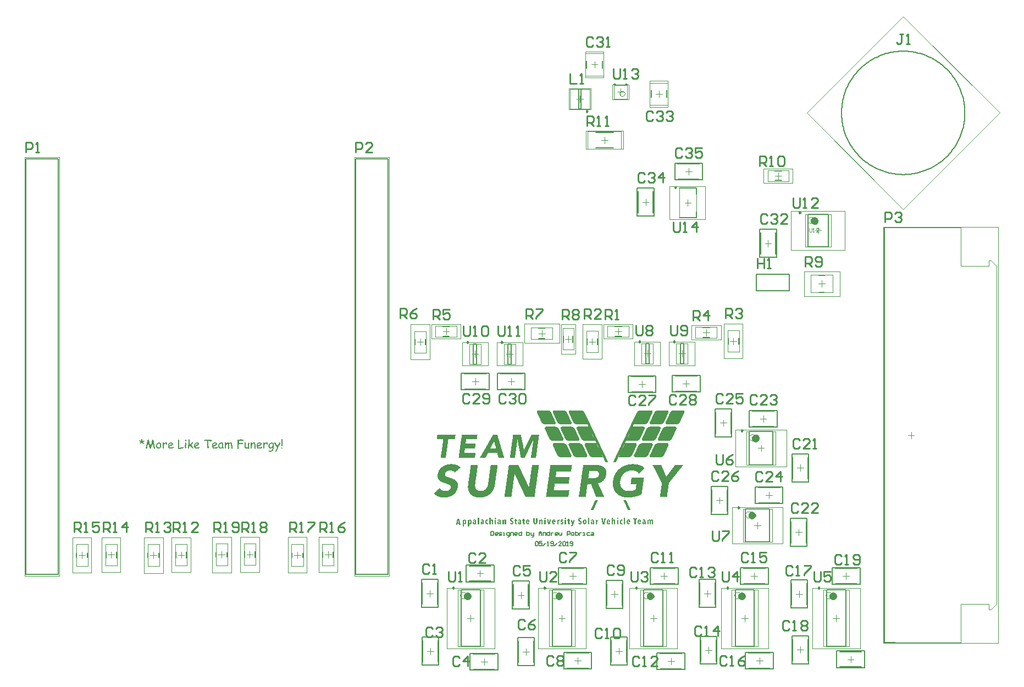
<source format=gto>
G04*
G04 #@! TF.GenerationSoftware,Altium Limited,Altium Designer,19.0.15 (446)*
G04*
G04 Layer_Color=65535*
%FSLAX25Y25*%
%MOIN*%
G70*
G01*
G75*
%ADD10C,0.00984*%
%ADD11C,0.00394*%
%ADD12C,0.02362*%
%ADD13C,0.00394*%
%ADD14C,0.00787*%
%ADD15C,0.00613*%
%ADD16C,0.01000*%
%ADD17C,0.00197*%
G36*
X407042Y160415D02*
X407200D01*
Y160362D01*
X407306D01*
Y160309D01*
X407359D01*
Y160256D01*
X407411D01*
Y160204D01*
X407464D01*
Y160151D01*
X407517D01*
Y160098D01*
X407570D01*
Y160045D01*
X407622D01*
Y159993D01*
Y159940D01*
Y159887D01*
X407675D01*
Y159835D01*
Y159782D01*
Y159729D01*
Y159676D01*
Y159624D01*
Y159571D01*
Y159518D01*
Y159465D01*
Y159413D01*
Y159360D01*
Y159307D01*
Y159254D01*
X407622D01*
Y159202D01*
Y159149D01*
Y159096D01*
X407570D01*
Y159043D01*
Y158991D01*
Y158938D01*
X407517D01*
Y158885D01*
Y158833D01*
X407464D01*
Y158780D01*
Y158727D01*
X407411D01*
Y158674D01*
Y158622D01*
X407359D01*
Y158569D01*
Y158516D01*
X407306D01*
Y158463D01*
Y158411D01*
Y158358D01*
X407253D01*
Y158305D01*
Y158252D01*
X407200D01*
Y158200D01*
Y158147D01*
X407148D01*
Y158094D01*
Y158042D01*
X407095D01*
Y157989D01*
Y157936D01*
X407042D01*
Y157883D01*
Y157831D01*
X406989D01*
Y157778D01*
Y157725D01*
Y157672D01*
X406937D01*
Y157620D01*
Y157567D01*
X406884D01*
Y157514D01*
Y157461D01*
X406831D01*
Y157409D01*
Y157356D01*
X406778D01*
Y157303D01*
Y157250D01*
X406726D01*
Y157198D01*
Y157145D01*
X406673D01*
Y157092D01*
Y157039D01*
Y156987D01*
X406620D01*
Y156934D01*
Y156881D01*
X406567D01*
Y156828D01*
Y156776D01*
X406515D01*
Y156723D01*
Y156670D01*
X406462D01*
Y156618D01*
Y156565D01*
X406409D01*
Y156512D01*
Y156459D01*
X406356D01*
Y156407D01*
Y156354D01*
X406304D01*
Y156301D01*
Y156248D01*
Y156196D01*
X406251D01*
Y156143D01*
Y156090D01*
X406198D01*
Y156037D01*
Y155985D01*
X406146D01*
Y155932D01*
Y155879D01*
X406093D01*
Y155826D01*
Y155774D01*
X406040D01*
Y155721D01*
Y155668D01*
X405987D01*
Y155616D01*
Y155563D01*
Y155510D01*
X405935D01*
Y155457D01*
Y155405D01*
X405882D01*
Y155352D01*
Y155299D01*
X405829D01*
Y155246D01*
Y155194D01*
X405776D01*
Y155141D01*
Y155088D01*
X405724D01*
Y155035D01*
Y154983D01*
X405671D01*
Y154930D01*
Y154877D01*
Y154824D01*
X405618D01*
Y154772D01*
Y154719D01*
X405566D01*
Y154666D01*
Y154614D01*
X405513D01*
Y154561D01*
Y154508D01*
X405460D01*
Y154455D01*
Y154403D01*
X405407D01*
Y154350D01*
Y154297D01*
X405354D01*
Y154244D01*
Y154192D01*
Y154139D01*
X405302D01*
Y154086D01*
Y154034D01*
X405249D01*
Y153981D01*
Y153928D01*
X405196D01*
Y153875D01*
Y153823D01*
X405144D01*
Y153770D01*
Y153717D01*
X405091D01*
Y153664D01*
Y153612D01*
X405038D01*
Y153559D01*
Y153506D01*
Y153453D01*
X404985D01*
Y153401D01*
Y153348D01*
X404933D01*
Y153295D01*
X404880D01*
Y153242D01*
Y153190D01*
X404827D01*
Y153137D01*
Y153084D01*
X404774D01*
Y153032D01*
X404722D01*
Y152979D01*
X404669D01*
Y152926D01*
Y152873D01*
X404616D01*
Y152821D01*
X404564D01*
Y152768D01*
X404511D01*
Y152715D01*
X404458D01*
Y152662D01*
X404405D01*
Y152610D01*
X404353D01*
Y152557D01*
X404247D01*
Y152504D01*
X404194D01*
Y152451D01*
X404142D01*
Y152399D01*
X404036D01*
Y152346D01*
X403983D01*
Y152293D01*
X403878D01*
Y152241D01*
X403825D01*
Y152188D01*
X403720D01*
Y152135D01*
X403561D01*
Y152082D01*
X403456D01*
Y152030D01*
X403298D01*
Y151977D01*
X403087D01*
Y151924D01*
X396970D01*
Y151977D01*
X396811D01*
Y152030D01*
X396706D01*
Y152082D01*
X396600D01*
Y152135D01*
X396548D01*
Y152188D01*
X396495D01*
Y152241D01*
X396442D01*
Y152293D01*
Y152346D01*
X396389D01*
Y152399D01*
Y152451D01*
X396337D01*
Y152504D01*
Y152557D01*
Y152610D01*
X396284D01*
Y152662D01*
Y152715D01*
Y152768D01*
Y152821D01*
Y152873D01*
Y152926D01*
Y152979D01*
Y153032D01*
X396337D01*
Y153084D01*
Y153137D01*
Y153190D01*
Y153242D01*
X396389D01*
Y153295D01*
Y153348D01*
X396442D01*
Y153401D01*
Y153453D01*
Y153506D01*
X396495D01*
Y153559D01*
Y153612D01*
X396548D01*
Y153664D01*
Y153717D01*
X396600D01*
Y153770D01*
Y153823D01*
X396653D01*
Y153875D01*
Y153928D01*
X396706D01*
Y153981D01*
Y154034D01*
X396759D01*
Y154086D01*
Y154139D01*
Y154192D01*
X396811D01*
Y154244D01*
Y154297D01*
X396864D01*
Y154350D01*
Y154403D01*
X396917D01*
Y154455D01*
Y154508D01*
X396970D01*
Y154561D01*
Y154614D01*
X397022D01*
Y154666D01*
Y154719D01*
X397075D01*
Y154772D01*
Y154824D01*
Y154877D01*
X397128D01*
Y154930D01*
Y154983D01*
X397180D01*
Y155035D01*
Y155088D01*
X397233D01*
Y155141D01*
Y155194D01*
X397286D01*
Y155246D01*
Y155299D01*
X397339D01*
Y155352D01*
Y155405D01*
X397391D01*
Y155457D01*
Y155510D01*
Y155563D01*
X397444D01*
Y155616D01*
Y155668D01*
X397497D01*
Y155721D01*
Y155774D01*
X397550D01*
Y155826D01*
Y155879D01*
X397602D01*
Y155932D01*
Y155985D01*
X397655D01*
Y156037D01*
Y156090D01*
X397708D01*
Y156143D01*
Y156196D01*
Y156248D01*
X397761D01*
Y156301D01*
Y156354D01*
X397813D01*
Y156407D01*
Y156459D01*
X397866D01*
Y156512D01*
Y156565D01*
X397919D01*
Y156618D01*
Y156670D01*
X397972D01*
Y156723D01*
Y156776D01*
X398024D01*
Y156828D01*
Y156881D01*
Y156934D01*
X398077D01*
Y156987D01*
Y157039D01*
X398130D01*
Y157092D01*
Y157145D01*
X398182D01*
Y157198D01*
Y157250D01*
X398235D01*
Y157303D01*
Y157356D01*
X398288D01*
Y157409D01*
Y157461D01*
X398341D01*
Y157514D01*
Y157567D01*
Y157620D01*
X398393D01*
Y157672D01*
Y157725D01*
X398446D01*
Y157778D01*
Y157831D01*
X398499D01*
Y157883D01*
Y157936D01*
X398552D01*
Y157989D01*
Y158042D01*
X398604D01*
Y158094D01*
Y158147D01*
X398657D01*
Y158200D01*
Y158252D01*
Y158305D01*
X398710D01*
Y158358D01*
Y158411D01*
X398762D01*
Y158463D01*
Y158516D01*
X398815D01*
Y158569D01*
Y158622D01*
X398868D01*
Y158674D01*
Y158727D01*
X398921D01*
Y158780D01*
Y158833D01*
X398973D01*
Y158885D01*
Y158938D01*
Y158991D01*
X399026D01*
Y159043D01*
X399079D01*
Y159096D01*
Y159149D01*
X399132D01*
Y159202D01*
Y159254D01*
X399184D01*
Y159307D01*
X399237D01*
Y159360D01*
Y159413D01*
X399290D01*
Y159465D01*
X399343D01*
Y159518D01*
X399395D01*
Y159571D01*
X399448D01*
Y159624D01*
X399501D01*
Y159676D01*
X399553D01*
Y159729D01*
X399606D01*
Y159782D01*
X399659D01*
Y159835D01*
X399712D01*
Y159887D01*
X399817D01*
Y159940D01*
X399870D01*
Y159993D01*
X399923D01*
Y160045D01*
X400028D01*
Y160098D01*
X400081D01*
Y160151D01*
X400186D01*
Y160204D01*
X400292D01*
Y160256D01*
X400397D01*
Y160309D01*
X400556D01*
Y160362D01*
X400714D01*
Y160415D01*
X400925D01*
Y160467D01*
X407042D01*
Y160415D01*
D02*
G37*
G36*
X397391D02*
X397550D01*
Y160362D01*
X397655D01*
Y160309D01*
X397761D01*
Y160256D01*
X397813D01*
Y160204D01*
X397866D01*
Y160151D01*
X397919D01*
Y160098D01*
X397972D01*
Y160045D01*
Y159993D01*
X398024D01*
Y159940D01*
Y159887D01*
Y159835D01*
X398077D01*
Y159782D01*
Y159729D01*
Y159676D01*
Y159624D01*
Y159571D01*
Y159518D01*
Y159465D01*
Y159413D01*
Y159360D01*
Y159307D01*
X398024D01*
Y159254D01*
Y159202D01*
Y159149D01*
X397972D01*
Y159096D01*
Y159043D01*
Y158991D01*
X397919D01*
Y158938D01*
Y158885D01*
X397866D01*
Y158833D01*
Y158780D01*
X397813D01*
Y158727D01*
Y158674D01*
X397761D01*
Y158622D01*
Y158569D01*
Y158516D01*
X397708D01*
Y158463D01*
Y158411D01*
X397655D01*
Y158358D01*
Y158305D01*
X397602D01*
Y158252D01*
Y158200D01*
X397550D01*
Y158147D01*
Y158094D01*
X397497D01*
Y158042D01*
Y157989D01*
X397444D01*
Y157936D01*
Y157883D01*
Y157831D01*
X397391D01*
Y157778D01*
Y157725D01*
X397339D01*
Y157672D01*
Y157620D01*
X397286D01*
Y157567D01*
Y157514D01*
X397233D01*
Y157461D01*
Y157409D01*
X397180D01*
Y157356D01*
Y157303D01*
X397128D01*
Y157250D01*
Y157198D01*
Y157145D01*
X397075D01*
Y157092D01*
Y157039D01*
X397022D01*
Y156987D01*
Y156934D01*
X396970D01*
Y156881D01*
Y156828D01*
X396917D01*
Y156776D01*
Y156723D01*
X396864D01*
Y156670D01*
Y156618D01*
X396811D01*
Y156565D01*
Y156512D01*
Y156459D01*
X396759D01*
Y156407D01*
Y156354D01*
X396706D01*
Y156301D01*
Y156248D01*
X396653D01*
Y156196D01*
Y156143D01*
X396600D01*
Y156090D01*
Y156037D01*
X396548D01*
Y155985D01*
Y155932D01*
X396495D01*
Y155879D01*
Y155826D01*
Y155774D01*
X396442D01*
Y155721D01*
Y155668D01*
X396389D01*
Y155616D01*
Y155563D01*
X396337D01*
Y155510D01*
Y155457D01*
X396284D01*
Y155405D01*
Y155352D01*
X396231D01*
Y155299D01*
Y155246D01*
X396178D01*
Y155194D01*
Y155141D01*
Y155088D01*
X396126D01*
Y155035D01*
Y154983D01*
X396073D01*
Y154930D01*
Y154877D01*
X396020D01*
Y154824D01*
Y154772D01*
X395968D01*
Y154719D01*
Y154666D01*
X395915D01*
Y154614D01*
Y154561D01*
X395862D01*
Y154508D01*
Y154455D01*
Y154403D01*
X395809D01*
Y154350D01*
Y154297D01*
X395757D01*
Y154244D01*
Y154192D01*
X395704D01*
Y154139D01*
Y154086D01*
X395651D01*
Y154034D01*
Y153981D01*
X395598D01*
Y153928D01*
Y153875D01*
X395546D01*
Y153823D01*
Y153770D01*
Y153717D01*
X395493D01*
Y153664D01*
Y153612D01*
X395440D01*
Y153559D01*
Y153506D01*
X395387D01*
Y153453D01*
Y153401D01*
X395335D01*
Y153348D01*
Y153295D01*
X395282D01*
Y153242D01*
Y153190D01*
X395229D01*
Y153137D01*
X395176D01*
Y153084D01*
Y153032D01*
X395124D01*
Y152979D01*
X395071D01*
Y152926D01*
X395018D01*
Y152873D01*
X394966D01*
Y152821D01*
X394913D01*
Y152768D01*
X394860D01*
Y152715D01*
X394807D01*
Y152662D01*
X394755D01*
Y152610D01*
X394702D01*
Y152557D01*
X394649D01*
Y152504D01*
X394596D01*
Y152451D01*
X394491D01*
Y152399D01*
X394438D01*
Y152346D01*
X394385D01*
Y152293D01*
X394280D01*
Y152241D01*
X394174D01*
Y152188D01*
X394069D01*
Y152135D01*
X393964D01*
Y152082D01*
X393858D01*
Y152030D01*
X393700D01*
Y151977D01*
X393489D01*
Y151924D01*
X387319D01*
Y151977D01*
X387160D01*
Y152030D01*
X387055D01*
Y152082D01*
X387002D01*
Y152135D01*
X386949D01*
Y152188D01*
X386897D01*
Y152241D01*
X386844D01*
Y152293D01*
X386791D01*
Y152346D01*
Y152399D01*
X386739D01*
Y152451D01*
Y152504D01*
X386686D01*
Y152557D01*
Y152610D01*
Y152662D01*
Y152715D01*
Y152768D01*
Y152821D01*
Y152873D01*
Y152926D01*
Y152979D01*
Y153032D01*
Y153084D01*
X386739D01*
Y153137D01*
Y153190D01*
Y153242D01*
Y153295D01*
X386791D01*
Y153348D01*
Y153401D01*
X386844D01*
Y153453D01*
Y153506D01*
X386897D01*
Y153559D01*
Y153612D01*
Y153664D01*
X386949D01*
Y153717D01*
Y153770D01*
X387002D01*
Y153823D01*
Y153875D01*
X387055D01*
Y153928D01*
Y153981D01*
X387108D01*
Y154034D01*
Y154086D01*
X387160D01*
Y154139D01*
Y154192D01*
X387213D01*
Y154244D01*
Y154297D01*
Y154350D01*
X387266D01*
Y154403D01*
Y154455D01*
X387319D01*
Y154508D01*
Y154561D01*
X387371D01*
Y154614D01*
Y154666D01*
X387424D01*
Y154719D01*
Y154772D01*
X387477D01*
Y154824D01*
Y154877D01*
X387530D01*
Y154930D01*
Y154983D01*
X387582D01*
Y155035D01*
Y155088D01*
Y155141D01*
X387635D01*
Y155194D01*
Y155246D01*
X387688D01*
Y155299D01*
Y155352D01*
X387741D01*
Y155405D01*
Y155457D01*
X387793D01*
Y155510D01*
Y155563D01*
X387846D01*
Y155616D01*
Y155668D01*
X387899D01*
Y155721D01*
Y155774D01*
Y155826D01*
X387951D01*
Y155879D01*
Y155932D01*
X388004D01*
Y155985D01*
Y156037D01*
X388057D01*
Y156090D01*
Y156143D01*
X388110D01*
Y156196D01*
Y156248D01*
X388162D01*
Y156301D01*
Y156354D01*
X388215D01*
Y156407D01*
Y156459D01*
Y156512D01*
X388268D01*
Y156565D01*
Y156618D01*
X388321D01*
Y156670D01*
Y156723D01*
X388373D01*
Y156776D01*
Y156828D01*
X388426D01*
Y156881D01*
Y156934D01*
X388479D01*
Y156987D01*
Y157039D01*
X388532D01*
Y157092D01*
Y157145D01*
Y157198D01*
X388584D01*
Y157250D01*
Y157303D01*
X388637D01*
Y157356D01*
Y157409D01*
X388690D01*
Y157461D01*
Y157514D01*
X388743D01*
Y157567D01*
Y157620D01*
X388795D01*
Y157672D01*
Y157725D01*
X388848D01*
Y157778D01*
Y157831D01*
Y157883D01*
X388901D01*
Y157936D01*
Y157989D01*
X388953D01*
Y158042D01*
Y158094D01*
X389006D01*
Y158147D01*
Y158200D01*
X389059D01*
Y158252D01*
Y158305D01*
X389112D01*
Y158358D01*
Y158411D01*
X389164D01*
Y158463D01*
Y158516D01*
Y158569D01*
X389217D01*
Y158622D01*
Y158674D01*
X389270D01*
Y158727D01*
Y158780D01*
X389323D01*
Y158833D01*
Y158885D01*
X389375D01*
Y158938D01*
Y158991D01*
X389428D01*
Y159043D01*
Y159096D01*
X389481D01*
Y159149D01*
Y159202D01*
X389534D01*
Y159254D01*
X389586D01*
Y159307D01*
Y159360D01*
X389639D01*
Y159413D01*
X389692D01*
Y159465D01*
X389745D01*
Y159518D01*
X389797D01*
Y159571D01*
X389850D01*
Y159624D01*
X389903D01*
Y159676D01*
X389955D01*
Y159729D01*
X390008D01*
Y159782D01*
X390061D01*
Y159835D01*
X390114D01*
Y159887D01*
X390166D01*
Y159940D01*
X390219D01*
Y159993D01*
X390325D01*
Y160045D01*
X390377D01*
Y160098D01*
X390483D01*
Y160151D01*
X390588D01*
Y160204D01*
X390694D01*
Y160256D01*
X390799D01*
Y160309D01*
X390905D01*
Y160362D01*
X391063D01*
Y160415D01*
X391274D01*
Y160467D01*
X397391D01*
Y160415D01*
D02*
G37*
G36*
X334635D02*
X334846D01*
Y160362D01*
X335004D01*
Y160309D01*
X335110D01*
Y160256D01*
X335215D01*
Y160204D01*
X335321D01*
Y160151D01*
X335426D01*
Y160098D01*
X335479D01*
Y160045D01*
X335584D01*
Y159993D01*
X335637D01*
Y159940D01*
X335742D01*
Y159887D01*
X335795D01*
Y159835D01*
X335848D01*
Y159782D01*
X335901D01*
Y159729D01*
X335953D01*
Y159676D01*
X336006D01*
Y159624D01*
X336059D01*
Y159571D01*
X336112D01*
Y159518D01*
X336164D01*
Y159465D01*
X336217D01*
Y159413D01*
X336270D01*
Y159360D01*
X336323D01*
Y159307D01*
Y159254D01*
X336375D01*
Y159202D01*
X336428D01*
Y159149D01*
Y159096D01*
X336481D01*
Y159043D01*
Y158991D01*
X336534D01*
Y158938D01*
Y158885D01*
X336586D01*
Y158833D01*
Y158780D01*
X336639D01*
Y158727D01*
Y158674D01*
X336692D01*
Y158622D01*
Y158569D01*
Y158516D01*
X336744D01*
Y158463D01*
Y158411D01*
X336797D01*
Y158358D01*
Y158305D01*
X336850D01*
Y158252D01*
Y158200D01*
X336903D01*
Y158147D01*
Y158094D01*
X336955D01*
Y158042D01*
Y157989D01*
X337008D01*
Y157936D01*
Y157883D01*
Y157831D01*
X337061D01*
Y157778D01*
Y157725D01*
X337114D01*
Y157672D01*
Y157620D01*
X337166D01*
Y157567D01*
Y157514D01*
X337219D01*
Y157461D01*
Y157409D01*
X337272D01*
Y157356D01*
Y157303D01*
X337325D01*
Y157250D01*
Y157198D01*
Y157145D01*
X337377D01*
Y157092D01*
Y157039D01*
X337430D01*
Y156987D01*
Y156934D01*
X337483D01*
Y156881D01*
Y156828D01*
X337536D01*
Y156776D01*
Y156723D01*
X337588D01*
Y156670D01*
Y156618D01*
X337641D01*
Y156565D01*
Y156512D01*
Y156459D01*
X337694D01*
Y156407D01*
Y156354D01*
X337747D01*
Y156301D01*
Y156248D01*
X337799D01*
Y156196D01*
Y156143D01*
X337852D01*
Y156090D01*
Y156037D01*
X337905D01*
Y155985D01*
Y155932D01*
X337958D01*
Y155879D01*
Y155826D01*
Y155774D01*
X338010D01*
Y155721D01*
Y155668D01*
X338063D01*
Y155616D01*
Y155563D01*
X338116D01*
Y155510D01*
Y155457D01*
X338168D01*
Y155405D01*
Y155352D01*
X338221D01*
Y155299D01*
Y155246D01*
X338274D01*
Y155194D01*
Y155141D01*
Y155088D01*
X338327D01*
Y155035D01*
Y154983D01*
X338379D01*
Y154930D01*
Y154877D01*
X338432D01*
Y154824D01*
Y154772D01*
X338485D01*
Y154719D01*
Y154666D01*
X338538D01*
Y154614D01*
Y154561D01*
X338590D01*
Y154508D01*
Y154455D01*
Y154403D01*
X338643D01*
Y154350D01*
Y154297D01*
X338696D01*
Y154244D01*
Y154192D01*
X338749D01*
Y154139D01*
Y154086D01*
X338801D01*
Y154034D01*
Y153981D01*
X338854D01*
Y153928D01*
Y153875D01*
X338907D01*
Y153823D01*
Y153770D01*
Y153717D01*
X338960D01*
Y153664D01*
Y153612D01*
X339012D01*
Y153559D01*
Y153506D01*
X339065D01*
Y153453D01*
Y153401D01*
X339118D01*
Y153348D01*
Y153295D01*
Y153242D01*
X339170D01*
Y153190D01*
Y153137D01*
Y153084D01*
X339223D01*
Y153032D01*
Y152979D01*
Y152926D01*
Y152873D01*
Y152821D01*
Y152768D01*
Y152715D01*
Y152662D01*
Y152610D01*
Y152557D01*
X339170D01*
Y152504D01*
Y152451D01*
Y152399D01*
X339118D01*
Y152346D01*
Y152293D01*
X339065D01*
Y152241D01*
X339012D01*
Y152188D01*
X338960D01*
Y152135D01*
X338907D01*
Y152082D01*
X338801D01*
Y152030D01*
X338696D01*
Y151977D01*
X338538D01*
Y151924D01*
X332420D01*
Y151977D01*
X332209D01*
Y152030D01*
X332051D01*
Y152082D01*
X331945D01*
Y152135D01*
X331840D01*
Y152188D01*
X331735D01*
Y152241D01*
X331629D01*
Y152293D01*
X331524D01*
Y152346D01*
X331471D01*
Y152399D01*
X331365D01*
Y152451D01*
X331313D01*
Y152504D01*
X331260D01*
Y152557D01*
X331207D01*
Y152610D01*
X331154D01*
Y152662D01*
X331102D01*
Y152715D01*
X331049D01*
Y152768D01*
X330996D01*
Y152821D01*
X330943D01*
Y152873D01*
X330891D01*
Y152926D01*
X330838D01*
Y152979D01*
X330785D01*
Y153032D01*
X330733D01*
Y153084D01*
Y153137D01*
X330680D01*
Y153190D01*
X330627D01*
Y153242D01*
Y153295D01*
X330574D01*
Y153348D01*
Y153401D01*
X330522D01*
Y153453D01*
Y153506D01*
X330469D01*
Y153559D01*
Y153612D01*
X330416D01*
Y153664D01*
Y153717D01*
X330363D01*
Y153770D01*
Y153823D01*
X330311D01*
Y153875D01*
Y153928D01*
Y153981D01*
X330258D01*
Y154034D01*
Y154086D01*
X330205D01*
Y154139D01*
Y154192D01*
X330153D01*
Y154244D01*
Y154297D01*
X330100D01*
Y154350D01*
Y154403D01*
X330047D01*
Y154455D01*
Y154508D01*
X329994D01*
Y154561D01*
Y154614D01*
Y154666D01*
X329942D01*
Y154719D01*
Y154772D01*
X329889D01*
Y154824D01*
Y154877D01*
X329836D01*
Y154930D01*
Y154983D01*
X329783D01*
Y155035D01*
Y155088D01*
X329731D01*
Y155141D01*
Y155194D01*
X329678D01*
Y155246D01*
Y155299D01*
Y155352D01*
X329625D01*
Y155405D01*
Y155457D01*
X329572D01*
Y155510D01*
Y155563D01*
X329520D01*
Y155616D01*
Y155668D01*
X329467D01*
Y155721D01*
Y155774D01*
X329414D01*
Y155826D01*
Y155879D01*
X329361D01*
Y155932D01*
Y155985D01*
Y156037D01*
X329309D01*
Y156090D01*
Y156143D01*
X329256D01*
Y156196D01*
Y156248D01*
X329203D01*
Y156301D01*
Y156354D01*
X329151D01*
Y156407D01*
Y156459D01*
X329098D01*
Y156512D01*
Y156565D01*
X329045D01*
Y156618D01*
Y156670D01*
Y156723D01*
X328992D01*
Y156776D01*
Y156828D01*
X328940D01*
Y156881D01*
Y156934D01*
X328887D01*
Y156987D01*
Y157039D01*
X328834D01*
Y157092D01*
Y157145D01*
X328781D01*
Y157198D01*
Y157250D01*
X328729D01*
Y157303D01*
Y157356D01*
Y157409D01*
X328676D01*
Y157461D01*
Y157514D01*
X328623D01*
Y157567D01*
Y157620D01*
X328570D01*
Y157672D01*
Y157725D01*
X328518D01*
Y157778D01*
Y157831D01*
X328465D01*
Y157883D01*
Y157936D01*
X328412D01*
Y157989D01*
Y158042D01*
Y158094D01*
X328359D01*
Y158147D01*
Y158200D01*
X328307D01*
Y158252D01*
Y158305D01*
X328254D01*
Y158358D01*
Y158411D01*
X328201D01*
Y158463D01*
Y158516D01*
X328149D01*
Y158569D01*
Y158622D01*
X328096D01*
Y158674D01*
Y158727D01*
Y158780D01*
X328043D01*
Y158833D01*
Y158885D01*
X327990D01*
Y158938D01*
Y158991D01*
X327938D01*
Y159043D01*
Y159096D01*
X327885D01*
Y159149D01*
Y159202D01*
Y159254D01*
Y159307D01*
X327832D01*
Y159360D01*
Y159413D01*
Y159465D01*
Y159518D01*
Y159571D01*
Y159624D01*
Y159676D01*
Y159729D01*
Y159782D01*
Y159835D01*
Y159887D01*
X327885D01*
Y159940D01*
Y159993D01*
X327938D01*
Y160045D01*
Y160098D01*
X327990D01*
Y160151D01*
X328043D01*
Y160204D01*
X328096D01*
Y160256D01*
X328149D01*
Y160309D01*
X328254D01*
Y160362D01*
X328359D01*
Y160415D01*
X328518D01*
Y160467D01*
X334635D01*
Y160415D01*
D02*
G37*
G36*
X324984D02*
X325195D01*
Y160362D01*
X325354D01*
Y160309D01*
X325512D01*
Y160256D01*
X325617D01*
Y160204D01*
X325723D01*
Y160151D01*
X325828D01*
Y160098D01*
X325881D01*
Y160045D01*
X325986D01*
Y159993D01*
X326039D01*
Y159940D01*
X326092D01*
Y159887D01*
X326197D01*
Y159835D01*
X326250D01*
Y159782D01*
X326303D01*
Y159729D01*
X326356D01*
Y159676D01*
X326408D01*
Y159624D01*
X326461D01*
Y159571D01*
X326514D01*
Y159518D01*
X326566D01*
Y159465D01*
X326619D01*
Y159413D01*
Y159360D01*
X326672D01*
Y159307D01*
X326725D01*
Y159254D01*
X326777D01*
Y159202D01*
Y159149D01*
X326830D01*
Y159096D01*
Y159043D01*
X326883D01*
Y158991D01*
Y158938D01*
X326936D01*
Y158885D01*
Y158833D01*
X326988D01*
Y158780D01*
Y158727D01*
X327041D01*
Y158674D01*
Y158622D01*
X327094D01*
Y158569D01*
Y158516D01*
X327147D01*
Y158463D01*
Y158411D01*
Y158358D01*
X327199D01*
Y158305D01*
Y158252D01*
X327252D01*
Y158200D01*
Y158147D01*
X327305D01*
Y158094D01*
Y158042D01*
X327358D01*
Y157989D01*
Y157936D01*
X327410D01*
Y157883D01*
Y157831D01*
X327463D01*
Y157778D01*
Y157725D01*
Y157672D01*
X327516D01*
Y157620D01*
Y157567D01*
X327568D01*
Y157514D01*
Y157461D01*
X327621D01*
Y157409D01*
Y157356D01*
X327674D01*
Y157303D01*
Y157250D01*
X327727D01*
Y157198D01*
Y157145D01*
X327779D01*
Y157092D01*
Y157039D01*
Y156987D01*
X327832D01*
Y156934D01*
Y156881D01*
X327885D01*
Y156828D01*
Y156776D01*
X327938D01*
Y156723D01*
Y156670D01*
X327990D01*
Y156618D01*
Y156565D01*
X328043D01*
Y156512D01*
Y156459D01*
X328096D01*
Y156407D01*
Y156354D01*
Y156301D01*
X328149D01*
Y156248D01*
Y156196D01*
X328201D01*
Y156143D01*
Y156090D01*
X328254D01*
Y156037D01*
Y155985D01*
X328307D01*
Y155932D01*
Y155879D01*
X328359D01*
Y155826D01*
Y155774D01*
X328412D01*
Y155721D01*
Y155668D01*
Y155616D01*
X328465D01*
Y155563D01*
Y155510D01*
X328518D01*
Y155457D01*
Y155405D01*
X328570D01*
Y155352D01*
Y155299D01*
X328623D01*
Y155246D01*
Y155194D01*
X328676D01*
Y155141D01*
Y155088D01*
X328729D01*
Y155035D01*
Y154983D01*
Y154930D01*
X328781D01*
Y154877D01*
Y154824D01*
X328834D01*
Y154772D01*
Y154719D01*
X328887D01*
Y154666D01*
Y154614D01*
X328940D01*
Y154561D01*
Y154508D01*
X328992D01*
Y154455D01*
Y154403D01*
X329045D01*
Y154350D01*
Y154297D01*
Y154244D01*
X329098D01*
Y154192D01*
Y154139D01*
X329151D01*
Y154086D01*
Y154034D01*
X329203D01*
Y153981D01*
Y153928D01*
X329256D01*
Y153875D01*
Y153823D01*
X329309D01*
Y153770D01*
Y153717D01*
X329361D01*
Y153664D01*
Y153612D01*
Y153559D01*
X329414D01*
Y153506D01*
Y153453D01*
X329467D01*
Y153401D01*
Y153348D01*
X329520D01*
Y153295D01*
Y153242D01*
Y153190D01*
X329572D01*
Y153137D01*
Y153084D01*
Y153032D01*
Y152979D01*
X329625D01*
Y152926D01*
Y152873D01*
Y152821D01*
Y152768D01*
Y152715D01*
Y152662D01*
Y152610D01*
X329572D01*
Y152557D01*
Y152504D01*
Y152451D01*
X329520D01*
Y152399D01*
Y152346D01*
X329467D01*
Y152293D01*
Y152241D01*
X329414D01*
Y152188D01*
X329361D01*
Y152135D01*
X329309D01*
Y152082D01*
X329203D01*
Y152030D01*
X329098D01*
Y151977D01*
X328940D01*
Y151924D01*
X322822D01*
Y151977D01*
X322611D01*
Y152030D01*
X322453D01*
Y152082D01*
X322295D01*
Y152135D01*
X322189D01*
Y152188D01*
X322084D01*
Y152241D01*
X322031D01*
Y152293D01*
X321926D01*
Y152346D01*
X321873D01*
Y152399D01*
X321767D01*
Y152451D01*
X321715D01*
Y152504D01*
X321662D01*
Y152557D01*
X321556D01*
Y152610D01*
X321504D01*
Y152662D01*
X321451D01*
Y152715D01*
X321398D01*
Y152768D01*
X321345D01*
Y152821D01*
X321293D01*
Y152873D01*
X321240D01*
Y152926D01*
Y152979D01*
X321187D01*
Y153032D01*
X321134D01*
Y153084D01*
X321082D01*
Y153137D01*
Y153190D01*
X321029D01*
Y153242D01*
X320976D01*
Y153295D01*
Y153348D01*
X320924D01*
Y153401D01*
Y153453D01*
X320871D01*
Y153506D01*
Y153559D01*
X320818D01*
Y153612D01*
Y153664D01*
X320765D01*
Y153717D01*
Y153770D01*
Y153823D01*
X320713D01*
Y153875D01*
Y153928D01*
X320660D01*
Y153981D01*
Y154034D01*
X320607D01*
Y154086D01*
Y154139D01*
X320554D01*
Y154192D01*
Y154244D01*
X320502D01*
Y154297D01*
Y154350D01*
X320449D01*
Y154403D01*
Y154455D01*
Y154508D01*
X320396D01*
Y154561D01*
Y154614D01*
X320343D01*
Y154666D01*
Y154719D01*
X320291D01*
Y154772D01*
Y154824D01*
X320238D01*
Y154877D01*
Y154930D01*
X320185D01*
Y154983D01*
Y155035D01*
X320133D01*
Y155088D01*
Y155141D01*
Y155194D01*
X320080D01*
Y155246D01*
Y155299D01*
X320027D01*
Y155352D01*
Y155405D01*
X319974D01*
Y155457D01*
Y155510D01*
X319922D01*
Y155563D01*
Y155616D01*
X319869D01*
Y155668D01*
Y155721D01*
X319816D01*
Y155774D01*
Y155826D01*
Y155879D01*
X319763D01*
Y155932D01*
Y155985D01*
X319711D01*
Y156037D01*
Y156090D01*
X319658D01*
Y156143D01*
Y156196D01*
X319605D01*
Y156248D01*
Y156301D01*
X319552D01*
Y156354D01*
Y156407D01*
X319500D01*
Y156459D01*
Y156512D01*
Y156565D01*
X319447D01*
Y156618D01*
Y156670D01*
X319394D01*
Y156723D01*
Y156776D01*
X319341D01*
Y156828D01*
Y156881D01*
X319289D01*
Y156934D01*
Y156987D01*
X319236D01*
Y157039D01*
Y157092D01*
X319183D01*
Y157145D01*
Y157198D01*
Y157250D01*
X319131D01*
Y157303D01*
Y157356D01*
X319078D01*
Y157409D01*
Y157461D01*
X319025D01*
Y157514D01*
Y157567D01*
X318972D01*
Y157620D01*
Y157672D01*
X318920D01*
Y157725D01*
Y157778D01*
X318867D01*
Y157831D01*
Y157883D01*
Y157936D01*
X318814D01*
Y157989D01*
Y158042D01*
X318761D01*
Y158094D01*
Y158147D01*
X318709D01*
Y158200D01*
Y158252D01*
X318656D01*
Y158305D01*
Y158358D01*
X318603D01*
Y158411D01*
Y158463D01*
X318550D01*
Y158516D01*
Y158569D01*
Y158622D01*
X318498D01*
Y158674D01*
Y158727D01*
X318445D01*
Y158780D01*
Y158833D01*
X318392D01*
Y158885D01*
Y158938D01*
X318339D01*
Y158991D01*
Y159043D01*
X318287D01*
Y159096D01*
Y159149D01*
Y159202D01*
X318234D01*
Y159254D01*
Y159307D01*
Y159360D01*
Y159413D01*
Y159465D01*
Y159518D01*
X318181D01*
Y159571D01*
Y159624D01*
Y159676D01*
X318234D01*
Y159729D01*
Y159782D01*
Y159835D01*
Y159887D01*
Y159940D01*
X318287D01*
Y159993D01*
Y160045D01*
X318339D01*
Y160098D01*
X318392D01*
Y160151D01*
Y160204D01*
X318445D01*
Y160256D01*
X318550D01*
Y160309D01*
X318603D01*
Y160362D01*
X318709D01*
Y160415D01*
X318867D01*
Y160467D01*
X324984D01*
Y160415D01*
D02*
G37*
G36*
X402243Y150447D02*
X402401D01*
Y150395D01*
X402507D01*
Y150342D01*
X402612D01*
Y150289D01*
X402665D01*
Y150236D01*
X402718D01*
Y150184D01*
X402771D01*
Y150131D01*
X402823D01*
Y150078D01*
Y150025D01*
X402876D01*
Y149973D01*
Y149920D01*
Y149867D01*
X402929D01*
Y149815D01*
Y149762D01*
Y149709D01*
Y149656D01*
Y149604D01*
Y149551D01*
Y149498D01*
Y149445D01*
Y149393D01*
Y149340D01*
Y149287D01*
X402876D01*
Y149234D01*
Y149182D01*
Y149129D01*
X402823D01*
Y149076D01*
Y149023D01*
X402771D01*
Y148971D01*
Y148918D01*
Y148865D01*
X402718D01*
Y148813D01*
Y148760D01*
X402665D01*
Y148707D01*
Y148654D01*
X402612D01*
Y148602D01*
Y148549D01*
X402560D01*
Y148496D01*
Y148443D01*
X402507D01*
Y148391D01*
Y148338D01*
X402454D01*
Y148285D01*
Y148232D01*
Y148180D01*
X402401D01*
Y148127D01*
Y148074D01*
X402349D01*
Y148021D01*
Y147969D01*
X402296D01*
Y147916D01*
Y147863D01*
X402243D01*
Y147811D01*
Y147758D01*
X402190D01*
Y147705D01*
Y147652D01*
X402138D01*
Y147600D01*
Y147547D01*
Y147494D01*
X402085D01*
Y147441D01*
Y147389D01*
X402032D01*
Y147336D01*
Y147283D01*
X401979D01*
Y147231D01*
Y147178D01*
X401927D01*
Y147125D01*
Y147072D01*
X401874D01*
Y147020D01*
Y146967D01*
X401821D01*
Y146914D01*
Y146861D01*
Y146809D01*
X401768D01*
Y146756D01*
Y146703D01*
X401716D01*
Y146650D01*
Y146598D01*
X401663D01*
Y146545D01*
Y146492D01*
X401610D01*
Y146440D01*
Y146387D01*
X401557D01*
Y146334D01*
Y146281D01*
X401505D01*
Y146229D01*
Y146176D01*
Y146123D01*
X401452D01*
Y146070D01*
Y146018D01*
X401399D01*
Y145965D01*
Y145912D01*
X401347D01*
Y145859D01*
Y145807D01*
X401294D01*
Y145754D01*
Y145701D01*
X401241D01*
Y145648D01*
Y145596D01*
X401188D01*
Y145543D01*
Y145490D01*
Y145437D01*
X401136D01*
Y145385D01*
Y145332D01*
X401083D01*
Y145279D01*
Y145227D01*
X401030D01*
Y145174D01*
Y145121D01*
X400977D01*
Y145068D01*
Y145016D01*
X400925D01*
Y144963D01*
Y144910D01*
X400872D01*
Y144857D01*
Y144805D01*
Y144752D01*
X400819D01*
Y144699D01*
Y144646D01*
X400767D01*
Y144594D01*
Y144541D01*
X400714D01*
Y144488D01*
Y144436D01*
X400661D01*
Y144383D01*
Y144330D01*
X400608D01*
Y144277D01*
Y144225D01*
X400556D01*
Y144172D01*
Y144119D01*
Y144066D01*
X400503D01*
Y144014D01*
Y143961D01*
X400450D01*
Y143908D01*
Y143855D01*
X400397D01*
Y143803D01*
Y143750D01*
X400345D01*
Y143697D01*
Y143644D01*
X400292D01*
Y143592D01*
Y143539D01*
X400239D01*
Y143486D01*
Y143433D01*
X400186D01*
Y143381D01*
Y143328D01*
X400134D01*
Y143275D01*
Y143222D01*
X400081D01*
Y143170D01*
Y143117D01*
X400028D01*
Y143064D01*
X399975D01*
Y143012D01*
X399923D01*
Y142959D01*
X399870D01*
Y142906D01*
Y142853D01*
X399817D01*
Y142801D01*
X399764D01*
Y142748D01*
X399712D01*
Y142695D01*
X399659D01*
Y142642D01*
X399606D01*
Y142590D01*
X399501D01*
Y142537D01*
X399448D01*
Y142484D01*
X399395D01*
Y142431D01*
X399290D01*
Y142379D01*
X399237D01*
Y142326D01*
X399132D01*
Y142273D01*
X399079D01*
Y142220D01*
X398973D01*
Y142168D01*
X398868D01*
Y142115D01*
X398710D01*
Y142062D01*
X398604D01*
Y142010D01*
X398393D01*
Y141957D01*
X392170D01*
Y142010D01*
X392012D01*
Y142062D01*
X391907D01*
Y142115D01*
X391854D01*
Y142168D01*
X391801D01*
Y142220D01*
X391749D01*
Y142273D01*
X391696D01*
Y142326D01*
X391643D01*
Y142379D01*
Y142431D01*
X391590D01*
Y142484D01*
Y142537D01*
Y142590D01*
X391538D01*
Y142642D01*
Y142695D01*
Y142748D01*
Y142801D01*
Y142853D01*
Y142906D01*
Y142959D01*
Y143012D01*
Y143064D01*
Y143117D01*
X391590D01*
Y143170D01*
Y143222D01*
Y143275D01*
X391643D01*
Y143328D01*
Y143381D01*
Y143433D01*
X391696D01*
Y143486D01*
Y143539D01*
X391749D01*
Y143592D01*
Y143644D01*
X391801D01*
Y143697D01*
Y143750D01*
X391854D01*
Y143803D01*
Y143855D01*
X391907D01*
Y143908D01*
Y143961D01*
X391960D01*
Y144014D01*
Y144066D01*
Y144119D01*
X392012D01*
Y144172D01*
Y144225D01*
X392065D01*
Y144277D01*
Y144330D01*
X392118D01*
Y144383D01*
Y144436D01*
X392170D01*
Y144488D01*
Y144541D01*
X392223D01*
Y144594D01*
Y144646D01*
X392276D01*
Y144699D01*
Y144752D01*
Y144805D01*
X392329D01*
Y144857D01*
Y144910D01*
X392381D01*
Y144963D01*
Y145016D01*
X392434D01*
Y145068D01*
Y145121D01*
X392487D01*
Y145174D01*
Y145227D01*
X392540D01*
Y145279D01*
Y145332D01*
X392592D01*
Y145385D01*
Y145437D01*
Y145490D01*
X392645D01*
Y145543D01*
Y145596D01*
X392698D01*
Y145648D01*
Y145701D01*
X392751D01*
Y145754D01*
Y145807D01*
X392803D01*
Y145859D01*
Y145912D01*
X392856D01*
Y145965D01*
Y146018D01*
X392909D01*
Y146070D01*
Y146123D01*
Y146176D01*
X392962D01*
Y146229D01*
Y146281D01*
X393014D01*
Y146334D01*
Y146387D01*
X393067D01*
Y146440D01*
Y146492D01*
X393120D01*
Y146545D01*
Y146598D01*
X393172D01*
Y146650D01*
Y146703D01*
X393225D01*
Y146756D01*
Y146809D01*
Y146861D01*
X393278D01*
Y146914D01*
Y146967D01*
X393331D01*
Y147020D01*
Y147072D01*
X393383D01*
Y147125D01*
Y147178D01*
X393436D01*
Y147231D01*
Y147283D01*
X393489D01*
Y147336D01*
Y147389D01*
X393542D01*
Y147441D01*
Y147494D01*
Y147547D01*
X393594D01*
Y147600D01*
Y147652D01*
X393647D01*
Y147705D01*
Y147758D01*
X393700D01*
Y147811D01*
Y147863D01*
X393753D01*
Y147916D01*
Y147969D01*
X393805D01*
Y148021D01*
Y148074D01*
X393858D01*
Y148127D01*
Y148180D01*
Y148232D01*
X393911D01*
Y148285D01*
Y148338D01*
X393964D01*
Y148391D01*
Y148443D01*
X394016D01*
Y148496D01*
Y148549D01*
X394069D01*
Y148602D01*
Y148654D01*
X394122D01*
Y148707D01*
Y148760D01*
X394174D01*
Y148813D01*
Y148865D01*
Y148918D01*
X394227D01*
Y148971D01*
Y149023D01*
X394280D01*
Y149076D01*
Y149129D01*
X394333D01*
Y149182D01*
X394385D01*
Y149234D01*
Y149287D01*
X394438D01*
Y149340D01*
X394491D01*
Y149393D01*
Y149445D01*
X394544D01*
Y149498D01*
X394596D01*
Y149551D01*
X394649D01*
Y149604D01*
X394702D01*
Y149656D01*
X394755D01*
Y149709D01*
X394807D01*
Y149762D01*
X394860D01*
Y149815D01*
X394913D01*
Y149867D01*
X394966D01*
Y149920D01*
X395071D01*
Y149973D01*
X395124D01*
Y150025D01*
X395176D01*
Y150078D01*
X395282D01*
Y150131D01*
X395335D01*
Y150184D01*
X395440D01*
Y150236D01*
X395546D01*
Y150289D01*
X395651D01*
Y150342D01*
X395809D01*
Y150395D01*
X395968D01*
Y150447D01*
X396178D01*
Y150500D01*
X402243D01*
Y150447D01*
D02*
G37*
G36*
X392592D02*
X392803D01*
Y150395D01*
X392909D01*
Y150342D01*
X392962D01*
Y150289D01*
X393067D01*
Y150236D01*
X393120D01*
Y150184D01*
X393172D01*
Y150131D01*
Y150078D01*
X393225D01*
Y150025D01*
Y149973D01*
X393278D01*
Y149920D01*
Y149867D01*
Y149815D01*
X393331D01*
Y149762D01*
Y149709D01*
Y149656D01*
Y149604D01*
Y149551D01*
Y149498D01*
Y149445D01*
Y149393D01*
X393278D01*
Y149340D01*
Y149287D01*
Y149234D01*
Y149182D01*
X393225D01*
Y149129D01*
Y149076D01*
Y149023D01*
X393172D01*
Y148971D01*
Y148918D01*
X393120D01*
Y148865D01*
Y148813D01*
X393067D01*
Y148760D01*
Y148707D01*
X393014D01*
Y148654D01*
Y148602D01*
X392962D01*
Y148549D01*
Y148496D01*
X392909D01*
Y148443D01*
Y148391D01*
Y148338D01*
X392856D01*
Y148285D01*
Y148232D01*
X392803D01*
Y148180D01*
Y148127D01*
X392751D01*
Y148074D01*
Y148021D01*
X392698D01*
Y147969D01*
Y147916D01*
X392645D01*
Y147863D01*
Y147811D01*
X392592D01*
Y147758D01*
Y147705D01*
Y147652D01*
X392540D01*
Y147600D01*
Y147547D01*
X392487D01*
Y147494D01*
Y147441D01*
X392434D01*
Y147389D01*
Y147336D01*
X392381D01*
Y147283D01*
Y147231D01*
X392329D01*
Y147178D01*
Y147125D01*
X392276D01*
Y147072D01*
Y147020D01*
Y146967D01*
X392223D01*
Y146914D01*
Y146861D01*
X392170D01*
Y146809D01*
Y146756D01*
X392118D01*
Y146703D01*
Y146650D01*
X392065D01*
Y146598D01*
Y146545D01*
X392012D01*
Y146492D01*
Y146440D01*
X391960D01*
Y146387D01*
Y146334D01*
Y146281D01*
X391907D01*
Y146229D01*
Y146176D01*
X391854D01*
Y146123D01*
Y146070D01*
X391801D01*
Y146018D01*
Y145965D01*
X391749D01*
Y145912D01*
Y145859D01*
X391696D01*
Y145807D01*
Y145754D01*
X391643D01*
Y145701D01*
Y145648D01*
Y145596D01*
X391590D01*
Y145543D01*
Y145490D01*
X391538D01*
Y145437D01*
Y145385D01*
X391485D01*
Y145332D01*
Y145279D01*
X391432D01*
Y145227D01*
Y145174D01*
X391379D01*
Y145121D01*
Y145068D01*
X391327D01*
Y145016D01*
Y144963D01*
Y144910D01*
X391274D01*
Y144857D01*
Y144805D01*
X391221D01*
Y144752D01*
Y144699D01*
X391168D01*
Y144646D01*
Y144594D01*
X391116D01*
Y144541D01*
Y144488D01*
X391063D01*
Y144436D01*
Y144383D01*
X391010D01*
Y144330D01*
Y144277D01*
Y144225D01*
X390957D01*
Y144172D01*
Y144119D01*
X390905D01*
Y144066D01*
Y144014D01*
X390852D01*
Y143961D01*
Y143908D01*
X390799D01*
Y143855D01*
Y143803D01*
X390747D01*
Y143750D01*
Y143697D01*
X390694D01*
Y143644D01*
Y143592D01*
Y143539D01*
X390641D01*
Y143486D01*
Y143433D01*
X390588D01*
Y143381D01*
Y143328D01*
X390536D01*
Y143275D01*
X390483D01*
Y143222D01*
Y143170D01*
X390430D01*
Y143117D01*
X390377D01*
Y143064D01*
Y143012D01*
X390325D01*
Y142959D01*
X390272D01*
Y142906D01*
X390219D01*
Y142853D01*
X390166D01*
Y142801D01*
X390114D01*
Y142748D01*
X390061D01*
Y142695D01*
X390008D01*
Y142642D01*
X389955D01*
Y142590D01*
X389903D01*
Y142537D01*
X389850D01*
Y142484D01*
X389745D01*
Y142431D01*
X389692D01*
Y142379D01*
X389639D01*
Y142326D01*
X389534D01*
Y142273D01*
X389428D01*
Y142220D01*
X389323D01*
Y142168D01*
X389217D01*
Y142115D01*
X389112D01*
Y142062D01*
X388953D01*
Y142010D01*
X388743D01*
Y141957D01*
X382572D01*
Y142010D01*
X382414D01*
Y142062D01*
X382309D01*
Y142115D01*
X382256D01*
Y142168D01*
X382151D01*
Y142220D01*
X382098D01*
Y142273D01*
Y142326D01*
X382045D01*
Y142379D01*
X381992D01*
Y142431D01*
Y142484D01*
Y142537D01*
X381940D01*
Y142590D01*
Y142642D01*
Y142695D01*
Y142748D01*
Y142801D01*
Y142853D01*
Y142906D01*
Y142959D01*
Y143012D01*
Y143064D01*
Y143117D01*
Y143170D01*
X381992D01*
Y143222D01*
Y143275D01*
Y143328D01*
X382045D01*
Y143381D01*
Y143433D01*
X382098D01*
Y143486D01*
Y143539D01*
Y143592D01*
X382151D01*
Y143644D01*
Y143697D01*
X382203D01*
Y143750D01*
Y143803D01*
X382256D01*
Y143855D01*
Y143908D01*
X382309D01*
Y143961D01*
Y144014D01*
X382362D01*
Y144066D01*
Y144119D01*
X382414D01*
Y144172D01*
Y144225D01*
Y144277D01*
X382467D01*
Y144330D01*
Y144383D01*
X382520D01*
Y144436D01*
Y144488D01*
X382572D01*
Y144541D01*
Y144594D01*
X382625D01*
Y144646D01*
Y144699D01*
X382678D01*
Y144752D01*
Y144805D01*
X382731D01*
Y144857D01*
Y144910D01*
Y144963D01*
X382783D01*
Y145016D01*
Y145068D01*
X382836D01*
Y145121D01*
Y145174D01*
X382889D01*
Y145227D01*
Y145279D01*
X382942D01*
Y145332D01*
Y145385D01*
X382994D01*
Y145437D01*
Y145490D01*
X383047D01*
Y145543D01*
Y145596D01*
Y145648D01*
X383100D01*
Y145701D01*
Y145754D01*
X383153D01*
Y145807D01*
Y145859D01*
X383205D01*
Y145912D01*
Y145965D01*
X383258D01*
Y146018D01*
Y146070D01*
X383311D01*
Y146123D01*
Y146176D01*
X383364D01*
Y146229D01*
Y146281D01*
Y146334D01*
X383416D01*
Y146387D01*
Y146440D01*
X383469D01*
Y146492D01*
Y146545D01*
X383522D01*
Y146598D01*
Y146650D01*
X383574D01*
Y146703D01*
Y146756D01*
X383627D01*
Y146809D01*
Y146861D01*
X383680D01*
Y146914D01*
Y146967D01*
Y147020D01*
X383733D01*
Y147072D01*
Y147125D01*
X383785D01*
Y147178D01*
Y147231D01*
X383838D01*
Y147283D01*
Y147336D01*
X383891D01*
Y147389D01*
Y147441D01*
X383944D01*
Y147494D01*
Y147547D01*
X383996D01*
Y147600D01*
Y147652D01*
Y147705D01*
X384049D01*
Y147758D01*
Y147811D01*
X384102D01*
Y147863D01*
Y147916D01*
X384155D01*
Y147969D01*
Y148021D01*
X384207D01*
Y148074D01*
Y148127D01*
X384260D01*
Y148180D01*
Y148232D01*
X384313D01*
Y148285D01*
Y148338D01*
Y148391D01*
X384366D01*
Y148443D01*
Y148496D01*
X384418D01*
Y148549D01*
Y148602D01*
X384471D01*
Y148654D01*
Y148707D01*
X384524D01*
Y148760D01*
Y148813D01*
X384576D01*
Y148865D01*
Y148918D01*
X384629D01*
Y148971D01*
Y149023D01*
X384682D01*
Y149076D01*
Y149129D01*
X384735D01*
Y149182D01*
Y149234D01*
X384787D01*
Y149287D01*
X384840D01*
Y149340D01*
Y149393D01*
X384893D01*
Y149445D01*
X384946D01*
Y149498D01*
X384998D01*
Y149551D01*
X385051D01*
Y149604D01*
X385104D01*
Y149656D01*
Y149709D01*
X385209D01*
Y149762D01*
X385262D01*
Y149815D01*
X385315D01*
Y149867D01*
X385367D01*
Y149920D01*
X385420D01*
Y149973D01*
X385526D01*
Y150025D01*
X385578D01*
Y150078D01*
X385631D01*
Y150131D01*
X385737D01*
Y150184D01*
X385842D01*
Y150236D01*
X385948D01*
Y150289D01*
X386053D01*
Y150342D01*
X386211D01*
Y150395D01*
X386369D01*
Y150447D01*
X386580D01*
Y150500D01*
X392592D01*
Y150447D01*
D02*
G37*
G36*
X387688Y160415D02*
X387846D01*
Y160362D01*
X387951D01*
Y160309D01*
X388057D01*
Y160256D01*
X388110D01*
Y160204D01*
X388162D01*
Y160151D01*
X388215D01*
Y160098D01*
X388268D01*
Y160045D01*
Y159993D01*
X388321D01*
Y159940D01*
Y159887D01*
Y159835D01*
X388373D01*
Y159782D01*
Y159729D01*
Y159676D01*
Y159624D01*
Y159571D01*
Y159518D01*
Y159465D01*
Y159413D01*
Y159360D01*
Y159307D01*
X388321D01*
Y159254D01*
Y159202D01*
Y159149D01*
X388268D01*
Y159096D01*
Y159043D01*
Y158991D01*
X388215D01*
Y158938D01*
Y158885D01*
X388162D01*
Y158833D01*
Y158780D01*
X388110D01*
Y158727D01*
Y158674D01*
X388057D01*
Y158622D01*
Y158569D01*
Y158516D01*
X388004D01*
Y158463D01*
Y158411D01*
X387951D01*
Y158358D01*
Y158305D01*
X387899D01*
Y158252D01*
Y158200D01*
X387846D01*
Y158147D01*
Y158094D01*
X387793D01*
Y158042D01*
Y157989D01*
X387741D01*
Y157936D01*
Y157883D01*
Y157831D01*
X387688D01*
Y157778D01*
Y157725D01*
X387635D01*
Y157672D01*
Y157620D01*
X387582D01*
Y157567D01*
Y157514D01*
X387530D01*
Y157461D01*
Y157409D01*
X387477D01*
Y157356D01*
Y157303D01*
X387424D01*
Y157250D01*
Y157198D01*
Y157145D01*
X387371D01*
Y157092D01*
Y157039D01*
X387319D01*
Y156987D01*
Y156934D01*
X387266D01*
Y156881D01*
Y156828D01*
X387213D01*
Y156776D01*
Y156723D01*
X387160D01*
Y156670D01*
Y156618D01*
X387108D01*
Y156565D01*
Y156512D01*
Y156459D01*
X387055D01*
Y156407D01*
Y156354D01*
X387002D01*
Y156301D01*
Y156248D01*
X386949D01*
Y156196D01*
Y156143D01*
X386897D01*
Y156090D01*
Y156037D01*
X386844D01*
Y155985D01*
Y155932D01*
X386791D01*
Y155879D01*
Y155826D01*
Y155774D01*
X386739D01*
Y155721D01*
Y155668D01*
X386686D01*
Y155616D01*
Y155563D01*
X386633D01*
Y155510D01*
Y155457D01*
X386580D01*
Y155405D01*
Y155352D01*
X386528D01*
Y155299D01*
Y155246D01*
X386475D01*
Y155194D01*
Y155141D01*
Y155088D01*
X386422D01*
Y155035D01*
Y154983D01*
X386369D01*
Y154930D01*
Y154877D01*
X386317D01*
Y154824D01*
Y154772D01*
X386264D01*
Y154719D01*
Y154666D01*
X386211D01*
Y154614D01*
Y154561D01*
X386158D01*
Y154508D01*
Y154455D01*
Y154403D01*
X386106D01*
Y154350D01*
Y154297D01*
X386053D01*
Y154244D01*
Y154192D01*
X386000D01*
Y154139D01*
Y154086D01*
X385948D01*
Y154034D01*
Y153981D01*
X385895D01*
Y153928D01*
Y153875D01*
X385842D01*
Y153823D01*
Y153770D01*
Y153717D01*
X385789D01*
Y153664D01*
Y153612D01*
X385737D01*
Y153559D01*
Y153506D01*
X385684D01*
Y153453D01*
Y153401D01*
X385631D01*
Y153348D01*
Y153295D01*
X385578D01*
Y153242D01*
Y153190D01*
X385526D01*
Y153137D01*
X385473D01*
Y153084D01*
Y153032D01*
X385420D01*
Y152979D01*
X385367D01*
Y152926D01*
X385315D01*
Y152873D01*
X385262D01*
Y152821D01*
X385209D01*
Y152768D01*
X385156D01*
Y152715D01*
X385104D01*
Y152662D01*
X385051D01*
Y152610D01*
X384998D01*
Y152557D01*
X384946D01*
Y152504D01*
X384893D01*
Y152451D01*
X384787D01*
Y152399D01*
X384735D01*
Y152346D01*
X384682D01*
Y152293D01*
X384576D01*
Y152241D01*
X384471D01*
Y152188D01*
X384366D01*
Y152135D01*
X384260D01*
Y152082D01*
X384155D01*
Y152030D01*
X383996D01*
Y151977D01*
X383785D01*
Y151924D01*
X376982D01*
Y151871D01*
Y151819D01*
X376930D01*
Y151766D01*
Y151713D01*
X376877D01*
Y151660D01*
Y151608D01*
X376824D01*
Y151555D01*
Y151502D01*
X376771D01*
Y151449D01*
Y151397D01*
X376719D01*
Y151344D01*
Y151291D01*
X376666D01*
Y151239D01*
Y151186D01*
X376613D01*
Y151133D01*
Y151080D01*
X376560D01*
Y151028D01*
Y150975D01*
X376508D01*
Y150922D01*
Y150869D01*
Y150817D01*
X376455D01*
Y150764D01*
Y150711D01*
X376402D01*
Y150658D01*
Y150606D01*
X376349D01*
Y150553D01*
Y150500D01*
X382889D01*
Y150447D01*
X383100D01*
Y150395D01*
X383205D01*
Y150342D01*
X383258D01*
Y150289D01*
X383364D01*
Y150236D01*
X383416D01*
Y150184D01*
X383469D01*
Y150131D01*
Y150078D01*
X383522D01*
Y150025D01*
Y149973D01*
X383574D01*
Y149920D01*
Y149867D01*
Y149815D01*
X383627D01*
Y149762D01*
Y149709D01*
Y149656D01*
Y149604D01*
Y149551D01*
Y149498D01*
Y149445D01*
Y149393D01*
X383574D01*
Y149340D01*
Y149287D01*
Y149234D01*
Y149182D01*
X383522D01*
Y149129D01*
Y149076D01*
Y149023D01*
X383469D01*
Y148971D01*
Y148918D01*
X383416D01*
Y148865D01*
Y148813D01*
X383364D01*
Y148760D01*
Y148707D01*
X383311D01*
Y148654D01*
Y148602D01*
X383258D01*
Y148549D01*
Y148496D01*
X383205D01*
Y148443D01*
Y148391D01*
Y148338D01*
X383153D01*
Y148285D01*
Y148232D01*
X383100D01*
Y148180D01*
Y148127D01*
X383047D01*
Y148074D01*
Y148021D01*
X382994D01*
Y147969D01*
Y147916D01*
X382942D01*
Y147863D01*
Y147811D01*
X382889D01*
Y147758D01*
Y147705D01*
Y147652D01*
X382836D01*
Y147600D01*
Y147547D01*
X382783D01*
Y147494D01*
Y147441D01*
X382731D01*
Y147389D01*
Y147336D01*
X382678D01*
Y147283D01*
Y147231D01*
X382625D01*
Y147178D01*
Y147125D01*
X382572D01*
Y147072D01*
Y147020D01*
Y146967D01*
X382520D01*
Y146914D01*
Y146861D01*
X382467D01*
Y146809D01*
Y146756D01*
X382414D01*
Y146703D01*
Y146650D01*
X382362D01*
Y146598D01*
Y146545D01*
X382309D01*
Y146492D01*
Y146440D01*
X382256D01*
Y146387D01*
Y146334D01*
Y146281D01*
X382203D01*
Y146229D01*
Y146176D01*
X382151D01*
Y146123D01*
Y146070D01*
X382098D01*
Y146018D01*
Y145965D01*
X382045D01*
Y145912D01*
Y145859D01*
X381992D01*
Y145807D01*
Y145754D01*
X381940D01*
Y145701D01*
Y145648D01*
Y145596D01*
X381887D01*
Y145543D01*
Y145490D01*
X381834D01*
Y145437D01*
Y145385D01*
X381781D01*
Y145332D01*
Y145279D01*
X381729D01*
Y145227D01*
Y145174D01*
X381676D01*
Y145121D01*
Y145068D01*
X381623D01*
Y145016D01*
Y144963D01*
Y144910D01*
X381570D01*
Y144857D01*
Y144805D01*
X381518D01*
Y144752D01*
Y144699D01*
X381465D01*
Y144646D01*
Y144594D01*
X381412D01*
Y144541D01*
Y144488D01*
X381360D01*
Y144436D01*
Y144383D01*
X381307D01*
Y144330D01*
Y144277D01*
Y144225D01*
X381254D01*
Y144172D01*
Y144119D01*
X381201D01*
Y144066D01*
Y144014D01*
X381149D01*
Y143961D01*
Y143908D01*
X381096D01*
Y143855D01*
Y143803D01*
X381043D01*
Y143750D01*
Y143697D01*
X380990D01*
Y143644D01*
Y143592D01*
Y143539D01*
X380938D01*
Y143486D01*
Y143433D01*
X380885D01*
Y143381D01*
Y143328D01*
X380832D01*
Y143275D01*
X380779D01*
Y143222D01*
Y143170D01*
X380727D01*
Y143117D01*
X380674D01*
Y143064D01*
Y143012D01*
X380621D01*
Y142959D01*
X380568D01*
Y142906D01*
X380516D01*
Y142853D01*
X380463D01*
Y142801D01*
X380410D01*
Y142748D01*
X380358D01*
Y142695D01*
X380305D01*
Y142642D01*
X380252D01*
Y142590D01*
X380199D01*
Y142537D01*
X380147D01*
Y142484D01*
X380041D01*
Y142431D01*
X379988D01*
Y142379D01*
X379936D01*
Y142326D01*
X379830D01*
Y142273D01*
X379725D01*
Y142220D01*
X379619D01*
Y142168D01*
X379514D01*
Y142115D01*
X379408D01*
Y142062D01*
X379250D01*
Y142010D01*
X379039D01*
Y141957D01*
X372342D01*
Y142010D01*
Y142062D01*
X372289D01*
Y142010D01*
Y141957D01*
X372236D01*
Y141904D01*
Y141851D01*
X372183D01*
Y141799D01*
Y141746D01*
X372131D01*
Y141693D01*
Y141640D01*
X372078D01*
Y141588D01*
Y141535D01*
X372025D01*
Y141482D01*
Y141429D01*
X371972D01*
Y141377D01*
Y141324D01*
X371920D01*
Y141271D01*
Y141218D01*
X371867D01*
Y141166D01*
Y141113D01*
Y141060D01*
X371814D01*
Y141008D01*
Y140955D01*
X371761D01*
Y140902D01*
Y140849D01*
X371709D01*
Y140797D01*
Y140744D01*
X371656D01*
Y140691D01*
Y140638D01*
X371603D01*
Y140586D01*
Y140533D01*
X377932D01*
Y140480D01*
X378195D01*
Y140427D01*
X378301D01*
Y140375D01*
X378406D01*
Y140322D01*
X378512D01*
Y140269D01*
X378565D01*
Y140217D01*
X378617D01*
Y140164D01*
Y140111D01*
X378670D01*
Y140058D01*
Y140006D01*
X378723D01*
Y139953D01*
Y139900D01*
X378775D01*
Y139847D01*
Y139795D01*
Y139742D01*
Y139689D01*
Y139636D01*
Y139584D01*
Y139531D01*
Y139478D01*
Y139426D01*
Y139373D01*
Y139320D01*
X378723D01*
Y139267D01*
Y139215D01*
Y139162D01*
X378670D01*
Y139109D01*
Y139056D01*
Y139004D01*
X378617D01*
Y138951D01*
Y138898D01*
X378565D01*
Y138845D01*
Y138793D01*
X378512D01*
Y138740D01*
Y138687D01*
X378459D01*
Y138635D01*
Y138582D01*
X378406D01*
Y138529D01*
Y138476D01*
X378354D01*
Y138424D01*
Y138371D01*
Y138318D01*
X378301D01*
Y138265D01*
Y138213D01*
X378248D01*
Y138160D01*
Y138107D01*
X378195D01*
Y138054D01*
Y138002D01*
X378143D01*
Y137949D01*
Y137896D01*
X378090D01*
Y137843D01*
Y137791D01*
X378037D01*
Y137738D01*
Y137685D01*
Y137633D01*
X377984D01*
Y137580D01*
Y137527D01*
X377932D01*
Y137474D01*
Y137422D01*
X377879D01*
Y137369D01*
Y137316D01*
X377826D01*
Y137263D01*
Y137211D01*
X377773D01*
Y137158D01*
Y137105D01*
X377721D01*
Y137052D01*
Y137000D01*
Y136947D01*
X377668D01*
Y136894D01*
Y136841D01*
X377615D01*
Y136789D01*
Y136736D01*
X377562D01*
Y136683D01*
Y136630D01*
X377510D01*
Y136578D01*
Y136525D01*
X377457D01*
Y136472D01*
Y136419D01*
X377404D01*
Y136367D01*
Y136314D01*
Y136261D01*
X377351D01*
Y136209D01*
Y136156D01*
X377299D01*
Y136103D01*
Y136050D01*
X377246D01*
Y135998D01*
Y135945D01*
X377193D01*
Y135892D01*
Y135839D01*
X377141D01*
Y135787D01*
Y135734D01*
X377088D01*
Y135681D01*
Y135628D01*
Y135576D01*
X377035D01*
Y135523D01*
Y135470D01*
X376982D01*
Y135417D01*
Y135365D01*
X376930D01*
Y135312D01*
Y135259D01*
X376877D01*
Y135207D01*
Y135154D01*
X376824D01*
Y135101D01*
Y135048D01*
X376771D01*
Y134996D01*
Y134943D01*
Y134890D01*
X376719D01*
Y134837D01*
Y134785D01*
X376666D01*
Y134732D01*
Y134679D01*
X376613D01*
Y134626D01*
Y134574D01*
X376560D01*
Y134521D01*
Y134468D01*
X376508D01*
Y134416D01*
Y134363D01*
X376455D01*
Y134310D01*
Y134257D01*
Y134205D01*
X376402D01*
Y134152D01*
Y134099D01*
X376349D01*
Y134046D01*
Y133994D01*
X376297D01*
Y133941D01*
Y133888D01*
X376244D01*
Y133835D01*
Y133783D01*
X376191D01*
Y133730D01*
Y133677D01*
X376139D01*
Y133624D01*
Y133572D01*
Y133519D01*
X376086D01*
Y133466D01*
Y133414D01*
X376033D01*
Y133361D01*
Y133308D01*
X375980D01*
Y133255D01*
X375928D01*
Y133203D01*
Y133150D01*
X375875D01*
Y133097D01*
X375822D01*
Y133044D01*
X375769D01*
Y132992D01*
Y132939D01*
X375717D01*
Y132886D01*
X375664D01*
Y132834D01*
X375611D01*
Y132781D01*
X375558D01*
Y132728D01*
X375506D01*
Y132675D01*
X375453D01*
Y132623D01*
X375400D01*
Y132570D01*
X375347D01*
Y132517D01*
X375242D01*
Y132464D01*
X375189D01*
Y132412D01*
X375084D01*
Y132359D01*
X375031D01*
Y132306D01*
X374926D01*
Y132253D01*
X374820D01*
Y132201D01*
X374715D01*
Y132148D01*
X374609D01*
Y132095D01*
X374451D01*
Y132042D01*
X374293D01*
Y131990D01*
X374029D01*
Y131937D01*
X367543D01*
Y131990D01*
X367490D01*
Y131937D01*
Y131884D01*
X367437D01*
Y131832D01*
Y131779D01*
X367384D01*
Y131726D01*
Y131673D01*
X367332D01*
Y131621D01*
Y131568D01*
X367279D01*
Y131515D01*
Y131462D01*
X367226D01*
Y131410D01*
Y131357D01*
Y131304D01*
X367173D01*
Y131251D01*
Y131199D01*
X367121D01*
Y131146D01*
Y131093D01*
X367068D01*
Y131040D01*
Y130988D01*
X367015D01*
Y130935D01*
Y130882D01*
X366963D01*
Y130830D01*
Y130777D01*
X366910D01*
Y130724D01*
Y130671D01*
X366857D01*
Y130619D01*
Y130566D01*
X366804D01*
Y130513D01*
Y130460D01*
X366752D01*
Y130408D01*
Y130355D01*
X366699D01*
Y130302D01*
Y130249D01*
Y130197D01*
X366646D01*
Y130144D01*
Y130091D01*
X366593D01*
Y130038D01*
Y129986D01*
X366541D01*
Y129933D01*
Y129880D01*
X366488D01*
Y129827D01*
Y129775D01*
X366435D01*
Y129722D01*
Y129669D01*
X366382D01*
Y129616D01*
Y129564D01*
X366330D01*
Y129511D01*
Y129458D01*
X366277D01*
Y129406D01*
Y129353D01*
X366224D01*
Y129300D01*
Y129247D01*
Y129195D01*
X366171D01*
Y129142D01*
Y129089D01*
X366119D01*
Y129036D01*
Y128984D01*
X364431D01*
Y129036D01*
X364484D01*
Y129089D01*
Y129142D01*
X364537D01*
Y129195D01*
Y129247D01*
X364589D01*
Y129300D01*
Y129353D01*
X364642D01*
Y129406D01*
Y129458D01*
X364695D01*
Y129511D01*
Y129564D01*
X364748D01*
Y129616D01*
Y129669D01*
X364800D01*
Y129722D01*
Y129775D01*
X364853D01*
Y129827D01*
Y129880D01*
Y129933D01*
X364906D01*
Y129986D01*
Y130038D01*
X364959D01*
Y130091D01*
Y130144D01*
X365011D01*
Y130197D01*
Y130249D01*
X365064D01*
Y130302D01*
Y130355D01*
X365117D01*
Y130408D01*
Y130460D01*
X365169D01*
Y130513D01*
Y130566D01*
X365222D01*
Y130619D01*
Y130671D01*
X365275D01*
Y130724D01*
Y130777D01*
X365328D01*
Y130830D01*
Y130882D01*
X365380D01*
Y130935D01*
Y130988D01*
Y131040D01*
X365433D01*
Y131093D01*
Y131146D01*
X365486D01*
Y131199D01*
Y131251D01*
X365539D01*
Y131304D01*
Y131357D01*
X365591D01*
Y131410D01*
Y131462D01*
X365644D01*
Y131515D01*
Y131568D01*
X365697D01*
Y131621D01*
Y131673D01*
X365750D01*
Y131726D01*
Y131779D01*
X365802D01*
Y131832D01*
Y131884D01*
X365855D01*
Y131937D01*
Y131990D01*
Y132042D01*
X365908D01*
Y132095D01*
Y132148D01*
X365961D01*
Y132201D01*
Y132253D01*
X366013D01*
Y132306D01*
Y132359D01*
X366066D01*
Y132412D01*
Y132464D01*
X366119D01*
Y132517D01*
Y132570D01*
X366171D01*
Y132623D01*
Y132675D01*
X366224D01*
Y132728D01*
Y132781D01*
X366277D01*
Y132834D01*
Y132886D01*
X366330D01*
Y132939D01*
Y132992D01*
X366382D01*
Y133044D01*
Y133097D01*
Y133150D01*
X366435D01*
Y133203D01*
Y133255D01*
X366488D01*
Y133308D01*
Y133361D01*
X366541D01*
Y133414D01*
Y133466D01*
X366593D01*
Y133519D01*
Y133572D01*
X366646D01*
Y133624D01*
Y133677D01*
X366699D01*
Y133730D01*
Y133783D01*
X366752D01*
Y133835D01*
Y133888D01*
X366804D01*
Y133941D01*
Y133994D01*
X366857D01*
Y134046D01*
Y134099D01*
X366910D01*
Y134152D01*
Y134205D01*
Y134257D01*
X366963D01*
Y134310D01*
Y134363D01*
X367015D01*
Y134416D01*
Y134468D01*
X367068D01*
Y134521D01*
Y134574D01*
X367121D01*
Y134626D01*
Y134679D01*
X367173D01*
Y134732D01*
Y134785D01*
X367226D01*
Y134837D01*
Y134890D01*
X367279D01*
Y134943D01*
Y134996D01*
X367332D01*
Y135048D01*
Y135101D01*
X367384D01*
Y135154D01*
Y135207D01*
X367437D01*
Y135259D01*
Y135312D01*
Y135365D01*
X367490D01*
Y135417D01*
Y135470D01*
X367543D01*
Y135523D01*
Y135576D01*
X367595D01*
Y135628D01*
Y135681D01*
X367648D01*
Y135734D01*
Y135787D01*
X367701D01*
Y135839D01*
Y135892D01*
X367754D01*
Y135945D01*
Y135998D01*
X367806D01*
Y136050D01*
Y136103D01*
X367859D01*
Y136156D01*
Y136209D01*
X367912D01*
Y136261D01*
Y136314D01*
Y136367D01*
X367964D01*
Y136419D01*
Y136472D01*
X368017D01*
Y136525D01*
Y136578D01*
X368070D01*
Y136630D01*
Y136683D01*
X368123D01*
Y136736D01*
Y136789D01*
X368175D01*
Y136841D01*
Y136894D01*
X368228D01*
Y136947D01*
Y137000D01*
X368281D01*
Y137052D01*
Y137105D01*
X368334D01*
Y137158D01*
Y137211D01*
X368386D01*
Y137263D01*
Y137316D01*
X368439D01*
Y137369D01*
Y137422D01*
Y137474D01*
X368492D01*
Y137527D01*
Y137580D01*
X368545D01*
Y137633D01*
Y137685D01*
X368597D01*
Y137738D01*
Y137791D01*
X368650D01*
Y137843D01*
Y137896D01*
X368703D01*
Y137949D01*
Y138002D01*
X368756D01*
Y138054D01*
Y138107D01*
X368808D01*
Y138160D01*
Y138213D01*
X368861D01*
Y138265D01*
Y138318D01*
X368914D01*
Y138371D01*
Y138424D01*
X368966D01*
Y138476D01*
Y138529D01*
Y138582D01*
X369019D01*
Y138635D01*
Y138687D01*
X369072D01*
Y138740D01*
Y138793D01*
X369125D01*
Y138845D01*
Y138898D01*
X369177D01*
Y138951D01*
Y139004D01*
X369230D01*
Y139056D01*
Y139109D01*
X369283D01*
Y139162D01*
Y139215D01*
X369336D01*
Y139267D01*
Y139320D01*
X369388D01*
Y139373D01*
Y139426D01*
X369441D01*
Y139478D01*
Y139531D01*
X369494D01*
Y139584D01*
Y139636D01*
Y139689D01*
X369547D01*
Y139742D01*
Y139795D01*
X369599D01*
Y139847D01*
Y139900D01*
X369652D01*
Y139953D01*
Y140006D01*
X369705D01*
Y140058D01*
Y140111D01*
X369758D01*
Y140164D01*
Y140217D01*
X369810D01*
Y140269D01*
Y140322D01*
X369863D01*
Y140375D01*
Y140427D01*
X369916D01*
Y140480D01*
Y140533D01*
X369968D01*
Y140586D01*
Y140638D01*
Y140691D01*
X370021D01*
Y140744D01*
Y140797D01*
X370074D01*
Y140849D01*
Y140902D01*
X370127D01*
Y140955D01*
Y141008D01*
X370179D01*
Y141060D01*
Y141113D01*
X370232D01*
Y141166D01*
Y141218D01*
X370285D01*
Y141271D01*
Y141324D01*
X370338D01*
Y141377D01*
Y141429D01*
X370390D01*
Y141482D01*
Y141535D01*
X370443D01*
Y141588D01*
Y141640D01*
X370496D01*
Y141693D01*
Y141746D01*
Y141799D01*
X370549D01*
Y141851D01*
Y141904D01*
X370601D01*
Y141957D01*
Y142010D01*
X370654D01*
Y142062D01*
Y142115D01*
X370707D01*
Y142168D01*
Y142220D01*
X370760D01*
Y142273D01*
Y142326D01*
X370812D01*
Y142379D01*
Y142431D01*
X370865D01*
Y142484D01*
Y142537D01*
X370918D01*
Y142590D01*
Y142642D01*
X370970D01*
Y142695D01*
Y142748D01*
X371023D01*
Y142801D01*
Y142853D01*
Y142906D01*
X371076D01*
Y142959D01*
Y143012D01*
X371129D01*
Y143064D01*
Y143117D01*
X371181D01*
Y143170D01*
Y143222D01*
X371234D01*
Y143275D01*
Y143328D01*
X371287D01*
Y143381D01*
Y143433D01*
X371340D01*
Y143486D01*
Y143539D01*
X371392D01*
Y143592D01*
Y143644D01*
X371445D01*
Y143697D01*
Y143750D01*
X371498D01*
Y143803D01*
Y143855D01*
X371550D01*
Y143908D01*
Y143961D01*
Y144014D01*
X371603D01*
Y144066D01*
Y144119D01*
X371656D01*
Y144172D01*
Y144225D01*
X371709D01*
Y144277D01*
Y144330D01*
X371761D01*
Y144383D01*
Y144436D01*
X371814D01*
Y144488D01*
Y144541D01*
X371867D01*
Y144594D01*
Y144646D01*
X371920D01*
Y144699D01*
Y144752D01*
X371972D01*
Y144805D01*
Y144857D01*
X372025D01*
Y144910D01*
Y144963D01*
X372078D01*
Y145016D01*
Y145068D01*
Y145121D01*
X372131D01*
Y145174D01*
Y145227D01*
X372183D01*
Y145279D01*
Y145332D01*
X372236D01*
Y145385D01*
Y145437D01*
X372289D01*
Y145490D01*
Y145543D01*
X372342D01*
Y145596D01*
Y145648D01*
X372394D01*
Y145701D01*
Y145754D01*
X372447D01*
Y145807D01*
Y145859D01*
X372500D01*
Y145912D01*
Y145965D01*
X372552D01*
Y146018D01*
Y146070D01*
Y146123D01*
X372605D01*
Y146176D01*
Y146229D01*
X372658D01*
Y146281D01*
Y146334D01*
X372711D01*
Y146387D01*
Y146440D01*
X372763D01*
Y146492D01*
Y146545D01*
X372816D01*
Y146598D01*
Y146650D01*
X372869D01*
Y146703D01*
Y146756D01*
X372922D01*
Y146809D01*
Y146861D01*
X372974D01*
Y146914D01*
Y146967D01*
X373027D01*
Y147020D01*
Y147072D01*
X373080D01*
Y147125D01*
Y147178D01*
Y147231D01*
X373133D01*
Y147283D01*
Y147336D01*
X373185D01*
Y147389D01*
Y147441D01*
X373238D01*
Y147494D01*
Y147547D01*
X373291D01*
Y147600D01*
Y147652D01*
X373344D01*
Y147705D01*
Y147758D01*
X373396D01*
Y147811D01*
Y147863D01*
X373449D01*
Y147916D01*
Y147969D01*
X373502D01*
Y148021D01*
Y148074D01*
X373554D01*
Y148127D01*
Y148180D01*
X373607D01*
Y148232D01*
Y148285D01*
Y148338D01*
X373660D01*
Y148391D01*
Y148443D01*
X373713D01*
Y148496D01*
Y148549D01*
X373765D01*
Y148602D01*
Y148654D01*
X373818D01*
Y148707D01*
Y148760D01*
X373871D01*
Y148813D01*
Y148865D01*
X373924D01*
Y148918D01*
Y148971D01*
X373976D01*
Y149023D01*
Y149076D01*
X374029D01*
Y149129D01*
Y149182D01*
X374082D01*
Y149234D01*
Y149287D01*
X374135D01*
Y149340D01*
Y149393D01*
Y149445D01*
X374187D01*
Y149498D01*
Y149551D01*
X374240D01*
Y149604D01*
Y149656D01*
X374293D01*
Y149709D01*
Y149762D01*
X374346D01*
Y149815D01*
Y149867D01*
X374398D01*
Y149920D01*
Y149973D01*
X374451D01*
Y150025D01*
Y150078D01*
X374504D01*
Y150131D01*
Y150184D01*
X374556D01*
Y150236D01*
Y150289D01*
X374609D01*
Y150342D01*
Y150395D01*
Y150447D01*
X374662D01*
Y150500D01*
Y150553D01*
X374715D01*
Y150606D01*
Y150658D01*
X374767D01*
Y150711D01*
Y150764D01*
X374820D01*
Y150817D01*
Y150869D01*
X374873D01*
Y150922D01*
Y150975D01*
X374926D01*
Y151028D01*
Y151080D01*
X374978D01*
Y151133D01*
Y151186D01*
X375031D01*
Y151239D01*
Y151291D01*
X375084D01*
Y151344D01*
Y151397D01*
X375137D01*
Y151449D01*
Y151502D01*
Y151555D01*
X375189D01*
Y151608D01*
Y151660D01*
X375242D01*
Y151713D01*
Y151766D01*
X375295D01*
Y151819D01*
Y151871D01*
X375347D01*
Y151924D01*
Y151977D01*
X375400D01*
Y152030D01*
Y152082D01*
X375453D01*
Y152135D01*
Y152188D01*
X375506D01*
Y152241D01*
Y152293D01*
X375558D01*
Y152346D01*
Y152399D01*
X375611D01*
Y152451D01*
Y152504D01*
X375664D01*
Y152557D01*
Y152610D01*
Y152662D01*
X375717D01*
Y152715D01*
Y152768D01*
X375769D01*
Y152821D01*
Y152873D01*
X375822D01*
Y152926D01*
Y152979D01*
X375875D01*
Y153032D01*
Y153084D01*
X375928D01*
Y153137D01*
Y153190D01*
X375980D01*
Y153242D01*
Y153295D01*
X376033D01*
Y153348D01*
Y153401D01*
X376086D01*
Y153453D01*
Y153506D01*
X376139D01*
Y153559D01*
Y153612D01*
X376191D01*
Y153664D01*
Y153717D01*
Y153770D01*
X376244D01*
Y153823D01*
Y153875D01*
X376297D01*
Y153928D01*
Y153981D01*
X376349D01*
Y154034D01*
Y154086D01*
X376402D01*
Y154139D01*
Y154192D01*
X376455D01*
Y154244D01*
Y154297D01*
X376508D01*
Y154350D01*
Y154403D01*
X376560D01*
Y154455D01*
Y154508D01*
X376613D01*
Y154561D01*
Y154614D01*
X376666D01*
Y154666D01*
Y154719D01*
X376719D01*
Y154772D01*
Y154824D01*
Y154877D01*
X376771D01*
Y154930D01*
Y154983D01*
X376824D01*
Y155035D01*
Y155088D01*
X376877D01*
Y155141D01*
Y155194D01*
X376930D01*
Y155246D01*
Y155299D01*
X376982D01*
Y155352D01*
Y155405D01*
X377035D01*
Y155457D01*
Y155510D01*
X377088D01*
Y155563D01*
Y155616D01*
X377141D01*
Y155668D01*
Y155721D01*
X377193D01*
Y155774D01*
Y155826D01*
Y155879D01*
X377246D01*
Y155932D01*
Y155985D01*
X377299D01*
Y156037D01*
Y156090D01*
X377351D01*
Y156143D01*
Y156196D01*
X377404D01*
Y156248D01*
Y156301D01*
X377457D01*
Y156354D01*
Y156407D01*
X377510D01*
Y156459D01*
Y156512D01*
X377562D01*
Y156565D01*
Y156618D01*
X377615D01*
Y156670D01*
Y156723D01*
X377668D01*
Y156776D01*
Y156828D01*
X377721D01*
Y156881D01*
Y156934D01*
Y156987D01*
X377773D01*
Y157039D01*
Y157092D01*
X377826D01*
Y157145D01*
Y157198D01*
X377879D01*
Y157250D01*
Y157303D01*
X377932D01*
Y157356D01*
Y157409D01*
X377984D01*
Y157461D01*
Y157514D01*
X378037D01*
Y157567D01*
Y157620D01*
X378090D01*
Y157672D01*
Y157725D01*
X378143D01*
Y157778D01*
Y157831D01*
X378195D01*
Y157883D01*
Y157936D01*
X378248D01*
Y157989D01*
Y158042D01*
Y158094D01*
X378301D01*
Y158147D01*
Y158200D01*
X378354D01*
Y158252D01*
Y158305D01*
X378406D01*
Y158358D01*
Y158411D01*
X378459D01*
Y158463D01*
Y158516D01*
X378512D01*
Y158569D01*
Y158622D01*
X378565D01*
Y158674D01*
X378617D01*
Y158727D01*
Y158780D01*
X378670D01*
Y158833D01*
Y158885D01*
X378723D01*
Y158938D01*
X378775D01*
Y158991D01*
Y159043D01*
X378828D01*
Y159096D01*
Y159149D01*
X378881D01*
Y159202D01*
X378934D01*
Y159254D01*
Y159307D01*
X378986D01*
Y159360D01*
X379039D01*
Y159413D01*
X379092D01*
Y159465D01*
X379145D01*
Y159518D01*
Y159571D01*
X379197D01*
Y159624D01*
X379250D01*
Y159676D01*
X379303D01*
Y159729D01*
X379356D01*
Y159782D01*
X379408D01*
Y159835D01*
X379461D01*
Y159887D01*
X379514D01*
Y159940D01*
X379567D01*
Y159993D01*
X379672D01*
Y160045D01*
X379725D01*
Y160098D01*
X379830D01*
Y160151D01*
X379936D01*
Y160204D01*
X380041D01*
Y160256D01*
X380147D01*
Y160309D01*
X380305D01*
Y160362D01*
X380568D01*
Y160415D01*
X381043D01*
Y160467D01*
X387688D01*
Y160415D01*
D02*
G37*
G36*
X349559Y150447D02*
Y150395D01*
X349612D01*
Y150342D01*
Y150289D01*
X349665D01*
Y150236D01*
Y150184D01*
Y150131D01*
X349718D01*
Y150078D01*
Y150025D01*
X349770D01*
Y149973D01*
Y149920D01*
X349823D01*
Y149867D01*
Y149815D01*
X349876D01*
Y149762D01*
Y149709D01*
X349929D01*
Y149656D01*
Y149604D01*
X349981D01*
Y149551D01*
Y149498D01*
X350034D01*
Y149445D01*
Y149393D01*
X350087D01*
Y149340D01*
Y149287D01*
X350140D01*
Y149234D01*
Y149182D01*
Y149129D01*
X350192D01*
Y149076D01*
Y149023D01*
X350245D01*
Y148971D01*
Y148918D01*
X350298D01*
Y148865D01*
Y148813D01*
X350350D01*
Y148760D01*
Y148707D01*
X350403D01*
Y148654D01*
Y148602D01*
X350456D01*
Y148549D01*
Y148496D01*
X350509D01*
Y148443D01*
Y148391D01*
X350561D01*
Y148338D01*
Y148285D01*
X350614D01*
Y148232D01*
Y148180D01*
X350667D01*
Y148127D01*
Y148074D01*
Y148021D01*
X350720D01*
Y147969D01*
Y147916D01*
X350772D01*
Y147863D01*
Y147811D01*
X350825D01*
Y147758D01*
Y147705D01*
X350878D01*
Y147652D01*
Y147600D01*
X350931D01*
Y147547D01*
Y147494D01*
X350983D01*
Y147441D01*
Y147389D01*
X351036D01*
Y147336D01*
Y147283D01*
X351089D01*
Y147231D01*
Y147178D01*
X351142D01*
Y147125D01*
Y147072D01*
X351194D01*
Y147020D01*
Y146967D01*
Y146914D01*
X351247D01*
Y146861D01*
Y146809D01*
X351300D01*
Y146756D01*
Y146703D01*
X351353D01*
Y146650D01*
Y146598D01*
X351405D01*
Y146545D01*
Y146492D01*
X351458D01*
Y146440D01*
Y146387D01*
X351511D01*
Y146334D01*
Y146281D01*
X351563D01*
Y146229D01*
Y146176D01*
X351616D01*
Y146123D01*
Y146070D01*
X351669D01*
Y146018D01*
Y145965D01*
X351722D01*
Y145912D01*
Y145859D01*
Y145807D01*
X351774D01*
Y145754D01*
Y145701D01*
X351827D01*
Y145648D01*
Y145596D01*
X351880D01*
Y145543D01*
Y145490D01*
X351933D01*
Y145437D01*
Y145385D01*
X351985D01*
Y145332D01*
Y145279D01*
X352038D01*
Y145227D01*
Y145174D01*
X352091D01*
Y145121D01*
Y145068D01*
X352144D01*
Y145016D01*
Y144963D01*
X352196D01*
Y144910D01*
Y144857D01*
X352249D01*
Y144805D01*
Y144752D01*
Y144699D01*
X352302D01*
Y144646D01*
Y144594D01*
X352355D01*
Y144541D01*
Y144488D01*
X352407D01*
Y144436D01*
Y144383D01*
X352460D01*
Y144330D01*
Y144277D01*
X352513D01*
Y144225D01*
Y144172D01*
X352565D01*
Y144119D01*
Y144066D01*
X352618D01*
Y144014D01*
Y143961D01*
X352671D01*
Y143908D01*
Y143855D01*
X352724D01*
Y143803D01*
Y143750D01*
Y143697D01*
X352776D01*
Y143644D01*
Y143592D01*
X352829D01*
Y143539D01*
Y143486D01*
X352882D01*
Y143433D01*
Y143381D01*
X352935D01*
Y143328D01*
Y143275D01*
X352987D01*
Y143222D01*
Y143170D01*
X353040D01*
Y143117D01*
Y143064D01*
X353093D01*
Y143012D01*
Y142959D01*
X353146D01*
Y142906D01*
Y142853D01*
X353198D01*
Y142801D01*
Y142748D01*
X353251D01*
Y142695D01*
Y142642D01*
Y142590D01*
X353304D01*
Y142537D01*
Y142484D01*
X353357D01*
Y142431D01*
Y142379D01*
X353409D01*
Y142326D01*
Y142273D01*
X353462D01*
Y142220D01*
Y142168D01*
X353515D01*
Y142115D01*
Y142062D01*
X353567D01*
Y142010D01*
Y141957D01*
X346817D01*
Y142010D01*
X346659D01*
Y142062D01*
X346501D01*
Y142115D01*
X346395D01*
Y142168D01*
X346237D01*
Y142220D01*
X346184D01*
Y142273D01*
X346079D01*
Y142326D01*
X345973D01*
Y142379D01*
X345921D01*
Y142431D01*
X345815D01*
Y142484D01*
X345762D01*
Y142537D01*
X345710D01*
Y142590D01*
X345657D01*
Y142642D01*
X345604D01*
Y142695D01*
X345551D01*
Y142748D01*
X345499D01*
Y142801D01*
X345446D01*
Y142853D01*
X345393D01*
Y142906D01*
X345340D01*
Y142959D01*
X345288D01*
Y143012D01*
X345235D01*
Y143064D01*
X345182D01*
Y143117D01*
Y143170D01*
X345130D01*
Y143222D01*
X345077D01*
Y143275D01*
Y143328D01*
X345024D01*
Y143381D01*
Y143433D01*
X344971D01*
Y143486D01*
Y143539D01*
X344919D01*
Y143592D01*
Y143644D01*
X344866D01*
Y143697D01*
Y143750D01*
Y143803D01*
X344813D01*
Y143855D01*
Y143908D01*
X344760D01*
Y143961D01*
Y144014D01*
X344708D01*
Y144066D01*
Y144119D01*
X344655D01*
Y144172D01*
Y144225D01*
X344602D01*
Y144277D01*
Y144330D01*
X344549D01*
Y144383D01*
Y144436D01*
Y144488D01*
X344497D01*
Y144541D01*
Y144594D01*
X344444D01*
Y144646D01*
Y144699D01*
X344391D01*
Y144752D01*
Y144805D01*
X344339D01*
Y144857D01*
Y144910D01*
X344286D01*
Y144963D01*
Y145016D01*
X344233D01*
Y145068D01*
Y145121D01*
Y145174D01*
X344180D01*
Y145227D01*
Y145279D01*
X344128D01*
Y145332D01*
Y145385D01*
X344075D01*
Y145437D01*
Y145490D01*
X344022D01*
Y145543D01*
Y145596D01*
X343969D01*
Y145648D01*
Y145701D01*
X343917D01*
Y145754D01*
Y145807D01*
X343864D01*
Y145859D01*
Y145912D01*
Y145965D01*
X343811D01*
Y146018D01*
Y146070D01*
X343759D01*
Y146123D01*
Y146176D01*
X343706D01*
Y146229D01*
Y146281D01*
X343653D01*
Y146334D01*
Y146387D01*
X343600D01*
Y146440D01*
Y146492D01*
X343548D01*
Y146545D01*
Y146598D01*
Y146650D01*
X343495D01*
Y146703D01*
Y146756D01*
X343442D01*
Y146809D01*
Y146861D01*
X343389D01*
Y146914D01*
Y146967D01*
X343337D01*
Y147020D01*
Y147072D01*
X343284D01*
Y147125D01*
Y147178D01*
X343231D01*
Y147231D01*
Y147283D01*
Y147336D01*
X343178D01*
Y147389D01*
Y147441D01*
X343126D01*
Y147494D01*
Y147547D01*
X343073D01*
Y147600D01*
Y147652D01*
X343020D01*
Y147705D01*
Y147758D01*
X342967D01*
Y147811D01*
Y147863D01*
X342915D01*
Y147916D01*
Y147969D01*
Y148021D01*
X342862D01*
Y148074D01*
Y148127D01*
X342809D01*
Y148180D01*
Y148232D01*
X342757D01*
Y148285D01*
Y148338D01*
X342704D01*
Y148391D01*
Y148443D01*
X342651D01*
Y148496D01*
Y148549D01*
X342598D01*
Y148602D01*
Y148654D01*
Y148707D01*
X342546D01*
Y148760D01*
Y148813D01*
X342493D01*
Y148865D01*
Y148918D01*
X342440D01*
Y148971D01*
Y149023D01*
X342387D01*
Y149076D01*
Y149129D01*
Y149182D01*
X342335D01*
Y149234D01*
Y149287D01*
Y149340D01*
X342282D01*
Y149393D01*
Y149445D01*
Y149498D01*
Y149551D01*
Y149604D01*
Y149656D01*
Y149709D01*
Y149762D01*
Y149815D01*
Y149867D01*
X342335D01*
Y149920D01*
Y149973D01*
X342387D01*
Y150025D01*
Y150078D01*
X342440D01*
Y150131D01*
Y150184D01*
X342493D01*
Y150236D01*
X342546D01*
Y150289D01*
X342598D01*
Y150342D01*
X342704D01*
Y150395D01*
X342809D01*
Y150447D01*
X343020D01*
Y150500D01*
X349559D01*
Y150447D01*
D02*
G37*
G36*
X339329D02*
X339540D01*
Y150395D01*
X339698D01*
Y150342D01*
X339856D01*
Y150289D01*
X339961D01*
Y150236D01*
X340067D01*
Y150184D01*
X340172D01*
Y150131D01*
X340225D01*
Y150078D01*
X340331D01*
Y150025D01*
X340383D01*
Y149973D01*
X340489D01*
Y149920D01*
X340542D01*
Y149867D01*
X340594D01*
Y149815D01*
X340647D01*
Y149762D01*
X340700D01*
Y149709D01*
X340753D01*
Y149656D01*
X340805D01*
Y149604D01*
X340858D01*
Y149551D01*
X340911D01*
Y149498D01*
X340963D01*
Y149445D01*
X341016D01*
Y149393D01*
X341069D01*
Y149340D01*
Y149287D01*
X341122D01*
Y149234D01*
X341174D01*
Y149182D01*
Y149129D01*
X341227D01*
Y149076D01*
Y149023D01*
X341280D01*
Y148971D01*
Y148918D01*
X341333D01*
Y148865D01*
Y148813D01*
X341385D01*
Y148760D01*
Y148707D01*
X341438D01*
Y148654D01*
Y148602D01*
X341491D01*
Y148549D01*
Y148496D01*
Y148443D01*
X341544D01*
Y148391D01*
Y148338D01*
X341596D01*
Y148285D01*
Y148232D01*
X341649D01*
Y148180D01*
Y148127D01*
X341702D01*
Y148074D01*
Y148021D01*
X341755D01*
Y147969D01*
Y147916D01*
X341807D01*
Y147863D01*
Y147811D01*
X341860D01*
Y147758D01*
Y147705D01*
Y147652D01*
X341913D01*
Y147600D01*
Y147547D01*
X341965D01*
Y147494D01*
Y147441D01*
X342018D01*
Y147389D01*
Y147336D01*
X342071D01*
Y147283D01*
Y147231D01*
X342124D01*
Y147178D01*
Y147125D01*
X342176D01*
Y147072D01*
Y147020D01*
Y146967D01*
X342229D01*
Y146914D01*
Y146861D01*
X342282D01*
Y146809D01*
Y146756D01*
X342335D01*
Y146703D01*
Y146650D01*
X342387D01*
Y146598D01*
Y146545D01*
X342440D01*
Y146492D01*
Y146440D01*
X342493D01*
Y146387D01*
Y146334D01*
Y146281D01*
X342546D01*
Y146229D01*
Y146176D01*
X342598D01*
Y146123D01*
Y146070D01*
X342651D01*
Y146018D01*
Y145965D01*
X342704D01*
Y145912D01*
Y145859D01*
X342757D01*
Y145807D01*
Y145754D01*
X342809D01*
Y145701D01*
Y145648D01*
Y145596D01*
X342862D01*
Y145543D01*
Y145490D01*
X342915D01*
Y145437D01*
Y145385D01*
X342967D01*
Y145332D01*
Y145279D01*
X343020D01*
Y145227D01*
Y145174D01*
X343073D01*
Y145121D01*
Y145068D01*
X343126D01*
Y145016D01*
Y144963D01*
Y144910D01*
X343178D01*
Y144857D01*
Y144805D01*
X343231D01*
Y144752D01*
Y144699D01*
X343284D01*
Y144646D01*
Y144594D01*
X343337D01*
Y144541D01*
Y144488D01*
X343389D01*
Y144436D01*
Y144383D01*
X343442D01*
Y144330D01*
Y144277D01*
Y144225D01*
X343495D01*
Y144172D01*
Y144119D01*
X343548D01*
Y144066D01*
Y144014D01*
X343600D01*
Y143961D01*
Y143908D01*
X343653D01*
Y143855D01*
Y143803D01*
X343706D01*
Y143750D01*
Y143697D01*
X343759D01*
Y143644D01*
Y143592D01*
Y143539D01*
X343811D01*
Y143486D01*
Y143433D01*
X343864D01*
Y143381D01*
Y143328D01*
X343917D01*
Y143275D01*
Y143222D01*
Y143170D01*
X343969D01*
Y143117D01*
Y143064D01*
Y143012D01*
Y142959D01*
Y142906D01*
Y142853D01*
Y142801D01*
Y142748D01*
Y142695D01*
Y142642D01*
Y142590D01*
Y142537D01*
X343917D01*
Y142484D01*
Y142431D01*
Y142379D01*
X343864D01*
Y142326D01*
X343811D01*
Y142273D01*
Y142220D01*
X343759D01*
Y142168D01*
X343653D01*
Y142115D01*
X343600D01*
Y142062D01*
X343495D01*
Y142010D01*
X343337D01*
Y141957D01*
X337114D01*
Y142010D01*
X336955D01*
Y142062D01*
X336797D01*
Y142115D01*
X336692D01*
Y142168D01*
X336586D01*
Y142220D01*
X336481D01*
Y142273D01*
X336375D01*
Y142326D01*
X336270D01*
Y142379D01*
X336217D01*
Y142431D01*
X336112D01*
Y142484D01*
X336059D01*
Y142537D01*
X336006D01*
Y142590D01*
X335953D01*
Y142642D01*
X335901D01*
Y142695D01*
X335848D01*
Y142748D01*
X335795D01*
Y142801D01*
X335742D01*
Y142853D01*
X335690D01*
Y142906D01*
X335637D01*
Y142959D01*
X335584D01*
Y143012D01*
X335532D01*
Y143064D01*
X335479D01*
Y143117D01*
Y143170D01*
X335426D01*
Y143222D01*
X335373D01*
Y143275D01*
Y143328D01*
X335321D01*
Y143381D01*
Y143433D01*
X335268D01*
Y143486D01*
Y143539D01*
X335215D01*
Y143592D01*
Y143644D01*
X335162D01*
Y143697D01*
Y143750D01*
Y143803D01*
X335110D01*
Y143855D01*
Y143908D01*
X335057D01*
Y143961D01*
Y144014D01*
X335004D01*
Y144066D01*
Y144119D01*
X334951D01*
Y144172D01*
Y144225D01*
X334899D01*
Y144277D01*
Y144330D01*
X334846D01*
Y144383D01*
Y144436D01*
Y144488D01*
X334793D01*
Y144541D01*
Y144594D01*
X334740D01*
Y144646D01*
Y144699D01*
X334688D01*
Y144752D01*
Y144805D01*
X334635D01*
Y144857D01*
Y144910D01*
X334582D01*
Y144963D01*
Y145016D01*
X334530D01*
Y145068D01*
Y145121D01*
Y145174D01*
X334477D01*
Y145227D01*
Y145279D01*
X334424D01*
Y145332D01*
Y145385D01*
X334371D01*
Y145437D01*
Y145490D01*
X334319D01*
Y145543D01*
Y145596D01*
X334266D01*
Y145648D01*
Y145701D01*
X334213D01*
Y145754D01*
Y145807D01*
Y145859D01*
X334160D01*
Y145912D01*
Y145965D01*
X334108D01*
Y146018D01*
Y146070D01*
X334055D01*
Y146123D01*
Y146176D01*
X334002D01*
Y146229D01*
Y146281D01*
X333949D01*
Y146334D01*
Y146387D01*
X333897D01*
Y146440D01*
Y146492D01*
Y146545D01*
X333844D01*
Y146598D01*
Y146650D01*
X333791D01*
Y146703D01*
Y146756D01*
X333738D01*
Y146809D01*
Y146861D01*
X333686D01*
Y146914D01*
Y146967D01*
X333633D01*
Y147020D01*
Y147072D01*
X333580D01*
Y147125D01*
Y147178D01*
Y147231D01*
X333528D01*
Y147283D01*
Y147336D01*
X333475D01*
Y147389D01*
Y147441D01*
X333422D01*
Y147494D01*
Y147547D01*
X333369D01*
Y147600D01*
Y147652D01*
X333317D01*
Y147705D01*
Y147758D01*
X333264D01*
Y147811D01*
Y147863D01*
X333211D01*
Y147916D01*
Y147969D01*
Y148021D01*
X333158D01*
Y148074D01*
Y148127D01*
X333106D01*
Y148180D01*
Y148232D01*
X333053D01*
Y148285D01*
Y148338D01*
X333000D01*
Y148391D01*
Y148443D01*
X332947D01*
Y148496D01*
Y148549D01*
X332895D01*
Y148602D01*
Y148654D01*
Y148707D01*
X332842D01*
Y148760D01*
Y148813D01*
X332789D01*
Y148865D01*
Y148918D01*
X332737D01*
Y148971D01*
Y149023D01*
X332684D01*
Y149076D01*
Y149129D01*
Y149182D01*
X332631D01*
Y149234D01*
Y149287D01*
Y149340D01*
Y149393D01*
X332578D01*
Y149445D01*
Y149498D01*
Y149551D01*
Y149604D01*
Y149656D01*
Y149709D01*
Y149762D01*
Y149815D01*
X332631D01*
Y149867D01*
Y149920D01*
Y149973D01*
X332684D01*
Y150025D01*
Y150078D01*
X332737D01*
Y150131D01*
Y150184D01*
X332789D01*
Y150236D01*
X332842D01*
Y150289D01*
X332947D01*
Y150342D01*
X333000D01*
Y150395D01*
X333106D01*
Y150447D01*
X333317D01*
Y150500D01*
X339329D01*
Y150447D01*
D02*
G37*
G36*
X329731D02*
X329942D01*
Y150395D01*
X330100D01*
Y150342D01*
X330258D01*
Y150289D01*
X330363D01*
Y150236D01*
X330469D01*
Y150184D01*
X330522D01*
Y150131D01*
X330627D01*
Y150078D01*
X330733D01*
Y150025D01*
X330785D01*
Y149973D01*
X330838D01*
Y149920D01*
X330943D01*
Y149867D01*
X330996D01*
Y149815D01*
X331049D01*
Y149762D01*
X331102D01*
Y149709D01*
X331154D01*
Y149656D01*
X331207D01*
Y149604D01*
X331260D01*
Y149551D01*
X331313D01*
Y149498D01*
X331365D01*
Y149445D01*
Y149393D01*
X331418D01*
Y149340D01*
X331471D01*
Y149287D01*
X331524D01*
Y149234D01*
Y149182D01*
X331576D01*
Y149129D01*
Y149076D01*
X331629D01*
Y149023D01*
X331682D01*
Y148971D01*
Y148918D01*
Y148865D01*
X331735D01*
Y148813D01*
Y148760D01*
X331787D01*
Y148707D01*
Y148654D01*
X331840D01*
Y148602D01*
Y148549D01*
X331893D01*
Y148496D01*
Y148443D01*
X331945D01*
Y148391D01*
Y148338D01*
X331998D01*
Y148285D01*
Y148232D01*
Y148180D01*
X332051D01*
Y148127D01*
Y148074D01*
X332104D01*
Y148021D01*
Y147969D01*
X332156D01*
Y147916D01*
Y147863D01*
X332209D01*
Y147811D01*
Y147758D01*
X332262D01*
Y147705D01*
Y147652D01*
X332315D01*
Y147600D01*
Y147547D01*
Y147494D01*
X332367D01*
Y147441D01*
Y147389D01*
X332420D01*
Y147336D01*
Y147283D01*
X332473D01*
Y147231D01*
Y147178D01*
X332526D01*
Y147125D01*
Y147072D01*
X332578D01*
Y147020D01*
Y146967D01*
X332631D01*
Y146914D01*
Y146861D01*
Y146809D01*
X332684D01*
Y146756D01*
Y146703D01*
X332737D01*
Y146650D01*
Y146598D01*
X332789D01*
Y146545D01*
Y146492D01*
X332842D01*
Y146440D01*
Y146387D01*
X332895D01*
Y146334D01*
Y146281D01*
X332947D01*
Y146229D01*
Y146176D01*
Y146123D01*
X333000D01*
Y146070D01*
Y146018D01*
X333053D01*
Y145965D01*
Y145912D01*
X333106D01*
Y145859D01*
Y145807D01*
X333158D01*
Y145754D01*
Y145701D01*
X333211D01*
Y145648D01*
Y145596D01*
X333264D01*
Y145543D01*
Y145490D01*
Y145437D01*
X333317D01*
Y145385D01*
Y145332D01*
X333369D01*
Y145279D01*
Y145227D01*
X333422D01*
Y145174D01*
Y145121D01*
X333475D01*
Y145068D01*
Y145016D01*
X333528D01*
Y144963D01*
Y144910D01*
X333580D01*
Y144857D01*
Y144805D01*
Y144752D01*
X333633D01*
Y144699D01*
Y144646D01*
X333686D01*
Y144594D01*
Y144541D01*
X333738D01*
Y144488D01*
Y144436D01*
X333791D01*
Y144383D01*
Y144330D01*
X333844D01*
Y144277D01*
Y144225D01*
X333897D01*
Y144172D01*
Y144119D01*
Y144066D01*
X333949D01*
Y144014D01*
Y143961D01*
X334002D01*
Y143908D01*
Y143855D01*
X334055D01*
Y143803D01*
Y143750D01*
X334108D01*
Y143697D01*
Y143644D01*
X334160D01*
Y143592D01*
Y143539D01*
X334213D01*
Y143486D01*
Y143433D01*
Y143381D01*
X334266D01*
Y143328D01*
Y143275D01*
X334319D01*
Y143222D01*
Y143170D01*
Y143117D01*
Y143064D01*
X334371D01*
Y143012D01*
Y142959D01*
Y142906D01*
Y142853D01*
Y142801D01*
Y142748D01*
Y142695D01*
Y142642D01*
Y142590D01*
X334319D01*
Y142537D01*
Y142484D01*
Y142431D01*
X334266D01*
Y142379D01*
Y142326D01*
X334213D01*
Y142273D01*
X334160D01*
Y142220D01*
X334108D01*
Y142168D01*
X334055D01*
Y142115D01*
X334002D01*
Y142062D01*
X333897D01*
Y142010D01*
X333738D01*
Y141957D01*
X327516D01*
Y142010D01*
X327305D01*
Y142062D01*
X327199D01*
Y142115D01*
X327041D01*
Y142168D01*
X326936D01*
Y142220D01*
X326830D01*
Y142273D01*
X326777D01*
Y142326D01*
X326672D01*
Y142379D01*
X326566D01*
Y142431D01*
X326514D01*
Y142484D01*
X326461D01*
Y142537D01*
X326408D01*
Y142590D01*
X326303D01*
Y142642D01*
X326250D01*
Y142695D01*
X326197D01*
Y142748D01*
X326145D01*
Y142801D01*
X326092D01*
Y142853D01*
X326039D01*
Y142906D01*
X325986D01*
Y142959D01*
Y143012D01*
X325934D01*
Y143064D01*
X325881D01*
Y143117D01*
X325828D01*
Y143170D01*
Y143222D01*
X325775D01*
Y143275D01*
Y143328D01*
X325723D01*
Y143381D01*
X325670D01*
Y143433D01*
Y143486D01*
X325617D01*
Y143539D01*
Y143592D01*
Y143644D01*
X325564D01*
Y143697D01*
Y143750D01*
X325512D01*
Y143803D01*
Y143855D01*
X325459D01*
Y143908D01*
Y143961D01*
X325406D01*
Y144014D01*
Y144066D01*
X325354D01*
Y144119D01*
Y144172D01*
X325301D01*
Y144225D01*
Y144277D01*
Y144330D01*
X325248D01*
Y144383D01*
Y144436D01*
X325195D01*
Y144488D01*
Y144541D01*
X325143D01*
Y144594D01*
Y144646D01*
X325090D01*
Y144699D01*
Y144752D01*
X325037D01*
Y144805D01*
Y144857D01*
X324984D01*
Y144910D01*
Y144963D01*
Y145016D01*
X324932D01*
Y145068D01*
Y145121D01*
X324879D01*
Y145174D01*
Y145227D01*
X324826D01*
Y145279D01*
Y145332D01*
X324773D01*
Y145385D01*
Y145437D01*
X324721D01*
Y145490D01*
Y145543D01*
X324668D01*
Y145596D01*
Y145648D01*
Y145701D01*
X324615D01*
Y145754D01*
Y145807D01*
X324562D01*
Y145859D01*
Y145912D01*
X324510D01*
Y145965D01*
Y146018D01*
X324457D01*
Y146070D01*
Y146123D01*
X324404D01*
Y146176D01*
Y146229D01*
X324352D01*
Y146281D01*
Y146334D01*
Y146387D01*
X324299D01*
Y146440D01*
Y146492D01*
X324246D01*
Y146545D01*
Y146598D01*
X324193D01*
Y146650D01*
Y146703D01*
X324141D01*
Y146756D01*
Y146809D01*
X324088D01*
Y146861D01*
Y146914D01*
X324035D01*
Y146967D01*
Y147020D01*
Y147072D01*
X323982D01*
Y147125D01*
Y147178D01*
X323930D01*
Y147231D01*
Y147283D01*
X323877D01*
Y147336D01*
Y147389D01*
X323824D01*
Y147441D01*
Y147494D01*
X323771D01*
Y147547D01*
Y147600D01*
X323719D01*
Y147652D01*
Y147705D01*
Y147758D01*
X323666D01*
Y147811D01*
Y147863D01*
X323613D01*
Y147916D01*
Y147969D01*
X323560D01*
Y148021D01*
Y148074D01*
X323508D01*
Y148127D01*
Y148180D01*
X323455D01*
Y148232D01*
Y148285D01*
X323402D01*
Y148338D01*
Y148391D01*
Y148443D01*
X323349D01*
Y148496D01*
Y148549D01*
X323297D01*
Y148602D01*
Y148654D01*
X323244D01*
Y148707D01*
Y148760D01*
X323191D01*
Y148813D01*
Y148865D01*
X323138D01*
Y148918D01*
Y148971D01*
X323086D01*
Y149023D01*
Y149076D01*
Y149129D01*
X323033D01*
Y149182D01*
Y149234D01*
Y149287D01*
X322980D01*
Y149340D01*
Y149393D01*
Y149445D01*
Y149498D01*
Y149551D01*
Y149604D01*
Y149656D01*
Y149709D01*
Y149762D01*
Y149815D01*
Y149867D01*
Y149920D01*
X323033D01*
Y149973D01*
Y150025D01*
X323086D01*
Y150078D01*
Y150131D01*
X323138D01*
Y150184D01*
X323191D01*
Y150236D01*
X323244D01*
Y150289D01*
X323297D01*
Y150342D01*
X323402D01*
Y150395D01*
X323508D01*
Y150447D01*
X323666D01*
Y150500D01*
X329731D01*
Y150447D01*
D02*
G37*
G36*
X319605Y145701D02*
Y145648D01*
X319552D01*
Y145596D01*
Y145543D01*
Y145490D01*
Y145437D01*
Y145385D01*
Y145332D01*
Y145279D01*
Y145227D01*
X319500D01*
Y145174D01*
Y145121D01*
Y145068D01*
Y145016D01*
Y144963D01*
Y144910D01*
Y144857D01*
X319447D01*
Y144805D01*
Y144752D01*
Y144699D01*
Y144646D01*
Y144594D01*
Y144541D01*
Y144488D01*
X319394D01*
Y144436D01*
Y144383D01*
Y144330D01*
Y144277D01*
Y144225D01*
Y144172D01*
Y144119D01*
X319341D01*
Y144066D01*
Y144014D01*
Y143961D01*
Y143908D01*
Y143855D01*
Y143803D01*
Y143750D01*
X319289D01*
Y143697D01*
Y143644D01*
Y143592D01*
Y143539D01*
Y143486D01*
Y143433D01*
Y143381D01*
X319236D01*
Y143328D01*
Y143275D01*
Y143222D01*
Y143170D01*
Y143117D01*
Y143064D01*
Y143012D01*
Y142959D01*
X319183D01*
Y142906D01*
Y142853D01*
Y142801D01*
Y142748D01*
Y142695D01*
Y142642D01*
Y142590D01*
X319131D01*
Y142537D01*
Y142484D01*
Y142431D01*
Y142379D01*
Y142326D01*
Y142273D01*
Y142220D01*
X319078D01*
Y142168D01*
Y142115D01*
Y142062D01*
Y142010D01*
Y141957D01*
Y141904D01*
Y141851D01*
X319025D01*
Y141799D01*
Y141746D01*
Y141693D01*
Y141640D01*
Y141588D01*
Y141535D01*
Y141482D01*
X318972D01*
Y141429D01*
Y141377D01*
Y141324D01*
Y141271D01*
Y141218D01*
Y141166D01*
Y141113D01*
X318920D01*
Y141060D01*
Y141008D01*
Y140955D01*
Y140902D01*
Y140849D01*
Y140797D01*
Y140744D01*
Y140691D01*
X318867D01*
Y140638D01*
Y140586D01*
Y140533D01*
Y140480D01*
Y140427D01*
Y140375D01*
Y140322D01*
X318814D01*
Y140269D01*
Y140217D01*
Y140164D01*
Y140111D01*
Y140058D01*
Y140006D01*
Y139953D01*
X318761D01*
Y139900D01*
Y139847D01*
Y139795D01*
Y139742D01*
Y139689D01*
Y139636D01*
Y139584D01*
X318709D01*
Y139531D01*
Y139478D01*
Y139426D01*
Y139373D01*
Y139320D01*
Y139267D01*
Y139215D01*
X318656D01*
Y139162D01*
Y139109D01*
Y139056D01*
Y139004D01*
Y138951D01*
Y138898D01*
Y138845D01*
X318603D01*
Y138793D01*
Y138740D01*
Y138687D01*
Y138635D01*
Y138582D01*
Y138529D01*
Y138476D01*
Y138424D01*
X318550D01*
Y138371D01*
Y138318D01*
Y138265D01*
Y138213D01*
Y138160D01*
Y138107D01*
Y138054D01*
X318498D01*
Y138002D01*
Y137949D01*
Y137896D01*
Y137843D01*
Y137791D01*
Y137738D01*
Y137685D01*
X318445D01*
Y137633D01*
Y137580D01*
Y137527D01*
Y137474D01*
Y137422D01*
Y137369D01*
Y137316D01*
X318392D01*
Y137263D01*
Y137211D01*
Y137158D01*
Y137105D01*
Y137052D01*
Y137000D01*
Y136947D01*
X318339D01*
Y136894D01*
Y136841D01*
Y136789D01*
Y136736D01*
Y136683D01*
Y136630D01*
Y136578D01*
X318287D01*
Y136525D01*
Y136472D01*
Y136419D01*
Y136367D01*
Y136314D01*
Y136261D01*
Y136209D01*
Y136156D01*
X318234D01*
Y136103D01*
Y136050D01*
Y135998D01*
Y135945D01*
Y135892D01*
Y135839D01*
Y135787D01*
X318181D01*
Y135734D01*
Y135681D01*
Y135628D01*
Y135576D01*
Y135523D01*
Y135470D01*
Y135417D01*
X318129D01*
Y135365D01*
Y135312D01*
Y135259D01*
Y135207D01*
Y135154D01*
Y135101D01*
Y135048D01*
X318076D01*
Y134996D01*
Y134943D01*
Y134890D01*
Y134837D01*
Y134785D01*
Y134732D01*
Y134679D01*
X318023D01*
Y134626D01*
Y134574D01*
Y134521D01*
Y134468D01*
Y134416D01*
Y134363D01*
Y134310D01*
X317970D01*
Y134257D01*
Y134205D01*
Y134152D01*
Y134099D01*
Y134046D01*
Y133994D01*
Y133941D01*
Y133888D01*
X317918D01*
Y133835D01*
Y133783D01*
Y133730D01*
Y133677D01*
Y133624D01*
Y133572D01*
Y133519D01*
X317865D01*
Y133466D01*
Y133414D01*
Y133361D01*
Y133308D01*
Y133255D01*
Y133203D01*
Y133150D01*
X317812D01*
Y133097D01*
Y133044D01*
Y132992D01*
Y132939D01*
Y132886D01*
Y132834D01*
Y132781D01*
X317759D01*
Y132728D01*
Y132675D01*
Y132623D01*
Y132570D01*
Y132517D01*
Y132464D01*
Y132412D01*
X317707D01*
Y132359D01*
Y132306D01*
Y132253D01*
Y132201D01*
Y132148D01*
Y132095D01*
Y132042D01*
X317654D01*
Y131990D01*
Y131937D01*
Y131884D01*
Y131832D01*
Y131779D01*
Y131726D01*
X314595D01*
Y131779D01*
Y131832D01*
Y131884D01*
Y131937D01*
Y131990D01*
X314648D01*
Y132042D01*
Y132095D01*
Y132148D01*
Y132201D01*
Y132253D01*
Y132306D01*
Y132359D01*
X314701D01*
Y132412D01*
Y132464D01*
Y132517D01*
Y132570D01*
Y132623D01*
Y132675D01*
Y132728D01*
X314754D01*
Y132781D01*
Y132834D01*
Y132886D01*
Y132939D01*
Y132992D01*
Y133044D01*
Y133097D01*
Y133150D01*
X314806D01*
Y133203D01*
Y133255D01*
Y133308D01*
Y133361D01*
Y133414D01*
Y133466D01*
Y133519D01*
X314859D01*
Y133572D01*
Y133624D01*
Y133677D01*
Y133730D01*
Y133783D01*
Y133835D01*
Y133888D01*
X314912D01*
Y133941D01*
Y133994D01*
Y134046D01*
Y134099D01*
Y134152D01*
Y134205D01*
Y134257D01*
X314964D01*
Y134310D01*
Y134363D01*
Y134416D01*
Y134468D01*
Y134521D01*
Y134574D01*
Y134626D01*
X315017D01*
Y134679D01*
Y134732D01*
Y134785D01*
Y134837D01*
Y134890D01*
Y134943D01*
Y134996D01*
X315070D01*
Y135048D01*
Y135101D01*
Y135154D01*
Y135207D01*
Y135259D01*
Y135312D01*
Y135365D01*
Y135417D01*
X315123D01*
Y135470D01*
Y135523D01*
Y135576D01*
Y135628D01*
Y135681D01*
Y135734D01*
Y135787D01*
X315175D01*
Y135839D01*
Y135892D01*
Y135945D01*
Y135998D01*
Y136050D01*
Y136103D01*
Y136156D01*
X315228D01*
Y136209D01*
Y136261D01*
Y136314D01*
Y136367D01*
Y136419D01*
Y136472D01*
Y136525D01*
X315281D01*
Y136578D01*
Y136630D01*
Y136683D01*
Y136736D01*
Y136789D01*
Y136841D01*
Y136894D01*
X315334D01*
Y136947D01*
Y137000D01*
Y137052D01*
Y137105D01*
Y137158D01*
Y137211D01*
Y137263D01*
X315386D01*
Y137316D01*
Y137369D01*
Y137422D01*
Y137474D01*
Y137527D01*
Y137580D01*
Y137633D01*
X315439D01*
Y137685D01*
Y137738D01*
Y137791D01*
Y137843D01*
Y137896D01*
Y137949D01*
Y138002D01*
Y138054D01*
X315492D01*
Y138107D01*
Y138160D01*
Y138213D01*
Y138265D01*
Y138318D01*
Y138371D01*
Y138424D01*
X315545D01*
Y138476D01*
Y138529D01*
Y138582D01*
Y138635D01*
Y138687D01*
Y138740D01*
Y138793D01*
X315597D01*
Y138845D01*
Y138898D01*
Y138951D01*
Y139004D01*
Y139056D01*
Y139109D01*
Y139162D01*
X315650D01*
Y139215D01*
Y139267D01*
Y139320D01*
Y139373D01*
Y139426D01*
Y139478D01*
Y139531D01*
X315703D01*
Y139584D01*
Y139636D01*
Y139689D01*
Y139742D01*
Y139795D01*
Y139847D01*
Y139900D01*
X315755D01*
Y139953D01*
Y140006D01*
Y140058D01*
Y140111D01*
Y140164D01*
Y140217D01*
Y140269D01*
Y140322D01*
X315808D01*
Y140375D01*
Y140427D01*
Y140480D01*
Y140533D01*
Y140586D01*
Y140638D01*
Y140691D01*
X315861D01*
Y140744D01*
Y140797D01*
Y140849D01*
Y140902D01*
Y140955D01*
Y141008D01*
Y141060D01*
X315914D01*
Y141113D01*
Y141166D01*
Y141218D01*
Y141271D01*
Y141324D01*
Y141377D01*
Y141429D01*
X315966D01*
Y141482D01*
Y141535D01*
Y141588D01*
Y141640D01*
Y141693D01*
Y141746D01*
Y141799D01*
X316019D01*
Y141851D01*
Y141904D01*
Y141957D01*
Y142010D01*
Y142062D01*
Y142115D01*
Y142168D01*
X316072D01*
Y142220D01*
Y142273D01*
Y142326D01*
Y142379D01*
Y142431D01*
Y142484D01*
X316019D01*
Y142431D01*
X315966D01*
Y142379D01*
Y142326D01*
X315914D01*
Y142273D01*
Y142220D01*
X315861D01*
Y142168D01*
Y142115D01*
X315808D01*
Y142062D01*
Y142010D01*
X315755D01*
Y141957D01*
Y141904D01*
X315703D01*
Y141851D01*
Y141799D01*
X315650D01*
Y141746D01*
Y141693D01*
X315597D01*
Y141640D01*
Y141588D01*
X315545D01*
Y141535D01*
Y141482D01*
X315492D01*
Y141429D01*
Y141377D01*
Y141324D01*
X315439D01*
Y141271D01*
Y141218D01*
X315386D01*
Y141166D01*
Y141113D01*
X315334D01*
Y141060D01*
Y141008D01*
X315281D01*
Y140955D01*
Y140902D01*
X315228D01*
Y140849D01*
Y140797D01*
X315175D01*
Y140744D01*
Y140691D01*
X315123D01*
Y140638D01*
Y140586D01*
X315070D01*
Y140533D01*
Y140480D01*
X315017D01*
Y140427D01*
Y140375D01*
X314964D01*
Y140322D01*
Y140269D01*
X314912D01*
Y140217D01*
Y140164D01*
X314859D01*
Y140111D01*
Y140058D01*
X314806D01*
Y140006D01*
Y139953D01*
Y139900D01*
X314754D01*
Y139847D01*
Y139795D01*
X314701D01*
Y139742D01*
Y139689D01*
X314648D01*
Y139636D01*
Y139584D01*
X314595D01*
Y139531D01*
Y139478D01*
X314543D01*
Y139426D01*
Y139373D01*
X314490D01*
Y139320D01*
Y139267D01*
X314437D01*
Y139215D01*
Y139162D01*
X314384D01*
Y139109D01*
Y139056D01*
X314332D01*
Y139004D01*
Y138951D01*
X314279D01*
Y138898D01*
Y138845D01*
X314226D01*
Y138793D01*
Y138740D01*
X314173D01*
Y138687D01*
Y138635D01*
X314121D01*
Y138582D01*
Y138529D01*
Y138476D01*
X314068D01*
Y138424D01*
Y138371D01*
X314015D01*
Y138318D01*
Y138265D01*
X313962D01*
Y138213D01*
Y138160D01*
X313910D01*
Y138107D01*
Y138054D01*
X313857D01*
Y138002D01*
Y137949D01*
X313804D01*
Y137896D01*
Y137843D01*
X313752D01*
Y137791D01*
Y137738D01*
X313699D01*
Y137685D01*
Y137633D01*
X313646D01*
Y137580D01*
Y137527D01*
X313593D01*
Y137474D01*
Y137422D01*
X313541D01*
Y137369D01*
Y137316D01*
X313488D01*
Y137263D01*
Y137211D01*
X313435D01*
Y137158D01*
Y137105D01*
Y137052D01*
X313382D01*
Y137000D01*
Y136947D01*
X313330D01*
Y136894D01*
Y136841D01*
X313277D01*
Y136789D01*
Y136736D01*
X313224D01*
Y136683D01*
Y136630D01*
X313171D01*
Y136578D01*
Y136525D01*
X313119D01*
Y136472D01*
Y136419D01*
X313066D01*
Y136367D01*
Y136314D01*
X313013D01*
Y136261D01*
Y136209D01*
X312960D01*
Y136156D01*
Y136103D01*
X312908D01*
Y136050D01*
Y135998D01*
X312855D01*
Y135945D01*
Y135892D01*
X312802D01*
Y135839D01*
Y135787D01*
X312750D01*
Y135734D01*
Y135681D01*
Y135628D01*
X312697D01*
Y135576D01*
Y135523D01*
X312644D01*
Y135470D01*
Y135417D01*
X312591D01*
Y135365D01*
Y135312D01*
X312539D01*
Y135259D01*
Y135207D01*
X312486D01*
Y135154D01*
Y135101D01*
X312433D01*
Y135048D01*
Y134996D01*
X312380D01*
Y134943D01*
Y134890D01*
X312328D01*
Y134837D01*
Y134785D01*
X312275D01*
Y134732D01*
Y134679D01*
X312222D01*
Y134626D01*
Y134574D01*
X312169D01*
Y134521D01*
Y134468D01*
X312117D01*
Y134416D01*
Y134363D01*
X312064D01*
Y134310D01*
Y134257D01*
Y134205D01*
X312011D01*
Y134152D01*
Y134099D01*
X311958D01*
Y134046D01*
Y133994D01*
X311906D01*
Y133941D01*
Y133888D01*
X311853D01*
Y133835D01*
Y133783D01*
X311800D01*
Y133730D01*
Y133677D01*
X311748D01*
Y133624D01*
Y133572D01*
X311695D01*
Y133519D01*
Y133466D01*
X311642D01*
Y133414D01*
Y133361D01*
X311589D01*
Y133308D01*
Y133255D01*
X311537D01*
Y133203D01*
Y133150D01*
X311484D01*
Y133097D01*
Y133044D01*
X311431D01*
Y132992D01*
Y132939D01*
X311378D01*
Y132886D01*
Y132834D01*
Y132781D01*
X311326D01*
Y132728D01*
Y132675D01*
X311273D01*
Y132623D01*
Y132570D01*
X311220D01*
Y132517D01*
Y132464D01*
X311167D01*
Y132412D01*
Y132359D01*
X311115D01*
Y132306D01*
Y132253D01*
X311062D01*
Y132201D01*
Y132148D01*
X311009D01*
Y132095D01*
Y132042D01*
X310956D01*
Y131990D01*
Y131937D01*
X310904D01*
Y131884D01*
Y131832D01*
X310851D01*
Y131779D01*
Y131726D01*
X308531D01*
Y131779D01*
X308478D01*
Y131832D01*
Y131884D01*
Y131937D01*
Y131990D01*
Y132042D01*
X308425D01*
Y132095D01*
Y132148D01*
Y132201D01*
Y132253D01*
Y132306D01*
X308372D01*
Y132359D01*
Y132412D01*
Y132464D01*
Y132517D01*
Y132570D01*
Y132623D01*
X308320D01*
Y132675D01*
Y132728D01*
Y132781D01*
Y132834D01*
Y132886D01*
X308267D01*
Y132939D01*
Y132992D01*
Y133044D01*
Y133097D01*
Y133150D01*
X308214D01*
Y133203D01*
Y133255D01*
Y133308D01*
Y133361D01*
Y133414D01*
Y133466D01*
X308161D01*
Y133519D01*
Y133572D01*
Y133624D01*
Y133677D01*
Y133730D01*
X308109D01*
Y133783D01*
Y133835D01*
Y133888D01*
Y133941D01*
Y133994D01*
X308056D01*
Y134046D01*
Y134099D01*
Y134152D01*
Y134205D01*
Y134257D01*
X308003D01*
Y134310D01*
Y134363D01*
Y134416D01*
Y134468D01*
Y134521D01*
Y134574D01*
X307950D01*
Y134626D01*
Y134679D01*
Y134732D01*
Y134785D01*
Y134837D01*
X307898D01*
Y134890D01*
Y134943D01*
Y134996D01*
Y135048D01*
Y135101D01*
X307845D01*
Y135154D01*
Y135207D01*
Y135259D01*
Y135312D01*
Y135365D01*
Y135417D01*
X307792D01*
Y135470D01*
Y135523D01*
Y135576D01*
Y135628D01*
Y135681D01*
X307739D01*
Y135734D01*
Y135787D01*
Y135839D01*
Y135892D01*
Y135945D01*
X307687D01*
Y135998D01*
Y136050D01*
Y136103D01*
Y136156D01*
Y136209D01*
X307634D01*
Y136261D01*
Y136314D01*
Y136367D01*
Y136419D01*
Y136472D01*
Y136525D01*
X307581D01*
Y136578D01*
Y136630D01*
Y136683D01*
Y136736D01*
Y136789D01*
X307529D01*
Y136841D01*
Y136894D01*
Y136947D01*
Y137000D01*
Y137052D01*
X307476D01*
Y137105D01*
Y137158D01*
Y137211D01*
Y137263D01*
Y137316D01*
Y137369D01*
X307423D01*
Y137422D01*
Y137474D01*
Y137527D01*
Y137580D01*
Y137633D01*
X307370D01*
Y137685D01*
Y137738D01*
Y137791D01*
Y137843D01*
Y137896D01*
X307318D01*
Y137949D01*
Y138002D01*
Y138054D01*
Y138107D01*
Y138160D01*
X307265D01*
Y138213D01*
Y138265D01*
Y138318D01*
Y138371D01*
Y138424D01*
Y138476D01*
X307212D01*
Y138529D01*
Y138582D01*
Y138635D01*
Y138687D01*
Y138740D01*
X307159D01*
Y138793D01*
Y138845D01*
Y138898D01*
Y138951D01*
Y139004D01*
X307107D01*
Y139056D01*
Y139109D01*
Y139162D01*
Y139215D01*
Y139267D01*
Y139320D01*
X307054D01*
Y139373D01*
Y139426D01*
Y139478D01*
Y139531D01*
Y139584D01*
X307001D01*
Y139636D01*
Y139689D01*
Y139742D01*
Y139795D01*
Y139847D01*
X306948D01*
Y139900D01*
Y139953D01*
Y140006D01*
Y140058D01*
Y140111D01*
X306896D01*
Y140164D01*
Y140217D01*
Y140269D01*
Y140322D01*
Y140375D01*
Y140427D01*
X306843D01*
Y140480D01*
Y140533D01*
Y140586D01*
Y140638D01*
Y140691D01*
X306790D01*
Y140744D01*
Y140797D01*
Y140849D01*
Y140902D01*
Y140955D01*
X306737D01*
Y141008D01*
Y141060D01*
Y141113D01*
Y141166D01*
Y141218D01*
X306685D01*
Y141271D01*
Y141324D01*
Y141377D01*
Y141429D01*
Y141482D01*
Y141535D01*
X306632D01*
Y141588D01*
Y141640D01*
Y141693D01*
Y141746D01*
Y141799D01*
X306579D01*
Y141851D01*
Y141904D01*
Y141957D01*
Y142010D01*
Y142062D01*
X306527D01*
Y142115D01*
Y142168D01*
Y142220D01*
Y142273D01*
Y142326D01*
Y142379D01*
X306474D01*
Y142431D01*
Y142484D01*
X306421D01*
Y142431D01*
Y142379D01*
X306368D01*
Y142326D01*
Y142273D01*
Y142220D01*
Y142168D01*
Y142115D01*
Y142062D01*
Y142010D01*
X306316D01*
Y141957D01*
Y141904D01*
Y141851D01*
Y141799D01*
Y141746D01*
Y141693D01*
Y141640D01*
X306263D01*
Y141588D01*
Y141535D01*
Y141482D01*
Y141429D01*
Y141377D01*
Y141324D01*
Y141271D01*
X306210D01*
Y141218D01*
Y141166D01*
Y141113D01*
Y141060D01*
Y141008D01*
Y140955D01*
Y140902D01*
X306157D01*
Y140849D01*
Y140797D01*
Y140744D01*
Y140691D01*
Y140638D01*
Y140586D01*
Y140533D01*
X306105D01*
Y140480D01*
Y140427D01*
Y140375D01*
Y140322D01*
Y140269D01*
Y140217D01*
Y140164D01*
X306052D01*
Y140111D01*
Y140058D01*
Y140006D01*
Y139953D01*
Y139900D01*
Y139847D01*
Y139795D01*
Y139742D01*
X305999D01*
Y139689D01*
Y139636D01*
Y139584D01*
Y139531D01*
Y139478D01*
Y139426D01*
Y139373D01*
X305946D01*
Y139320D01*
Y139267D01*
Y139215D01*
Y139162D01*
Y139109D01*
Y139056D01*
Y139004D01*
X305894D01*
Y138951D01*
Y138898D01*
Y138845D01*
Y138793D01*
Y138740D01*
Y138687D01*
Y138635D01*
X305841D01*
Y138582D01*
Y138529D01*
Y138476D01*
Y138424D01*
Y138371D01*
Y138318D01*
Y138265D01*
X305788D01*
Y138213D01*
Y138160D01*
Y138107D01*
Y138054D01*
Y138002D01*
Y137949D01*
Y137896D01*
X305735D01*
Y137843D01*
Y137791D01*
Y137738D01*
Y137685D01*
Y137633D01*
Y137580D01*
Y137527D01*
Y137474D01*
X305683D01*
Y137422D01*
Y137369D01*
Y137316D01*
Y137263D01*
Y137211D01*
Y137158D01*
Y137105D01*
X305630D01*
Y137052D01*
Y137000D01*
Y136947D01*
Y136894D01*
Y136841D01*
Y136789D01*
Y136736D01*
X305577D01*
Y136683D01*
Y136630D01*
Y136578D01*
Y136525D01*
Y136472D01*
Y136419D01*
Y136367D01*
X305525D01*
Y136314D01*
Y136261D01*
Y136209D01*
Y136156D01*
Y136103D01*
Y136050D01*
Y135998D01*
X305472D01*
Y135945D01*
Y135892D01*
Y135839D01*
Y135787D01*
Y135734D01*
Y135681D01*
Y135628D01*
X305419D01*
Y135576D01*
Y135523D01*
Y135470D01*
Y135417D01*
Y135365D01*
Y135312D01*
Y135259D01*
Y135207D01*
X305366D01*
Y135154D01*
Y135101D01*
Y135048D01*
Y134996D01*
Y134943D01*
Y134890D01*
Y134837D01*
X305314D01*
Y134785D01*
Y134732D01*
Y134679D01*
Y134626D01*
Y134574D01*
Y134521D01*
Y134468D01*
X305261D01*
Y134416D01*
Y134363D01*
Y134310D01*
Y134257D01*
Y134205D01*
Y134152D01*
Y134099D01*
X305208D01*
Y134046D01*
Y133994D01*
Y133941D01*
Y133888D01*
Y133835D01*
Y133783D01*
Y133730D01*
X305155D01*
Y133677D01*
Y133624D01*
Y133572D01*
Y133519D01*
Y133466D01*
Y133414D01*
Y133361D01*
X305103D01*
Y133308D01*
Y133255D01*
Y133203D01*
Y133150D01*
Y133097D01*
Y133044D01*
Y132992D01*
X305050D01*
Y132939D01*
Y132886D01*
Y132834D01*
Y132781D01*
Y132728D01*
Y132675D01*
Y132623D01*
Y132570D01*
X304997D01*
Y132517D01*
Y132464D01*
Y132412D01*
Y132359D01*
Y132306D01*
Y132253D01*
Y132201D01*
X304944D01*
Y132148D01*
Y132095D01*
Y132042D01*
Y131990D01*
Y131937D01*
Y131884D01*
Y131832D01*
X304892D01*
Y131779D01*
Y131726D01*
X301833D01*
Y131779D01*
Y131832D01*
X301886D01*
Y131884D01*
Y131937D01*
Y131990D01*
Y132042D01*
Y132095D01*
Y132148D01*
Y132201D01*
X301939D01*
Y132253D01*
Y132306D01*
Y132359D01*
Y132412D01*
Y132464D01*
Y132517D01*
Y132570D01*
X301991D01*
Y132623D01*
Y132675D01*
Y132728D01*
Y132781D01*
Y132834D01*
Y132886D01*
Y132939D01*
X302044D01*
Y132992D01*
Y133044D01*
Y133097D01*
Y133150D01*
Y133203D01*
Y133255D01*
Y133308D01*
X302097D01*
Y133361D01*
Y133414D01*
Y133466D01*
Y133519D01*
Y133572D01*
Y133624D01*
Y133677D01*
X302150D01*
Y133730D01*
Y133783D01*
Y133835D01*
Y133888D01*
Y133941D01*
Y133994D01*
Y134046D01*
Y134099D01*
X302202D01*
Y134152D01*
Y134205D01*
Y134257D01*
Y134310D01*
Y134363D01*
Y134416D01*
Y134468D01*
X302255D01*
Y134521D01*
Y134574D01*
Y134626D01*
Y134679D01*
Y134732D01*
Y134785D01*
Y134837D01*
X302308D01*
Y134890D01*
Y134943D01*
Y134996D01*
Y135048D01*
Y135101D01*
Y135154D01*
Y135207D01*
X302360D01*
Y135259D01*
Y135312D01*
Y135365D01*
Y135417D01*
Y135470D01*
Y135523D01*
Y135576D01*
X302413D01*
Y135628D01*
Y135681D01*
Y135734D01*
Y135787D01*
Y135839D01*
Y135892D01*
Y135945D01*
X302466D01*
Y135998D01*
Y136050D01*
Y136103D01*
Y136156D01*
Y136209D01*
Y136261D01*
Y136314D01*
Y136367D01*
X302519D01*
Y136419D01*
Y136472D01*
Y136525D01*
Y136578D01*
Y136630D01*
Y136683D01*
Y136736D01*
X302571D01*
Y136789D01*
Y136841D01*
Y136894D01*
Y136947D01*
Y137000D01*
Y137052D01*
Y137105D01*
X302624D01*
Y137158D01*
Y137211D01*
Y137263D01*
Y137316D01*
Y137369D01*
Y137422D01*
Y137474D01*
X302677D01*
Y137527D01*
Y137580D01*
Y137633D01*
Y137685D01*
Y137738D01*
Y137791D01*
Y137843D01*
X302730D01*
Y137896D01*
Y137949D01*
Y138002D01*
Y138054D01*
Y138107D01*
Y138160D01*
Y138213D01*
X302782D01*
Y138265D01*
Y138318D01*
Y138371D01*
Y138424D01*
Y138476D01*
Y138529D01*
Y138582D01*
Y138635D01*
X302835D01*
Y138687D01*
Y138740D01*
Y138793D01*
Y138845D01*
Y138898D01*
Y138951D01*
Y139004D01*
X302888D01*
Y139056D01*
Y139109D01*
Y139162D01*
Y139215D01*
Y139267D01*
Y139320D01*
Y139373D01*
X302941D01*
Y139426D01*
Y139478D01*
Y139531D01*
Y139584D01*
Y139636D01*
Y139689D01*
Y139742D01*
X302993D01*
Y139795D01*
Y139847D01*
Y139900D01*
Y139953D01*
Y140006D01*
Y140058D01*
Y140111D01*
X303046D01*
Y140164D01*
Y140217D01*
Y140269D01*
Y140322D01*
Y140375D01*
Y140427D01*
Y140480D01*
X303099D01*
Y140533D01*
Y140586D01*
Y140638D01*
Y140691D01*
Y140744D01*
Y140797D01*
Y140849D01*
Y140902D01*
X303151D01*
Y140955D01*
Y141008D01*
Y141060D01*
Y141113D01*
Y141166D01*
Y141218D01*
Y141271D01*
X303204D01*
Y141324D01*
Y141377D01*
Y141429D01*
Y141482D01*
Y141535D01*
Y141588D01*
Y141640D01*
X303257D01*
Y141693D01*
Y141746D01*
Y141799D01*
Y141851D01*
Y141904D01*
Y141957D01*
Y142010D01*
X303310D01*
Y142062D01*
Y142115D01*
Y142168D01*
Y142220D01*
Y142273D01*
Y142326D01*
Y142379D01*
X303362D01*
Y142431D01*
Y142484D01*
Y142537D01*
Y142590D01*
Y142642D01*
Y142695D01*
Y142748D01*
X303415D01*
Y142801D01*
Y142853D01*
Y142906D01*
Y142959D01*
Y143012D01*
Y143064D01*
Y143117D01*
X303468D01*
Y143170D01*
Y143222D01*
Y143275D01*
Y143328D01*
Y143381D01*
Y143433D01*
Y143486D01*
Y143539D01*
X303521D01*
Y143592D01*
Y143644D01*
Y143697D01*
Y143750D01*
Y143803D01*
Y143855D01*
Y143908D01*
X303573D01*
Y143961D01*
Y144014D01*
Y144066D01*
Y144119D01*
Y144172D01*
Y144225D01*
Y144277D01*
X303626D01*
Y144330D01*
Y144383D01*
Y144436D01*
Y144488D01*
Y144541D01*
Y144594D01*
Y144646D01*
X303679D01*
Y144699D01*
Y144752D01*
Y144805D01*
Y144857D01*
Y144910D01*
Y144963D01*
Y145016D01*
X303732D01*
Y145068D01*
Y145121D01*
Y145174D01*
Y145227D01*
Y145279D01*
Y145332D01*
Y145385D01*
X303784D01*
Y145437D01*
Y145490D01*
Y145543D01*
Y145596D01*
Y145648D01*
Y145701D01*
Y145754D01*
X308425D01*
Y145701D01*
X308478D01*
Y145648D01*
Y145596D01*
Y145543D01*
Y145490D01*
Y145437D01*
X308531D01*
Y145385D01*
Y145332D01*
Y145279D01*
Y145227D01*
X308583D01*
Y145174D01*
Y145121D01*
Y145068D01*
Y145016D01*
Y144963D01*
X308636D01*
Y144910D01*
Y144857D01*
Y144805D01*
Y144752D01*
Y144699D01*
X308689D01*
Y144646D01*
Y144594D01*
Y144541D01*
Y144488D01*
X308741D01*
Y144436D01*
Y144383D01*
Y144330D01*
Y144277D01*
Y144225D01*
X308794D01*
Y144172D01*
Y144119D01*
Y144066D01*
Y144014D01*
Y143961D01*
X308847D01*
Y143908D01*
Y143855D01*
Y143803D01*
Y143750D01*
Y143697D01*
X308900D01*
Y143644D01*
Y143592D01*
Y143539D01*
Y143486D01*
X308952D01*
Y143433D01*
Y143381D01*
Y143328D01*
Y143275D01*
Y143222D01*
X309005D01*
Y143170D01*
Y143117D01*
Y143064D01*
Y143012D01*
Y142959D01*
X309058D01*
Y142906D01*
Y142853D01*
Y142801D01*
Y142748D01*
Y142695D01*
X309111D01*
Y142642D01*
Y142590D01*
Y142537D01*
Y142484D01*
X309163D01*
Y142431D01*
Y142379D01*
Y142326D01*
Y142273D01*
Y142220D01*
X309216D01*
Y142168D01*
Y142115D01*
Y142062D01*
Y142010D01*
Y141957D01*
X309269D01*
Y141904D01*
Y141851D01*
Y141799D01*
Y141746D01*
X309322D01*
Y141693D01*
Y141640D01*
Y141588D01*
Y141535D01*
Y141482D01*
X309374D01*
Y141429D01*
Y141377D01*
Y141324D01*
Y141271D01*
Y141218D01*
X309427D01*
Y141166D01*
Y141113D01*
Y141060D01*
Y141008D01*
Y140955D01*
X309480D01*
Y140902D01*
Y140849D01*
Y140797D01*
Y140744D01*
X309532D01*
Y140691D01*
Y140638D01*
Y140586D01*
Y140533D01*
Y140480D01*
X309585D01*
Y140427D01*
Y140375D01*
Y140322D01*
Y140269D01*
Y140217D01*
X309638D01*
Y140164D01*
Y140111D01*
Y140058D01*
Y140006D01*
X309691D01*
Y139953D01*
Y139900D01*
Y139847D01*
Y139795D01*
Y139742D01*
X309743D01*
Y139689D01*
Y139636D01*
Y139584D01*
Y139531D01*
Y139478D01*
X309796D01*
Y139426D01*
Y139373D01*
Y139320D01*
Y139267D01*
Y139215D01*
X309849D01*
Y139162D01*
Y139109D01*
Y139056D01*
Y139004D01*
X309902D01*
Y138951D01*
Y138898D01*
Y138845D01*
Y138793D01*
Y138740D01*
X309954D01*
Y138687D01*
Y138635D01*
Y138582D01*
Y138529D01*
Y138476D01*
X310007D01*
Y138424D01*
Y138371D01*
Y138318D01*
Y138265D01*
Y138213D01*
X310060D01*
Y138160D01*
Y138107D01*
Y138054D01*
Y138002D01*
X310113D01*
Y137949D01*
Y137896D01*
Y137843D01*
Y137791D01*
Y137738D01*
X310165D01*
Y137685D01*
Y137633D01*
Y137580D01*
Y137527D01*
Y137474D01*
X310218D01*
Y137422D01*
Y137369D01*
Y137316D01*
Y137263D01*
X310271D01*
Y137211D01*
Y137158D01*
Y137105D01*
Y137052D01*
Y137000D01*
X310324D01*
Y136947D01*
Y136894D01*
Y136841D01*
Y136789D01*
Y136736D01*
X310376D01*
Y136683D01*
Y136630D01*
Y136578D01*
X310482D01*
Y136630D01*
Y136683D01*
X310535D01*
Y136736D01*
Y136789D01*
X310587D01*
Y136841D01*
Y136894D01*
X310640D01*
Y136947D01*
Y137000D01*
Y137052D01*
X310693D01*
Y137105D01*
Y137158D01*
X310746D01*
Y137211D01*
Y137263D01*
X310798D01*
Y137316D01*
Y137369D01*
X310851D01*
Y137422D01*
Y137474D01*
X310904D01*
Y137527D01*
Y137580D01*
X310956D01*
Y137633D01*
Y137685D01*
X311009D01*
Y137738D01*
Y137791D01*
X311062D01*
Y137843D01*
Y137896D01*
X311115D01*
Y137949D01*
Y138002D01*
X311167D01*
Y138054D01*
Y138107D01*
X311220D01*
Y138160D01*
Y138213D01*
X311273D01*
Y138265D01*
Y138318D01*
X311326D01*
Y138371D01*
Y138424D01*
X311378D01*
Y138476D01*
Y138529D01*
X311431D01*
Y138582D01*
Y138635D01*
X311484D01*
Y138687D01*
Y138740D01*
X311537D01*
Y138793D01*
Y138845D01*
X311589D01*
Y138898D01*
Y138951D01*
X311642D01*
Y139004D01*
Y139056D01*
X311695D01*
Y139109D01*
Y139162D01*
X311748D01*
Y139215D01*
Y139267D01*
X311800D01*
Y139320D01*
Y139373D01*
X311853D01*
Y139426D01*
Y139478D01*
X311906D01*
Y139531D01*
Y139584D01*
X311958D01*
Y139636D01*
Y139689D01*
X312011D01*
Y139742D01*
Y139795D01*
X312064D01*
Y139847D01*
Y139900D01*
X312117D01*
Y139953D01*
Y140006D01*
X312169D01*
Y140058D01*
Y140111D01*
X312222D01*
Y140164D01*
Y140217D01*
X312275D01*
Y140269D01*
Y140322D01*
X312328D01*
Y140375D01*
Y140427D01*
X312380D01*
Y140480D01*
Y140533D01*
X312433D01*
Y140586D01*
Y140638D01*
X312486D01*
Y140691D01*
Y140744D01*
X312539D01*
Y140797D01*
Y140849D01*
X312591D01*
Y140902D01*
Y140955D01*
X312644D01*
Y141008D01*
Y141060D01*
X312697D01*
Y141113D01*
Y141166D01*
X312750D01*
Y141218D01*
Y141271D01*
X312802D01*
Y141324D01*
Y141377D01*
X312855D01*
Y141429D01*
Y141482D01*
X312908D01*
Y141535D01*
Y141588D01*
X312960D01*
Y141640D01*
Y141693D01*
X313013D01*
Y141746D01*
Y141799D01*
X313066D01*
Y141851D01*
Y141904D01*
X313119D01*
Y141957D01*
Y142010D01*
Y142062D01*
X313171D01*
Y142115D01*
Y142168D01*
X313224D01*
Y142220D01*
Y142273D01*
X313277D01*
Y142326D01*
Y142379D01*
X313330D01*
Y142431D01*
Y142484D01*
X313382D01*
Y142537D01*
Y142590D01*
X313435D01*
Y142642D01*
Y142695D01*
X313488D01*
Y142748D01*
Y142801D01*
X313541D01*
Y142853D01*
Y142906D01*
X313593D01*
Y142959D01*
Y143012D01*
X313646D01*
Y143064D01*
Y143117D01*
X313699D01*
Y143170D01*
Y143222D01*
X313752D01*
Y143275D01*
Y143328D01*
X313804D01*
Y143381D01*
Y143433D01*
X313857D01*
Y143486D01*
Y143539D01*
X313910D01*
Y143592D01*
Y143644D01*
X313962D01*
Y143697D01*
Y143750D01*
X314015D01*
Y143803D01*
Y143855D01*
X314068D01*
Y143908D01*
Y143961D01*
X314121D01*
Y144014D01*
Y144066D01*
X314173D01*
Y144119D01*
Y144172D01*
X314226D01*
Y144225D01*
Y144277D01*
X314279D01*
Y144330D01*
Y144383D01*
X314332D01*
Y144436D01*
Y144488D01*
X314384D01*
Y144541D01*
Y144594D01*
X314437D01*
Y144646D01*
Y144699D01*
X314490D01*
Y144752D01*
Y144805D01*
X314543D01*
Y144857D01*
Y144910D01*
X314595D01*
Y144963D01*
Y145016D01*
X314648D01*
Y145068D01*
Y145121D01*
X314701D01*
Y145174D01*
Y145227D01*
X314754D01*
Y145279D01*
Y145332D01*
X314806D01*
Y145385D01*
Y145437D01*
X314859D01*
Y145490D01*
Y145543D01*
X314912D01*
Y145596D01*
Y145648D01*
X314964D01*
Y145701D01*
Y145754D01*
X319605D01*
Y145701D01*
D02*
G37*
G36*
X397233Y140480D02*
X397497D01*
Y140427D01*
X397655D01*
Y140375D01*
X397761D01*
Y140322D01*
X397813D01*
Y140269D01*
X397866D01*
Y140217D01*
X397919D01*
Y140164D01*
X397972D01*
Y140111D01*
Y140058D01*
X398024D01*
Y140006D01*
Y139953D01*
X398077D01*
Y139900D01*
Y139847D01*
Y139795D01*
Y139742D01*
Y139689D01*
X398130D01*
Y139636D01*
Y139584D01*
Y139531D01*
X398077D01*
Y139478D01*
Y139426D01*
Y139373D01*
Y139320D01*
Y139267D01*
X398024D01*
Y139215D01*
Y139162D01*
Y139109D01*
X397972D01*
Y139056D01*
Y139004D01*
X397919D01*
Y138951D01*
Y138898D01*
Y138845D01*
X397866D01*
Y138793D01*
Y138740D01*
X397813D01*
Y138687D01*
Y138635D01*
X397761D01*
Y138582D01*
Y138529D01*
X397708D01*
Y138476D01*
Y138424D01*
X397655D01*
Y138371D01*
Y138318D01*
X397602D01*
Y138265D01*
Y138213D01*
Y138160D01*
X397550D01*
Y138107D01*
Y138054D01*
X397497D01*
Y138002D01*
Y137949D01*
X397444D01*
Y137896D01*
Y137843D01*
X397391D01*
Y137791D01*
Y137738D01*
X397339D01*
Y137685D01*
Y137633D01*
X397286D01*
Y137580D01*
Y137527D01*
Y137474D01*
X397233D01*
Y137422D01*
Y137369D01*
X397180D01*
Y137316D01*
Y137263D01*
X397128D01*
Y137211D01*
Y137158D01*
X397075D01*
Y137105D01*
Y137052D01*
X397022D01*
Y137000D01*
Y136947D01*
X396970D01*
Y136894D01*
Y136841D01*
Y136789D01*
X396917D01*
Y136736D01*
Y136683D01*
X396864D01*
Y136630D01*
Y136578D01*
X396811D01*
Y136525D01*
Y136472D01*
X396759D01*
Y136419D01*
Y136367D01*
X396706D01*
Y136314D01*
Y136261D01*
X396653D01*
Y136209D01*
Y136156D01*
Y136103D01*
X396600D01*
Y136050D01*
Y135998D01*
X396548D01*
Y135945D01*
Y135892D01*
X396495D01*
Y135839D01*
Y135787D01*
X396442D01*
Y135734D01*
Y135681D01*
X396389D01*
Y135628D01*
Y135576D01*
X396337D01*
Y135523D01*
Y135470D01*
Y135417D01*
X396284D01*
Y135365D01*
Y135312D01*
X396231D01*
Y135259D01*
Y135207D01*
X396178D01*
Y135154D01*
Y135101D01*
X396126D01*
Y135048D01*
Y134996D01*
X396073D01*
Y134943D01*
Y134890D01*
X396020D01*
Y134837D01*
Y134785D01*
Y134732D01*
X395968D01*
Y134679D01*
Y134626D01*
X395915D01*
Y134574D01*
Y134521D01*
X395862D01*
Y134468D01*
Y134416D01*
X395809D01*
Y134363D01*
Y134310D01*
X395757D01*
Y134257D01*
Y134205D01*
X395704D01*
Y134152D01*
Y134099D01*
Y134046D01*
X395651D01*
Y133994D01*
Y133941D01*
X395598D01*
Y133888D01*
Y133835D01*
X395546D01*
Y133783D01*
Y133730D01*
X395493D01*
Y133677D01*
Y133624D01*
X395440D01*
Y133572D01*
Y133519D01*
X395387D01*
Y133466D01*
Y133414D01*
X395335D01*
Y133361D01*
Y133308D01*
X395282D01*
Y133255D01*
Y133203D01*
X395229D01*
Y133150D01*
X395176D01*
Y133097D01*
Y133044D01*
X395124D01*
Y132992D01*
X395071D01*
Y132939D01*
X395018D01*
Y132886D01*
X394966D01*
Y132834D01*
X394913D01*
Y132781D01*
X394860D01*
Y132728D01*
X394807D01*
Y132675D01*
X394755D01*
Y132623D01*
X394702D01*
Y132570D01*
X394649D01*
Y132517D01*
X394596D01*
Y132464D01*
X394491D01*
Y132412D01*
X394438D01*
Y132359D01*
X394333D01*
Y132306D01*
X394280D01*
Y132253D01*
X394174D01*
Y132201D01*
X394069D01*
Y132148D01*
X393911D01*
Y132095D01*
X393805D01*
Y132042D01*
X393647D01*
Y131990D01*
X393331D01*
Y131937D01*
X387477D01*
Y131990D01*
X387266D01*
Y132042D01*
X387160D01*
Y132095D01*
X387055D01*
Y132148D01*
X387002D01*
Y132201D01*
X386949D01*
Y132253D01*
X386897D01*
Y132306D01*
X386844D01*
Y132359D01*
X386791D01*
Y132412D01*
Y132464D01*
X386739D01*
Y132517D01*
Y132570D01*
Y132623D01*
Y132675D01*
X386686D01*
Y132728D01*
Y132781D01*
Y132834D01*
Y132886D01*
Y132939D01*
Y132992D01*
Y133044D01*
X386739D01*
Y133097D01*
Y133150D01*
Y133203D01*
Y133255D01*
X386791D01*
Y133308D01*
Y133361D01*
Y133414D01*
X386844D01*
Y133466D01*
Y133519D01*
X386897D01*
Y133572D01*
Y133624D01*
X386949D01*
Y133677D01*
Y133730D01*
X387002D01*
Y133783D01*
Y133835D01*
X387055D01*
Y133888D01*
Y133941D01*
Y133994D01*
X387108D01*
Y134046D01*
Y134099D01*
X387160D01*
Y134152D01*
Y134205D01*
X387213D01*
Y134257D01*
Y134310D01*
X387266D01*
Y134363D01*
Y134416D01*
X387319D01*
Y134468D01*
Y134521D01*
X387371D01*
Y134574D01*
Y134626D01*
Y134679D01*
X387424D01*
Y134732D01*
Y134785D01*
X387477D01*
Y134837D01*
Y134890D01*
X387530D01*
Y134943D01*
Y134996D01*
X387582D01*
Y135048D01*
Y135101D01*
X387635D01*
Y135154D01*
Y135207D01*
X387688D01*
Y135259D01*
Y135312D01*
Y135365D01*
X387741D01*
Y135417D01*
Y135470D01*
X387793D01*
Y135523D01*
Y135576D01*
X387846D01*
Y135628D01*
Y135681D01*
X387899D01*
Y135734D01*
Y135787D01*
X387951D01*
Y135839D01*
Y135892D01*
X388004D01*
Y135945D01*
Y135998D01*
Y136050D01*
X388057D01*
Y136103D01*
Y136156D01*
X388110D01*
Y136209D01*
Y136261D01*
X388162D01*
Y136314D01*
Y136367D01*
X388215D01*
Y136419D01*
Y136472D01*
X388268D01*
Y136525D01*
Y136578D01*
X388321D01*
Y136630D01*
Y136683D01*
Y136736D01*
X388373D01*
Y136789D01*
Y136841D01*
X388426D01*
Y136894D01*
Y136947D01*
X388479D01*
Y137000D01*
Y137052D01*
X388532D01*
Y137105D01*
Y137158D01*
X388584D01*
Y137211D01*
Y137263D01*
X388637D01*
Y137316D01*
Y137369D01*
Y137422D01*
X388690D01*
Y137474D01*
Y137527D01*
X388743D01*
Y137580D01*
Y137633D01*
X388795D01*
Y137685D01*
Y137738D01*
X388848D01*
Y137791D01*
Y137843D01*
X388901D01*
Y137896D01*
Y137949D01*
X388953D01*
Y138002D01*
Y138054D01*
Y138107D01*
X389006D01*
Y138160D01*
Y138213D01*
X389059D01*
Y138265D01*
Y138318D01*
X389112D01*
Y138371D01*
Y138424D01*
X389164D01*
Y138476D01*
Y138529D01*
X389217D01*
Y138582D01*
Y138635D01*
X389270D01*
Y138687D01*
Y138740D01*
Y138793D01*
X389323D01*
Y138845D01*
Y138898D01*
X389375D01*
Y138951D01*
Y139004D01*
X389428D01*
Y139056D01*
Y139109D01*
X389481D01*
Y139162D01*
Y139215D01*
X389534D01*
Y139267D01*
X389586D01*
Y139320D01*
Y139373D01*
X389639D01*
Y139426D01*
X389692D01*
Y139478D01*
X389745D01*
Y139531D01*
X389797D01*
Y139584D01*
X389850D01*
Y139636D01*
Y139689D01*
X389903D01*
Y139742D01*
X390008D01*
Y139795D01*
X390061D01*
Y139847D01*
X390114D01*
Y139900D01*
X390166D01*
Y139953D01*
X390219D01*
Y140006D01*
X390325D01*
Y140058D01*
X390377D01*
Y140111D01*
X390483D01*
Y140164D01*
X390536D01*
Y140217D01*
X390641D01*
Y140269D01*
X390747D01*
Y140322D01*
X390852D01*
Y140375D01*
X391010D01*
Y140427D01*
X391221D01*
Y140480D01*
X391485D01*
Y140533D01*
X397233D01*
Y140480D01*
D02*
G37*
G36*
X387635D02*
X387899D01*
Y140427D01*
X388004D01*
Y140375D01*
X388110D01*
Y140322D01*
X388215D01*
Y140269D01*
X388268D01*
Y140217D01*
X388321D01*
Y140164D01*
Y140111D01*
X388373D01*
Y140058D01*
Y140006D01*
X388426D01*
Y139953D01*
Y139900D01*
X388479D01*
Y139847D01*
Y139795D01*
Y139742D01*
Y139689D01*
Y139636D01*
Y139584D01*
Y139531D01*
Y139478D01*
Y139426D01*
Y139373D01*
Y139320D01*
X388426D01*
Y139267D01*
Y139215D01*
Y139162D01*
X388373D01*
Y139109D01*
Y139056D01*
Y139004D01*
X388321D01*
Y138951D01*
Y138898D01*
X388268D01*
Y138845D01*
Y138793D01*
X388215D01*
Y138740D01*
Y138687D01*
X388162D01*
Y138635D01*
Y138582D01*
X388110D01*
Y138529D01*
Y138476D01*
X388057D01*
Y138424D01*
Y138371D01*
Y138318D01*
X388004D01*
Y138265D01*
Y138213D01*
X387951D01*
Y138160D01*
Y138107D01*
X387899D01*
Y138054D01*
Y138002D01*
X387846D01*
Y137949D01*
Y137896D01*
X387793D01*
Y137843D01*
Y137791D01*
X387741D01*
Y137738D01*
Y137685D01*
Y137633D01*
X387688D01*
Y137580D01*
Y137527D01*
X387635D01*
Y137474D01*
Y137422D01*
X387582D01*
Y137369D01*
Y137316D01*
X387530D01*
Y137263D01*
Y137211D01*
X387477D01*
Y137158D01*
Y137105D01*
X387424D01*
Y137052D01*
Y137000D01*
Y136947D01*
X387371D01*
Y136894D01*
Y136841D01*
X387319D01*
Y136789D01*
Y136736D01*
X387266D01*
Y136683D01*
Y136630D01*
X387213D01*
Y136578D01*
Y136525D01*
X387160D01*
Y136472D01*
Y136419D01*
X387108D01*
Y136367D01*
Y136314D01*
Y136261D01*
X387055D01*
Y136209D01*
Y136156D01*
X387002D01*
Y136103D01*
Y136050D01*
X386949D01*
Y135998D01*
Y135945D01*
X386897D01*
Y135892D01*
Y135839D01*
X386844D01*
Y135787D01*
Y135734D01*
X386791D01*
Y135681D01*
Y135628D01*
Y135576D01*
X386739D01*
Y135523D01*
Y135470D01*
X386686D01*
Y135417D01*
Y135365D01*
X386633D01*
Y135312D01*
Y135259D01*
X386580D01*
Y135207D01*
Y135154D01*
X386528D01*
Y135101D01*
Y135048D01*
X386475D01*
Y134996D01*
Y134943D01*
Y134890D01*
X386422D01*
Y134837D01*
Y134785D01*
X386369D01*
Y134732D01*
Y134679D01*
X386317D01*
Y134626D01*
Y134574D01*
X386264D01*
Y134521D01*
Y134468D01*
X386211D01*
Y134416D01*
Y134363D01*
X386158D01*
Y134310D01*
Y134257D01*
Y134205D01*
X386106D01*
Y134152D01*
Y134099D01*
X386053D01*
Y134046D01*
Y133994D01*
X386000D01*
Y133941D01*
Y133888D01*
X385948D01*
Y133835D01*
Y133783D01*
X385895D01*
Y133730D01*
Y133677D01*
X385842D01*
Y133624D01*
Y133572D01*
Y133519D01*
X385789D01*
Y133466D01*
Y133414D01*
X385737D01*
Y133361D01*
Y133308D01*
X385684D01*
Y133255D01*
X385631D01*
Y133203D01*
Y133150D01*
X385578D01*
Y133097D01*
X385526D01*
Y133044D01*
X385473D01*
Y132992D01*
Y132939D01*
X385420D01*
Y132886D01*
X385367D01*
Y132834D01*
X385315D01*
Y132781D01*
X385262D01*
Y132728D01*
X385209D01*
Y132675D01*
X385156D01*
Y132623D01*
X385104D01*
Y132570D01*
X384998D01*
Y132517D01*
X384946D01*
Y132464D01*
X384893D01*
Y132412D01*
X384787D01*
Y132359D01*
X384735D01*
Y132306D01*
X384629D01*
Y132253D01*
X384524D01*
Y132201D01*
X384418D01*
Y132148D01*
X384313D01*
Y132095D01*
X384155D01*
Y132042D01*
X383996D01*
Y131990D01*
X383733D01*
Y131937D01*
X377879D01*
Y131990D01*
X377668D01*
Y132042D01*
X377510D01*
Y132095D01*
X377457D01*
Y132148D01*
X377351D01*
Y132201D01*
X377299D01*
Y132253D01*
X377246D01*
Y132306D01*
Y132359D01*
X377193D01*
Y132412D01*
X377141D01*
Y132464D01*
Y132517D01*
Y132570D01*
X377088D01*
Y132623D01*
Y132675D01*
Y132728D01*
Y132781D01*
Y132834D01*
Y132886D01*
Y132939D01*
Y132992D01*
Y133044D01*
Y133097D01*
Y133150D01*
X377141D01*
Y133203D01*
Y133255D01*
Y133308D01*
X377193D01*
Y133361D01*
Y133414D01*
X377246D01*
Y133466D01*
Y133519D01*
Y133572D01*
X377299D01*
Y133624D01*
Y133677D01*
X377351D01*
Y133730D01*
Y133783D01*
X377404D01*
Y133835D01*
Y133888D01*
X377457D01*
Y133941D01*
Y133994D01*
X377510D01*
Y134046D01*
Y134099D01*
X377562D01*
Y134152D01*
Y134205D01*
Y134257D01*
X377615D01*
Y134310D01*
Y134363D01*
X377668D01*
Y134416D01*
Y134468D01*
X377721D01*
Y134521D01*
Y134574D01*
X377773D01*
Y134626D01*
Y134679D01*
X377826D01*
Y134732D01*
Y134785D01*
X377879D01*
Y134837D01*
Y134890D01*
Y134943D01*
X377932D01*
Y134996D01*
Y135048D01*
X377984D01*
Y135101D01*
Y135154D01*
X378037D01*
Y135207D01*
Y135259D01*
X378090D01*
Y135312D01*
Y135365D01*
X378143D01*
Y135417D01*
Y135470D01*
X378195D01*
Y135523D01*
Y135576D01*
Y135628D01*
X378248D01*
Y135681D01*
Y135734D01*
X378301D01*
Y135787D01*
Y135839D01*
X378354D01*
Y135892D01*
Y135945D01*
X378406D01*
Y135998D01*
Y136050D01*
X378459D01*
Y136103D01*
Y136156D01*
X378512D01*
Y136209D01*
Y136261D01*
Y136314D01*
X378565D01*
Y136367D01*
Y136419D01*
X378617D01*
Y136472D01*
Y136525D01*
X378670D01*
Y136578D01*
Y136630D01*
X378723D01*
Y136683D01*
Y136736D01*
X378775D01*
Y136789D01*
Y136841D01*
X378828D01*
Y136894D01*
Y136947D01*
Y137000D01*
X378881D01*
Y137052D01*
Y137105D01*
X378934D01*
Y137158D01*
Y137211D01*
X378986D01*
Y137263D01*
Y137316D01*
X379039D01*
Y137369D01*
Y137422D01*
X379092D01*
Y137474D01*
Y137527D01*
X379145D01*
Y137580D01*
Y137633D01*
Y137685D01*
X379197D01*
Y137738D01*
Y137791D01*
X379250D01*
Y137843D01*
Y137896D01*
X379303D01*
Y137949D01*
Y138002D01*
X379356D01*
Y138054D01*
Y138107D01*
X379408D01*
Y138160D01*
Y138213D01*
X379461D01*
Y138265D01*
Y138318D01*
Y138371D01*
X379514D01*
Y138424D01*
Y138476D01*
X379567D01*
Y138529D01*
Y138582D01*
X379619D01*
Y138635D01*
Y138687D01*
X379672D01*
Y138740D01*
Y138793D01*
X379725D01*
Y138845D01*
Y138898D01*
X379777D01*
Y138951D01*
Y139004D01*
Y139056D01*
X379830D01*
Y139109D01*
X379883D01*
Y139162D01*
Y139215D01*
X379936D01*
Y139267D01*
Y139320D01*
X379988D01*
Y139373D01*
X380041D01*
Y139426D01*
X380094D01*
Y139478D01*
Y139531D01*
X380147D01*
Y139584D01*
X380199D01*
Y139636D01*
X380252D01*
Y139689D01*
X380305D01*
Y139742D01*
X380358D01*
Y139795D01*
X380410D01*
Y139847D01*
X380463D01*
Y139900D01*
X380568D01*
Y139953D01*
X380621D01*
Y140006D01*
X380674D01*
Y140058D01*
X380779D01*
Y140111D01*
X380832D01*
Y140164D01*
X380938D01*
Y140217D01*
X381043D01*
Y140269D01*
X381149D01*
Y140322D01*
X381254D01*
Y140375D01*
X381412D01*
Y140427D01*
X381570D01*
Y140480D01*
X381887D01*
Y140533D01*
X387635D01*
Y140480D01*
D02*
G37*
G36*
X354306D02*
Y140427D01*
Y140375D01*
X354359D01*
Y140322D01*
Y140269D01*
X354411D01*
Y140217D01*
Y140164D01*
X354464D01*
Y140111D01*
Y140058D01*
X354517D01*
Y140006D01*
Y139953D01*
X354569D01*
Y139900D01*
Y139847D01*
X354622D01*
Y139795D01*
Y139742D01*
X354675D01*
Y139689D01*
Y139636D01*
X354728D01*
Y139584D01*
Y139531D01*
X354780D01*
Y139478D01*
Y139426D01*
Y139373D01*
X354833D01*
Y139320D01*
Y139267D01*
X354886D01*
Y139215D01*
Y139162D01*
X354939D01*
Y139109D01*
Y139056D01*
X354991D01*
Y139004D01*
Y138951D01*
X355044D01*
Y138898D01*
Y138845D01*
X355097D01*
Y138793D01*
Y138740D01*
X355150D01*
Y138687D01*
Y138635D01*
X355202D01*
Y138582D01*
Y138529D01*
X355255D01*
Y138476D01*
Y138424D01*
X355308D01*
Y138371D01*
Y138318D01*
Y138265D01*
X355361D01*
Y138213D01*
Y138160D01*
X355413D01*
Y138107D01*
Y138054D01*
X355466D01*
Y138002D01*
Y137949D01*
X355519D01*
Y137896D01*
Y137843D01*
X355571D01*
Y137791D01*
Y137738D01*
X355624D01*
Y137685D01*
Y137633D01*
X355677D01*
Y137580D01*
Y137527D01*
X355730D01*
Y137474D01*
Y137422D01*
X355782D01*
Y137369D01*
Y137316D01*
X355835D01*
Y137263D01*
Y137211D01*
Y137158D01*
X355888D01*
Y137105D01*
Y137052D01*
X355941D01*
Y137000D01*
Y136947D01*
X355993D01*
Y136894D01*
Y136841D01*
X356046D01*
Y136789D01*
Y136736D01*
X356099D01*
Y136683D01*
Y136630D01*
X356152D01*
Y136578D01*
Y136525D01*
X356204D01*
Y136472D01*
Y136419D01*
X356257D01*
Y136367D01*
Y136314D01*
X356310D01*
Y136261D01*
Y136209D01*
X356362D01*
Y136156D01*
Y136103D01*
Y136050D01*
X356415D01*
Y135998D01*
Y135945D01*
X356468D01*
Y135892D01*
Y135839D01*
X356521D01*
Y135787D01*
Y135734D01*
X356573D01*
Y135681D01*
Y135628D01*
X356626D01*
Y135576D01*
Y135523D01*
X356679D01*
Y135470D01*
Y135417D01*
X356732D01*
Y135365D01*
Y135312D01*
X356784D01*
Y135259D01*
Y135207D01*
X356837D01*
Y135154D01*
Y135101D01*
Y135048D01*
X356890D01*
Y134996D01*
Y134943D01*
X356943D01*
Y134890D01*
Y134837D01*
X356995D01*
Y134785D01*
Y134732D01*
X357048D01*
Y134679D01*
Y134626D01*
X357101D01*
Y134574D01*
Y134521D01*
X357154D01*
Y134468D01*
Y134416D01*
X357206D01*
Y134363D01*
Y134310D01*
X357259D01*
Y134257D01*
Y134205D01*
X357312D01*
Y134152D01*
Y134099D01*
X357364D01*
Y134046D01*
Y133994D01*
Y133941D01*
X357417D01*
Y133888D01*
Y133835D01*
X357470D01*
Y133783D01*
Y133730D01*
X357523D01*
Y133677D01*
Y133624D01*
X357575D01*
Y133572D01*
Y133519D01*
X357628D01*
Y133466D01*
Y133414D01*
X357681D01*
Y133361D01*
Y133308D01*
X357734D01*
Y133255D01*
Y133203D01*
X357786D01*
Y133150D01*
Y133097D01*
X357839D01*
Y133044D01*
Y132992D01*
X357892D01*
Y132939D01*
Y132886D01*
Y132834D01*
X357944D01*
Y132781D01*
Y132728D01*
X357997D01*
Y132675D01*
Y132623D01*
X358050D01*
Y132570D01*
Y132517D01*
X358103D01*
Y132464D01*
Y132412D01*
X358155D01*
Y132359D01*
Y132306D01*
X358208D01*
Y132253D01*
Y132201D01*
X358261D01*
Y132148D01*
Y132095D01*
X358314D01*
Y132042D01*
Y131990D01*
X358366D01*
Y131937D01*
X351880D01*
Y131990D01*
X351616D01*
Y132042D01*
X351405D01*
Y132095D01*
X351300D01*
Y132148D01*
X351194D01*
Y132201D01*
X351089D01*
Y132253D01*
X350983D01*
Y132306D01*
X350878D01*
Y132359D01*
X350772D01*
Y132412D01*
X350720D01*
Y132464D01*
X350667D01*
Y132517D01*
X350561D01*
Y132570D01*
X350509D01*
Y132623D01*
X350456D01*
Y132675D01*
X350403D01*
Y132728D01*
X350350D01*
Y132781D01*
X350298D01*
Y132834D01*
X350245D01*
Y132886D01*
X350192D01*
Y132939D01*
X350140D01*
Y132992D01*
X350087D01*
Y133044D01*
Y133097D01*
X350034D01*
Y133150D01*
X349981D01*
Y133203D01*
Y133255D01*
X349929D01*
Y133308D01*
X349876D01*
Y133361D01*
Y133414D01*
X349823D01*
Y133466D01*
Y133519D01*
X349770D01*
Y133572D01*
Y133624D01*
X349718D01*
Y133677D01*
Y133730D01*
Y133783D01*
X349665D01*
Y133835D01*
Y133888D01*
X349612D01*
Y133941D01*
Y133994D01*
X349559D01*
Y134046D01*
Y134099D01*
X349507D01*
Y134152D01*
Y134205D01*
X349454D01*
Y134257D01*
Y134310D01*
X349401D01*
Y134363D01*
Y134416D01*
Y134468D01*
X349348D01*
Y134521D01*
Y134574D01*
X349296D01*
Y134626D01*
Y134679D01*
X349243D01*
Y134732D01*
Y134785D01*
X349190D01*
Y134837D01*
Y134890D01*
X349138D01*
Y134943D01*
Y134996D01*
X349085D01*
Y135048D01*
Y135101D01*
Y135154D01*
X349032D01*
Y135207D01*
Y135259D01*
X348979D01*
Y135312D01*
Y135365D01*
X348927D01*
Y135417D01*
Y135470D01*
X348874D01*
Y135523D01*
Y135576D01*
X348821D01*
Y135628D01*
Y135681D01*
X348768D01*
Y135734D01*
Y135787D01*
Y135839D01*
X348716D01*
Y135892D01*
Y135945D01*
X348663D01*
Y135998D01*
Y136050D01*
X348610D01*
Y136103D01*
Y136156D01*
X348557D01*
Y136209D01*
Y136261D01*
X348505D01*
Y136314D01*
Y136367D01*
X348452D01*
Y136419D01*
Y136472D01*
Y136525D01*
X348399D01*
Y136578D01*
Y136630D01*
X348346D01*
Y136683D01*
Y136736D01*
X348294D01*
Y136789D01*
Y136841D01*
X348241D01*
Y136894D01*
Y136947D01*
X348188D01*
Y137000D01*
Y137052D01*
X348136D01*
Y137105D01*
Y137158D01*
Y137211D01*
X348083D01*
Y137263D01*
Y137316D01*
X348030D01*
Y137369D01*
Y137422D01*
X347977D01*
Y137474D01*
Y137527D01*
X347925D01*
Y137580D01*
Y137633D01*
X347872D01*
Y137685D01*
Y137738D01*
X347819D01*
Y137791D01*
Y137843D01*
X347766D01*
Y137896D01*
Y137949D01*
Y138002D01*
X347714D01*
Y138054D01*
Y138107D01*
X347661D01*
Y138160D01*
Y138213D01*
X347608D01*
Y138265D01*
Y138318D01*
X347555D01*
Y138371D01*
Y138424D01*
X347503D01*
Y138476D01*
Y138529D01*
X347450D01*
Y138582D01*
Y138635D01*
Y138687D01*
X347397D01*
Y138740D01*
Y138793D01*
X347344D01*
Y138845D01*
Y138898D01*
X347292D01*
Y138951D01*
Y139004D01*
X347239D01*
Y139056D01*
Y139109D01*
Y139162D01*
X347186D01*
Y139215D01*
Y139267D01*
Y139320D01*
X347134D01*
Y139373D01*
Y139426D01*
Y139478D01*
Y139531D01*
Y139584D01*
Y139636D01*
Y139689D01*
Y139742D01*
Y139795D01*
Y139847D01*
Y139900D01*
X347186D01*
Y139953D01*
Y140006D01*
Y140058D01*
X347239D01*
Y140111D01*
X347292D01*
Y140164D01*
Y140217D01*
X347344D01*
Y140269D01*
X347397D01*
Y140322D01*
X347503D01*
Y140375D01*
X347555D01*
Y140427D01*
X347714D01*
Y140480D01*
X347977D01*
Y140533D01*
X354306D01*
Y140480D01*
D02*
G37*
G36*
X344022D02*
X344339D01*
Y140427D01*
X344497D01*
Y140375D01*
X344655D01*
Y140322D01*
X344760D01*
Y140269D01*
X344866D01*
Y140217D01*
X344971D01*
Y140164D01*
X345077D01*
Y140111D01*
X345130D01*
Y140058D01*
X345235D01*
Y140006D01*
X345288D01*
Y139953D01*
X345340D01*
Y139900D01*
X345446D01*
Y139847D01*
X345499D01*
Y139795D01*
X345551D01*
Y139742D01*
X345604D01*
Y139689D01*
X345657D01*
Y139636D01*
X345710D01*
Y139584D01*
X345762D01*
Y139531D01*
Y139478D01*
X345815D01*
Y139426D01*
X345868D01*
Y139373D01*
X345921D01*
Y139320D01*
X345973D01*
Y139267D01*
Y139215D01*
X346026D01*
Y139162D01*
Y139109D01*
X346079D01*
Y139056D01*
Y139004D01*
X346132D01*
Y138951D01*
Y138898D01*
X346184D01*
Y138845D01*
Y138793D01*
X346237D01*
Y138740D01*
Y138687D01*
X346290D01*
Y138635D01*
Y138582D01*
X346342D01*
Y138529D01*
Y138476D01*
X346395D01*
Y138424D01*
Y138371D01*
Y138318D01*
X346448D01*
Y138265D01*
Y138213D01*
X346501D01*
Y138160D01*
Y138107D01*
X346553D01*
Y138054D01*
Y138002D01*
X346606D01*
Y137949D01*
Y137896D01*
X346659D01*
Y137843D01*
Y137791D01*
X346712D01*
Y137738D01*
Y137685D01*
Y137633D01*
X346764D01*
Y137580D01*
Y137527D01*
X346817D01*
Y137474D01*
Y137422D01*
X346870D01*
Y137369D01*
Y137316D01*
X346923D01*
Y137263D01*
Y137211D01*
X346975D01*
Y137158D01*
Y137105D01*
X347028D01*
Y137052D01*
Y137000D01*
Y136947D01*
X347081D01*
Y136894D01*
Y136841D01*
X347134D01*
Y136789D01*
Y136736D01*
X347186D01*
Y136683D01*
Y136630D01*
X347239D01*
Y136578D01*
Y136525D01*
X347292D01*
Y136472D01*
Y136419D01*
X347344D01*
Y136367D01*
Y136314D01*
Y136261D01*
X347397D01*
Y136209D01*
Y136156D01*
X347450D01*
Y136103D01*
Y136050D01*
X347503D01*
Y135998D01*
Y135945D01*
X347555D01*
Y135892D01*
Y135839D01*
X347608D01*
Y135787D01*
Y135734D01*
X347661D01*
Y135681D01*
Y135628D01*
Y135576D01*
X347714D01*
Y135523D01*
Y135470D01*
X347766D01*
Y135417D01*
Y135365D01*
X347819D01*
Y135312D01*
Y135259D01*
X347872D01*
Y135207D01*
Y135154D01*
X347925D01*
Y135101D01*
Y135048D01*
X347977D01*
Y134996D01*
Y134943D01*
Y134890D01*
X348030D01*
Y134837D01*
Y134785D01*
X348083D01*
Y134732D01*
Y134679D01*
X348136D01*
Y134626D01*
Y134574D01*
X348188D01*
Y134521D01*
Y134468D01*
X348241D01*
Y134416D01*
Y134363D01*
X348294D01*
Y134310D01*
Y134257D01*
Y134205D01*
X348346D01*
Y134152D01*
Y134099D01*
X348399D01*
Y134046D01*
Y133994D01*
X348452D01*
Y133941D01*
Y133888D01*
X348505D01*
Y133835D01*
Y133783D01*
X348557D01*
Y133730D01*
Y133677D01*
X348610D01*
Y133624D01*
Y133572D01*
Y133519D01*
X348663D01*
Y133466D01*
Y133414D01*
X348716D01*
Y133361D01*
Y133308D01*
X348768D01*
Y133255D01*
Y133203D01*
Y133150D01*
Y133097D01*
X348821D01*
Y133044D01*
Y132992D01*
Y132939D01*
Y132886D01*
Y132834D01*
Y132781D01*
Y132728D01*
Y132675D01*
Y132623D01*
Y132570D01*
X348768D01*
Y132517D01*
Y132464D01*
X348716D01*
Y132412D01*
Y132359D01*
X348663D01*
Y132306D01*
Y132253D01*
X348610D01*
Y132201D01*
X348557D01*
Y132148D01*
X348452D01*
Y132095D01*
X348399D01*
Y132042D01*
X348241D01*
Y131990D01*
X348030D01*
Y131937D01*
X342176D01*
Y131990D01*
X341913D01*
Y132042D01*
X341702D01*
Y132095D01*
X341596D01*
Y132148D01*
X341491D01*
Y132201D01*
X341385D01*
Y132253D01*
X341280D01*
Y132306D01*
X341174D01*
Y132359D01*
X341069D01*
Y132412D01*
X341016D01*
Y132464D01*
X340963D01*
Y132517D01*
X340858D01*
Y132570D01*
X340805D01*
Y132623D01*
X340753D01*
Y132675D01*
X340700D01*
Y132728D01*
X340647D01*
Y132781D01*
X340594D01*
Y132834D01*
X340542D01*
Y132886D01*
X340489D01*
Y132939D01*
X340436D01*
Y132992D01*
X340383D01*
Y133044D01*
Y133097D01*
X340331D01*
Y133150D01*
X340278D01*
Y133203D01*
Y133255D01*
X340225D01*
Y133308D01*
X340172D01*
Y133361D01*
Y133414D01*
X340120D01*
Y133466D01*
Y133519D01*
X340067D01*
Y133572D01*
Y133624D01*
X340014D01*
Y133677D01*
Y133730D01*
Y133783D01*
X339961D01*
Y133835D01*
Y133888D01*
X339909D01*
Y133941D01*
Y133994D01*
X339856D01*
Y134046D01*
Y134099D01*
X339803D01*
Y134152D01*
Y134205D01*
X339751D01*
Y134257D01*
Y134310D01*
X339698D01*
Y134363D01*
Y134416D01*
Y134468D01*
X339645D01*
Y134521D01*
Y134574D01*
X339592D01*
Y134626D01*
Y134679D01*
X339540D01*
Y134732D01*
Y134785D01*
X339487D01*
Y134837D01*
Y134890D01*
X339434D01*
Y134943D01*
Y134996D01*
X339381D01*
Y135048D01*
Y135101D01*
Y135154D01*
X339329D01*
Y135207D01*
Y135259D01*
X339276D01*
Y135312D01*
Y135365D01*
X339223D01*
Y135417D01*
Y135470D01*
X339170D01*
Y135523D01*
Y135576D01*
X339118D01*
Y135628D01*
Y135681D01*
X339065D01*
Y135734D01*
Y135787D01*
Y135839D01*
X339012D01*
Y135892D01*
Y135945D01*
X338960D01*
Y135998D01*
Y136050D01*
X338907D01*
Y136103D01*
Y136156D01*
X338854D01*
Y136209D01*
Y136261D01*
X338801D01*
Y136314D01*
Y136367D01*
X338749D01*
Y136419D01*
Y136472D01*
Y136525D01*
X338696D01*
Y136578D01*
Y136630D01*
X338643D01*
Y136683D01*
Y136736D01*
X338590D01*
Y136789D01*
Y136841D01*
X338538D01*
Y136894D01*
Y136947D01*
X338485D01*
Y137000D01*
Y137052D01*
X338432D01*
Y137105D01*
Y137158D01*
Y137211D01*
X338379D01*
Y137263D01*
Y137316D01*
X338327D01*
Y137369D01*
Y137422D01*
X338274D01*
Y137474D01*
Y137527D01*
X338221D01*
Y137580D01*
Y137633D01*
X338168D01*
Y137685D01*
Y137738D01*
X338116D01*
Y137791D01*
Y137843D01*
Y137896D01*
X338063D01*
Y137949D01*
Y138002D01*
X338010D01*
Y138054D01*
Y138107D01*
X337958D01*
Y138160D01*
Y138213D01*
X337905D01*
Y138265D01*
Y138318D01*
X337852D01*
Y138371D01*
Y138424D01*
X337799D01*
Y138476D01*
Y138529D01*
Y138582D01*
X337747D01*
Y138635D01*
Y138687D01*
X337694D01*
Y138740D01*
Y138793D01*
X337641D01*
Y138845D01*
Y138898D01*
X337588D01*
Y138951D01*
Y139004D01*
X337536D01*
Y139056D01*
Y139109D01*
Y139162D01*
X337483D01*
Y139215D01*
Y139267D01*
Y139320D01*
X337430D01*
Y139373D01*
Y139426D01*
Y139478D01*
Y139531D01*
Y139584D01*
Y139636D01*
Y139689D01*
Y139742D01*
Y139795D01*
Y139847D01*
Y139900D01*
X337483D01*
Y139953D01*
Y140006D01*
Y140058D01*
X337536D01*
Y140111D01*
X337588D01*
Y140164D01*
Y140217D01*
X337641D01*
Y140269D01*
X337694D01*
Y140322D01*
X337799D01*
Y140375D01*
X337852D01*
Y140427D01*
X338010D01*
Y140480D01*
X338274D01*
Y140533D01*
X344022D01*
Y140480D01*
D02*
G37*
G36*
X334371D02*
X334688D01*
Y140427D01*
X334899D01*
Y140375D01*
X335004D01*
Y140322D01*
X335162D01*
Y140269D01*
X335268D01*
Y140217D01*
X335373D01*
Y140164D01*
X335426D01*
Y140111D01*
X335532D01*
Y140058D01*
X335584D01*
Y140006D01*
X335690D01*
Y139953D01*
X335742D01*
Y139900D01*
X335795D01*
Y139847D01*
X335848D01*
Y139795D01*
X335901D01*
Y139742D01*
X335953D01*
Y139689D01*
X336006D01*
Y139636D01*
X336059D01*
Y139584D01*
X336112D01*
Y139531D01*
X336164D01*
Y139478D01*
X336217D01*
Y139426D01*
X336270D01*
Y139373D01*
Y139320D01*
X336323D01*
Y139267D01*
X336375D01*
Y139215D01*
Y139162D01*
X336428D01*
Y139109D01*
X336481D01*
Y139056D01*
Y139004D01*
X336534D01*
Y138951D01*
Y138898D01*
Y138845D01*
X336586D01*
Y138793D01*
Y138740D01*
X336639D01*
Y138687D01*
Y138635D01*
X336692D01*
Y138582D01*
Y138529D01*
X336744D01*
Y138476D01*
Y138424D01*
X336797D01*
Y138371D01*
Y138318D01*
X336850D01*
Y138265D01*
Y138213D01*
Y138160D01*
X336903D01*
Y138107D01*
Y138054D01*
X336955D01*
Y138002D01*
Y137949D01*
X337008D01*
Y137896D01*
Y137843D01*
X337061D01*
Y137791D01*
Y137738D01*
X337114D01*
Y137685D01*
Y137633D01*
X337166D01*
Y137580D01*
Y137527D01*
Y137474D01*
X337219D01*
Y137422D01*
Y137369D01*
X337272D01*
Y137316D01*
Y137263D01*
X337325D01*
Y137211D01*
Y137158D01*
X337377D01*
Y137105D01*
Y137052D01*
X337430D01*
Y137000D01*
Y136947D01*
X337483D01*
Y136894D01*
Y136841D01*
Y136789D01*
X337536D01*
Y136736D01*
Y136683D01*
X337588D01*
Y136630D01*
Y136578D01*
X337641D01*
Y136525D01*
Y136472D01*
X337694D01*
Y136419D01*
Y136367D01*
X337747D01*
Y136314D01*
Y136261D01*
X337799D01*
Y136209D01*
Y136156D01*
Y136103D01*
X337852D01*
Y136050D01*
Y135998D01*
X337905D01*
Y135945D01*
Y135892D01*
X337958D01*
Y135839D01*
Y135787D01*
X338010D01*
Y135734D01*
Y135681D01*
X338063D01*
Y135628D01*
Y135576D01*
X338116D01*
Y135523D01*
Y135470D01*
Y135417D01*
X338168D01*
Y135365D01*
Y135312D01*
X338221D01*
Y135259D01*
Y135207D01*
X338274D01*
Y135154D01*
Y135101D01*
X338327D01*
Y135048D01*
Y134996D01*
X338379D01*
Y134943D01*
Y134890D01*
X338432D01*
Y134837D01*
Y134785D01*
Y134732D01*
X338485D01*
Y134679D01*
Y134626D01*
X338538D01*
Y134574D01*
Y134521D01*
X338590D01*
Y134468D01*
Y134416D01*
X338643D01*
Y134363D01*
Y134310D01*
X338696D01*
Y134257D01*
Y134205D01*
X338749D01*
Y134152D01*
Y134099D01*
Y134046D01*
X338801D01*
Y133994D01*
Y133941D01*
X338854D01*
Y133888D01*
Y133835D01*
X338907D01*
Y133783D01*
Y133730D01*
X338960D01*
Y133677D01*
Y133624D01*
X339012D01*
Y133572D01*
Y133519D01*
X339065D01*
Y133466D01*
Y133414D01*
Y133361D01*
X339118D01*
Y133308D01*
Y133255D01*
X339170D01*
Y133203D01*
Y133150D01*
Y133097D01*
Y133044D01*
Y132992D01*
X339223D01*
Y132939D01*
Y132886D01*
Y132834D01*
Y132781D01*
Y132728D01*
Y132675D01*
X339170D01*
Y132623D01*
Y132570D01*
Y132517D01*
X339118D01*
Y132464D01*
Y132412D01*
Y132359D01*
X339065D01*
Y132306D01*
X339012D01*
Y132253D01*
X338960D01*
Y132201D01*
X338907D01*
Y132148D01*
X338854D01*
Y132095D01*
X338749D01*
Y132042D01*
X338643D01*
Y131990D01*
X338379D01*
Y131937D01*
X332578D01*
Y131990D01*
X332262D01*
Y132042D01*
X332104D01*
Y132095D01*
X331945D01*
Y132148D01*
X331840D01*
Y132201D01*
X331735D01*
Y132253D01*
X331629D01*
Y132306D01*
X331576D01*
Y132359D01*
X331471D01*
Y132412D01*
X331418D01*
Y132464D01*
X331313D01*
Y132517D01*
X331260D01*
Y132570D01*
X331207D01*
Y132623D01*
X331154D01*
Y132675D01*
X331102D01*
Y132728D01*
X331049D01*
Y132781D01*
X330996D01*
Y132834D01*
X330943D01*
Y132886D01*
X330891D01*
Y132939D01*
X330838D01*
Y132992D01*
X330785D01*
Y133044D01*
X330733D01*
Y133097D01*
Y133150D01*
X330680D01*
Y133203D01*
X330627D01*
Y133255D01*
Y133308D01*
X330574D01*
Y133361D01*
X330522D01*
Y133414D01*
Y133466D01*
X330469D01*
Y133519D01*
Y133572D01*
Y133624D01*
X330416D01*
Y133677D01*
Y133730D01*
X330363D01*
Y133783D01*
Y133835D01*
X330311D01*
Y133888D01*
Y133941D01*
X330258D01*
Y133994D01*
Y134046D01*
X330205D01*
Y134099D01*
Y134152D01*
X330153D01*
Y134205D01*
Y134257D01*
Y134310D01*
X330100D01*
Y134363D01*
Y134416D01*
X330047D01*
Y134468D01*
Y134521D01*
X329994D01*
Y134574D01*
Y134626D01*
X329942D01*
Y134679D01*
Y134732D01*
X329889D01*
Y134785D01*
Y134837D01*
X329836D01*
Y134890D01*
Y134943D01*
Y134996D01*
X329783D01*
Y135048D01*
Y135101D01*
X329731D01*
Y135154D01*
Y135207D01*
X329678D01*
Y135259D01*
Y135312D01*
X329625D01*
Y135365D01*
Y135417D01*
X329572D01*
Y135470D01*
Y135523D01*
X329520D01*
Y135576D01*
Y135628D01*
Y135681D01*
X329467D01*
Y135734D01*
Y135787D01*
X329414D01*
Y135839D01*
Y135892D01*
X329361D01*
Y135945D01*
Y135998D01*
X329309D01*
Y136050D01*
Y136103D01*
X329256D01*
Y136156D01*
Y136209D01*
X329203D01*
Y136261D01*
Y136314D01*
Y136367D01*
X329151D01*
Y136419D01*
Y136472D01*
X329098D01*
Y136525D01*
Y136578D01*
X329045D01*
Y136630D01*
Y136683D01*
X328992D01*
Y136736D01*
Y136789D01*
X328940D01*
Y136841D01*
Y136894D01*
X328887D01*
Y136947D01*
Y137000D01*
Y137052D01*
X328834D01*
Y137105D01*
Y137158D01*
X328781D01*
Y137211D01*
Y137263D01*
X328729D01*
Y137316D01*
Y137369D01*
X328676D01*
Y137422D01*
Y137474D01*
X328623D01*
Y137527D01*
Y137580D01*
X328570D01*
Y137633D01*
Y137685D01*
Y137738D01*
X328518D01*
Y137791D01*
Y137843D01*
X328465D01*
Y137896D01*
Y137949D01*
X328412D01*
Y138002D01*
Y138054D01*
X328359D01*
Y138107D01*
Y138160D01*
X328307D01*
Y138213D01*
Y138265D01*
X328254D01*
Y138318D01*
Y138371D01*
Y138424D01*
X328201D01*
Y138476D01*
Y138529D01*
X328149D01*
Y138582D01*
Y138635D01*
X328096D01*
Y138687D01*
Y138740D01*
X328043D01*
Y138793D01*
Y138845D01*
X327990D01*
Y138898D01*
Y138951D01*
X327938D01*
Y139004D01*
Y139056D01*
Y139109D01*
X327885D01*
Y139162D01*
Y139215D01*
Y139267D01*
X327832D01*
Y139320D01*
Y139373D01*
Y139426D01*
Y139478D01*
X327779D01*
Y139531D01*
Y139584D01*
Y139636D01*
Y139689D01*
Y139742D01*
X327832D01*
Y139795D01*
Y139847D01*
Y139900D01*
Y139953D01*
X327885D01*
Y140006D01*
Y140058D01*
X327938D01*
Y140111D01*
Y140164D01*
X327990D01*
Y140217D01*
X328043D01*
Y140269D01*
X328096D01*
Y140322D01*
X328149D01*
Y140375D01*
X328254D01*
Y140427D01*
X328412D01*
Y140480D01*
X328676D01*
Y140533D01*
X334371D01*
Y140480D01*
D02*
G37*
G36*
X294239Y145701D02*
Y145648D01*
Y145596D01*
X294292D01*
Y145543D01*
Y145490D01*
Y145437D01*
Y145385D01*
X294344D01*
Y145332D01*
Y145279D01*
Y145227D01*
X294397D01*
Y145174D01*
Y145121D01*
Y145068D01*
X294450D01*
Y145016D01*
Y144963D01*
Y144910D01*
Y144857D01*
X294503D01*
Y144805D01*
Y144752D01*
Y144699D01*
X294555D01*
Y144646D01*
Y144594D01*
Y144541D01*
Y144488D01*
X294608D01*
Y144436D01*
Y144383D01*
Y144330D01*
X294661D01*
Y144277D01*
Y144225D01*
Y144172D01*
X294714D01*
Y144119D01*
Y144066D01*
Y144014D01*
Y143961D01*
X294766D01*
Y143908D01*
Y143855D01*
Y143803D01*
X294819D01*
Y143750D01*
Y143697D01*
Y143644D01*
Y143592D01*
X294872D01*
Y143539D01*
Y143486D01*
Y143433D01*
X294925D01*
Y143381D01*
Y143328D01*
Y143275D01*
X294977D01*
Y143222D01*
Y143170D01*
Y143117D01*
Y143064D01*
X295030D01*
Y143012D01*
Y142959D01*
Y142906D01*
X295083D01*
Y142853D01*
Y142801D01*
Y142748D01*
Y142695D01*
X295135D01*
Y142642D01*
Y142590D01*
Y142537D01*
X295188D01*
Y142484D01*
Y142431D01*
Y142379D01*
X295241D01*
Y142326D01*
Y142273D01*
Y142220D01*
Y142168D01*
X295294D01*
Y142115D01*
Y142062D01*
Y142010D01*
X295346D01*
Y141957D01*
Y141904D01*
Y141851D01*
X295399D01*
Y141799D01*
Y141746D01*
Y141693D01*
Y141640D01*
X295452D01*
Y141588D01*
Y141535D01*
Y141482D01*
X295505D01*
Y141429D01*
Y141377D01*
Y141324D01*
Y141271D01*
X295557D01*
Y141218D01*
Y141166D01*
Y141113D01*
X295610D01*
Y141060D01*
Y141008D01*
Y140955D01*
X295663D01*
Y140902D01*
Y140849D01*
Y140797D01*
Y140744D01*
X295716D01*
Y140691D01*
Y140638D01*
Y140586D01*
X295768D01*
Y140533D01*
Y140480D01*
Y140427D01*
Y140375D01*
X295821D01*
Y140322D01*
Y140269D01*
Y140217D01*
X295874D01*
Y140164D01*
Y140111D01*
Y140058D01*
X295927D01*
Y140006D01*
Y139953D01*
Y139900D01*
Y139847D01*
X295979D01*
Y139795D01*
Y139742D01*
Y139689D01*
X296032D01*
Y139636D01*
Y139584D01*
Y139531D01*
Y139478D01*
X296085D01*
Y139426D01*
Y139373D01*
Y139320D01*
X296137D01*
Y139267D01*
Y139215D01*
Y139162D01*
X296190D01*
Y139109D01*
Y139056D01*
Y139004D01*
Y138951D01*
X296243D01*
Y138898D01*
Y138845D01*
Y138793D01*
X296296D01*
Y138740D01*
Y138687D01*
Y138635D01*
Y138582D01*
X296349D01*
Y138529D01*
Y138476D01*
Y138424D01*
X296401D01*
Y138371D01*
Y138318D01*
Y138265D01*
X296454D01*
Y138213D01*
Y138160D01*
Y138107D01*
Y138054D01*
X296507D01*
Y138002D01*
Y137949D01*
Y137896D01*
X296559D01*
Y137843D01*
Y137791D01*
Y137738D01*
Y137685D01*
X296612D01*
Y137633D01*
Y137580D01*
Y137527D01*
X296665D01*
Y137474D01*
Y137422D01*
Y137369D01*
X296718D01*
Y137316D01*
Y137263D01*
Y137211D01*
Y137158D01*
X296770D01*
Y137105D01*
Y137052D01*
Y137000D01*
X296823D01*
Y136947D01*
Y136894D01*
Y136841D01*
Y136789D01*
X296876D01*
Y136736D01*
Y136683D01*
Y136630D01*
X296929D01*
Y136578D01*
Y136525D01*
Y136472D01*
X296981D01*
Y136419D01*
Y136367D01*
Y136314D01*
Y136261D01*
X297034D01*
Y136209D01*
Y136156D01*
Y136103D01*
X297087D01*
Y136050D01*
Y135998D01*
Y135945D01*
X297140D01*
Y135892D01*
Y135839D01*
Y135787D01*
Y135734D01*
X297192D01*
Y135681D01*
Y135628D01*
Y135576D01*
X297245D01*
Y135523D01*
Y135470D01*
Y135417D01*
Y135365D01*
X297298D01*
Y135312D01*
Y135259D01*
Y135207D01*
X297351D01*
Y135154D01*
Y135101D01*
Y135048D01*
X297403D01*
Y134996D01*
Y134943D01*
Y134890D01*
Y134837D01*
X297456D01*
Y134785D01*
Y134732D01*
Y134679D01*
X297509D01*
Y134626D01*
Y134574D01*
Y134521D01*
Y134468D01*
X297561D01*
Y134416D01*
Y134363D01*
Y134310D01*
X297614D01*
Y134257D01*
Y134205D01*
Y134152D01*
X297667D01*
Y134099D01*
Y134046D01*
Y133994D01*
Y133941D01*
X297720D01*
Y133888D01*
Y133835D01*
Y133783D01*
X297772D01*
Y133730D01*
Y133677D01*
Y133624D01*
Y133572D01*
X297825D01*
Y133519D01*
Y133466D01*
Y133414D01*
X297878D01*
Y133361D01*
Y133308D01*
Y133255D01*
X297931D01*
Y133203D01*
Y133150D01*
Y133097D01*
Y133044D01*
X297983D01*
Y132992D01*
Y132939D01*
Y132886D01*
X298036D01*
Y132834D01*
Y132781D01*
Y132728D01*
Y132675D01*
X298089D01*
Y132623D01*
Y132570D01*
Y132517D01*
X298142D01*
Y132464D01*
Y132412D01*
Y132359D01*
X298194D01*
Y132306D01*
Y132253D01*
Y132201D01*
Y132148D01*
X298247D01*
Y132095D01*
Y132042D01*
Y131990D01*
X298300D01*
Y131937D01*
Y131884D01*
Y131832D01*
Y131779D01*
X298352D01*
Y131726D01*
X294872D01*
Y131779D01*
Y131832D01*
Y131884D01*
Y131937D01*
X294819D01*
Y131990D01*
Y132042D01*
Y132095D01*
Y132148D01*
X294766D01*
Y132201D01*
Y132253D01*
Y132306D01*
X294714D01*
Y132359D01*
Y132412D01*
Y132464D01*
Y132517D01*
X294661D01*
Y132570D01*
Y132623D01*
Y132675D01*
Y132728D01*
X294608D01*
Y132781D01*
Y132834D01*
Y132886D01*
Y132939D01*
X294555D01*
Y132992D01*
Y133044D01*
Y133097D01*
X294503D01*
Y133150D01*
Y133203D01*
Y133255D01*
Y133308D01*
X294450D01*
Y133361D01*
Y133414D01*
Y133466D01*
Y133519D01*
X294397D01*
Y133572D01*
Y133624D01*
Y133677D01*
Y133730D01*
X294344D01*
Y133783D01*
Y133835D01*
Y133888D01*
X294292D01*
Y133941D01*
Y133994D01*
Y134046D01*
Y134099D01*
X294239D01*
Y134152D01*
Y134205D01*
Y134257D01*
Y134310D01*
X294186D01*
Y134363D01*
Y134416D01*
Y134468D01*
Y134521D01*
X294133D01*
Y134574D01*
Y134626D01*
Y134679D01*
X288596D01*
Y134626D01*
Y134574D01*
X288544D01*
Y134521D01*
Y134468D01*
X288491D01*
Y134416D01*
Y134363D01*
X288438D01*
Y134310D01*
Y134257D01*
X288385D01*
Y134205D01*
Y134152D01*
X288333D01*
Y134099D01*
Y134046D01*
X288280D01*
Y133994D01*
Y133941D01*
X288227D01*
Y133888D01*
X288174D01*
Y133835D01*
Y133783D01*
X288122D01*
Y133730D01*
Y133677D01*
X288069D01*
Y133624D01*
Y133572D01*
X288016D01*
Y133519D01*
Y133466D01*
X287963D01*
Y133414D01*
Y133361D01*
X287911D01*
Y133308D01*
Y133255D01*
X287858D01*
Y133203D01*
X287805D01*
Y133150D01*
Y133097D01*
X287752D01*
Y133044D01*
Y132992D01*
X287700D01*
Y132939D01*
Y132886D01*
X287647D01*
Y132834D01*
Y132781D01*
X287594D01*
Y132728D01*
Y132675D01*
X287542D01*
Y132623D01*
Y132570D01*
X287489D01*
Y132517D01*
Y132464D01*
X287436D01*
Y132412D01*
X287383D01*
Y132359D01*
Y132306D01*
X287331D01*
Y132253D01*
Y132201D01*
X287278D01*
Y132148D01*
Y132095D01*
X287225D01*
Y132042D01*
Y131990D01*
X287172D01*
Y131937D01*
Y131884D01*
X287120D01*
Y131832D01*
Y131779D01*
X287067D01*
Y131726D01*
X283692D01*
Y131779D01*
X283745D01*
Y131832D01*
Y131884D01*
X283797D01*
Y131937D01*
X283850D01*
Y131990D01*
Y132042D01*
X283903D01*
Y132095D01*
Y132148D01*
X283955D01*
Y132201D01*
Y132253D01*
X284008D01*
Y132306D01*
X284061D01*
Y132359D01*
Y132412D01*
X284114D01*
Y132464D01*
Y132517D01*
X284166D01*
Y132570D01*
Y132623D01*
X284219D01*
Y132675D01*
X284272D01*
Y132728D01*
Y132781D01*
X284325D01*
Y132834D01*
Y132886D01*
X284377D01*
Y132939D01*
Y132992D01*
X284430D01*
Y133044D01*
X284483D01*
Y133097D01*
Y133150D01*
X284536D01*
Y133203D01*
Y133255D01*
X284588D01*
Y133308D01*
Y133361D01*
X284641D01*
Y133414D01*
X284694D01*
Y133466D01*
Y133519D01*
X284747D01*
Y133572D01*
Y133624D01*
X284799D01*
Y133677D01*
Y133730D01*
X284852D01*
Y133783D01*
X284905D01*
Y133835D01*
Y133888D01*
X284957D01*
Y133941D01*
Y133994D01*
X285010D01*
Y134046D01*
Y134099D01*
X285063D01*
Y134152D01*
X285116D01*
Y134205D01*
Y134257D01*
X285168D01*
Y134310D01*
Y134363D01*
X285221D01*
Y134416D01*
Y134468D01*
X285274D01*
Y134521D01*
X285327D01*
Y134574D01*
Y134626D01*
X285379D01*
Y134679D01*
Y134732D01*
X285432D01*
Y134785D01*
Y134837D01*
X285485D01*
Y134890D01*
X285538D01*
Y134943D01*
Y134996D01*
X285590D01*
Y135048D01*
Y135101D01*
X285643D01*
Y135154D01*
Y135207D01*
X285696D01*
Y135259D01*
X285748D01*
Y135312D01*
Y135365D01*
X285801D01*
Y135417D01*
Y135470D01*
X285854D01*
Y135523D01*
Y135576D01*
X285907D01*
Y135628D01*
X285959D01*
Y135681D01*
Y135734D01*
X286012D01*
Y135787D01*
Y135839D01*
X286065D01*
Y135892D01*
Y135945D01*
X286118D01*
Y135998D01*
X286170D01*
Y136050D01*
Y136103D01*
X286223D01*
Y136156D01*
Y136209D01*
X286276D01*
Y136261D01*
Y136314D01*
X286329D01*
Y136367D01*
X286381D01*
Y136419D01*
Y136472D01*
X286434D01*
Y136525D01*
Y136578D01*
X286487D01*
Y136630D01*
Y136683D01*
X286540D01*
Y136736D01*
X286592D01*
Y136789D01*
Y136841D01*
X286645D01*
Y136894D01*
Y136947D01*
X286698D01*
Y137000D01*
Y137052D01*
X286750D01*
Y137105D01*
X286803D01*
Y137158D01*
Y137211D01*
X286856D01*
Y137263D01*
Y137316D01*
X286909D01*
Y137369D01*
Y137422D01*
X286961D01*
Y137474D01*
X287014D01*
Y137527D01*
Y137580D01*
X287067D01*
Y137633D01*
Y137685D01*
X287120D01*
Y137738D01*
Y137791D01*
X287172D01*
Y137843D01*
X287225D01*
Y137896D01*
Y137949D01*
X287278D01*
Y138002D01*
Y138054D01*
X287331D01*
Y138107D01*
Y138160D01*
X287383D01*
Y138213D01*
X287436D01*
Y138265D01*
Y138318D01*
X287489D01*
Y138371D01*
Y138424D01*
X287542D01*
Y138476D01*
Y138529D01*
X287594D01*
Y138582D01*
X287647D01*
Y138635D01*
Y138687D01*
X287700D01*
Y138740D01*
Y138793D01*
X287752D01*
Y138845D01*
Y138898D01*
X287805D01*
Y138951D01*
X287858D01*
Y139004D01*
Y139056D01*
X287911D01*
Y139109D01*
Y139162D01*
X287963D01*
Y139215D01*
Y139267D01*
X288016D01*
Y139320D01*
X288069D01*
Y139373D01*
Y139426D01*
X288122D01*
Y139478D01*
Y139531D01*
X288174D01*
Y139584D01*
Y139636D01*
X288227D01*
Y139689D01*
X288280D01*
Y139742D01*
Y139795D01*
X288333D01*
Y139847D01*
Y139900D01*
X288385D01*
Y139953D01*
Y140006D01*
X288438D01*
Y140058D01*
X288491D01*
Y140111D01*
Y140164D01*
X288544D01*
Y140217D01*
Y140269D01*
X288596D01*
Y140322D01*
Y140375D01*
X288649D01*
Y140427D01*
X288702D01*
Y140480D01*
Y140533D01*
X288754D01*
Y140586D01*
Y140638D01*
X288807D01*
Y140691D01*
Y140744D01*
X288860D01*
Y140797D01*
X288913D01*
Y140849D01*
Y140902D01*
X288965D01*
Y140955D01*
Y141008D01*
X289018D01*
Y141060D01*
Y141113D01*
X289071D01*
Y141166D01*
X289124D01*
Y141218D01*
Y141271D01*
X289176D01*
Y141324D01*
Y141377D01*
X289229D01*
Y141429D01*
Y141482D01*
X289282D01*
Y141535D01*
X289335D01*
Y141588D01*
Y141640D01*
X289387D01*
Y141693D01*
Y141746D01*
X289440D01*
Y141799D01*
Y141851D01*
X289493D01*
Y141904D01*
Y141957D01*
X289545D01*
Y142010D01*
X289598D01*
Y142062D01*
Y142115D01*
X289651D01*
Y142168D01*
Y142220D01*
X289704D01*
Y142273D01*
Y142326D01*
X289756D01*
Y142379D01*
X289809D01*
Y142431D01*
Y142484D01*
X289862D01*
Y142537D01*
Y142590D01*
X289915D01*
Y142642D01*
Y142695D01*
X289967D01*
Y142748D01*
X290020D01*
Y142801D01*
Y142853D01*
X290073D01*
Y142906D01*
Y142959D01*
X290126D01*
Y143012D01*
Y143064D01*
X290178D01*
Y143117D01*
X290231D01*
Y143170D01*
Y143222D01*
X290284D01*
Y143275D01*
Y143328D01*
X290336D01*
Y143381D01*
Y143433D01*
X290389D01*
Y143486D01*
X290442D01*
Y143539D01*
Y143592D01*
X290495D01*
Y143644D01*
Y143697D01*
X290547D01*
Y143750D01*
Y143803D01*
X290600D01*
Y143855D01*
X290653D01*
Y143908D01*
Y143961D01*
X290706D01*
Y144014D01*
Y144066D01*
X290758D01*
Y144119D01*
Y144172D01*
X290811D01*
Y144225D01*
X290864D01*
Y144277D01*
Y144330D01*
X290917D01*
Y144383D01*
Y144436D01*
X290969D01*
Y144488D01*
Y144541D01*
X291022D01*
Y144594D01*
X291075D01*
Y144646D01*
Y144699D01*
X291128D01*
Y144752D01*
Y144805D01*
X291180D01*
Y144857D01*
Y144910D01*
X291233D01*
Y144963D01*
X291286D01*
Y145016D01*
Y145068D01*
X291338D01*
Y145121D01*
Y145174D01*
X291391D01*
Y145227D01*
Y145279D01*
X291444D01*
Y145332D01*
X291497D01*
Y145385D01*
Y145437D01*
X291549D01*
Y145490D01*
Y145543D01*
X291602D01*
Y145596D01*
Y145648D01*
X291655D01*
Y145701D01*
X291708D01*
Y145754D01*
X294239D01*
Y145701D01*
D02*
G37*
G36*
X282162D02*
Y145648D01*
Y145596D01*
Y145543D01*
Y145490D01*
Y145437D01*
Y145385D01*
X282110D01*
Y145332D01*
Y145279D01*
Y145227D01*
Y145174D01*
Y145121D01*
Y145068D01*
Y145016D01*
X282057D01*
Y144963D01*
Y144910D01*
Y144857D01*
Y144805D01*
Y144752D01*
Y144699D01*
Y144646D01*
X282004D01*
Y144594D01*
Y144541D01*
Y144488D01*
Y144436D01*
Y144383D01*
Y144330D01*
Y144277D01*
Y144225D01*
X281951D01*
Y144172D01*
Y144119D01*
Y144066D01*
Y144014D01*
Y143961D01*
Y143908D01*
Y143855D01*
X281899D01*
Y143803D01*
Y143750D01*
Y143697D01*
Y143644D01*
Y143592D01*
Y143539D01*
Y143486D01*
X281846D01*
Y143433D01*
Y143381D01*
Y143328D01*
Y143275D01*
Y143222D01*
Y143170D01*
Y143117D01*
X281793D01*
Y143064D01*
Y143012D01*
Y142959D01*
Y142906D01*
X275359D01*
Y142853D01*
Y142801D01*
Y142748D01*
Y142695D01*
X275307D01*
Y142642D01*
Y142590D01*
Y142537D01*
Y142484D01*
Y142431D01*
Y142379D01*
Y142326D01*
X275254D01*
Y142273D01*
Y142220D01*
Y142168D01*
Y142115D01*
Y142062D01*
Y142010D01*
Y141957D01*
X275201D01*
Y141904D01*
Y141851D01*
Y141799D01*
Y141746D01*
Y141693D01*
Y141640D01*
Y141588D01*
X275148D01*
Y141535D01*
Y141482D01*
Y141429D01*
Y141377D01*
Y141324D01*
Y141271D01*
Y141218D01*
X275096D01*
Y141166D01*
Y141113D01*
Y141060D01*
Y141008D01*
Y140955D01*
Y140902D01*
Y140849D01*
X275043D01*
Y140797D01*
Y140744D01*
Y140691D01*
Y140638D01*
Y140586D01*
Y140533D01*
Y140480D01*
X274990D01*
Y140427D01*
Y140375D01*
Y140322D01*
Y140269D01*
X281055D01*
Y140217D01*
Y140164D01*
Y140111D01*
Y140058D01*
X281002D01*
Y140006D01*
Y139953D01*
Y139900D01*
Y139847D01*
Y139795D01*
Y139742D01*
Y139689D01*
X280949D01*
Y139636D01*
Y139584D01*
Y139531D01*
Y139478D01*
Y139426D01*
Y139373D01*
Y139320D01*
Y139267D01*
X280897D01*
Y139215D01*
Y139162D01*
Y139109D01*
Y139056D01*
Y139004D01*
Y138951D01*
Y138898D01*
X280844D01*
Y138845D01*
Y138793D01*
Y138740D01*
Y138687D01*
Y138635D01*
Y138582D01*
Y138529D01*
X280791D01*
Y138476D01*
Y138424D01*
Y138371D01*
Y138318D01*
Y138265D01*
Y138213D01*
Y138160D01*
X280738D01*
Y138107D01*
Y138054D01*
Y138002D01*
Y137949D01*
Y137896D01*
Y137843D01*
Y137791D01*
X280686D01*
Y137738D01*
Y137685D01*
Y137633D01*
Y137580D01*
Y137527D01*
Y137474D01*
Y137422D01*
X274568D01*
Y137369D01*
Y137316D01*
Y137263D01*
Y137211D01*
Y137158D01*
Y137105D01*
Y137052D01*
X274516D01*
Y137000D01*
Y136947D01*
Y136894D01*
Y136841D01*
Y136789D01*
Y136736D01*
Y136683D01*
X274463D01*
Y136630D01*
Y136578D01*
Y136525D01*
Y136472D01*
Y136419D01*
Y136367D01*
Y136314D01*
X274410D01*
Y136261D01*
Y136209D01*
Y136156D01*
Y136103D01*
Y136050D01*
Y135998D01*
Y135945D01*
Y135892D01*
X274357D01*
Y135839D01*
Y135787D01*
Y135734D01*
Y135681D01*
Y135628D01*
Y135576D01*
Y135523D01*
X274305D01*
Y135470D01*
Y135417D01*
Y135365D01*
Y135312D01*
Y135259D01*
Y135207D01*
Y135154D01*
X274252D01*
Y135101D01*
Y135048D01*
Y134996D01*
Y134943D01*
Y134890D01*
Y134837D01*
Y134785D01*
X274199D01*
Y134732D01*
Y134679D01*
Y134626D01*
Y134574D01*
X281002D01*
Y134521D01*
X280949D01*
Y134468D01*
Y134416D01*
Y134363D01*
Y134310D01*
Y134257D01*
Y134205D01*
Y134152D01*
X280897D01*
Y134099D01*
Y134046D01*
Y133994D01*
Y133941D01*
Y133888D01*
Y133835D01*
Y133783D01*
X280844D01*
Y133730D01*
Y133677D01*
Y133624D01*
Y133572D01*
Y133519D01*
Y133466D01*
Y133414D01*
X280791D01*
Y133361D01*
Y133308D01*
Y133255D01*
Y133203D01*
Y133150D01*
Y133097D01*
Y133044D01*
X280738D01*
Y132992D01*
Y132939D01*
Y132886D01*
Y132834D01*
Y132781D01*
Y132728D01*
Y132675D01*
Y132623D01*
X280686D01*
Y132570D01*
Y132517D01*
Y132464D01*
Y132412D01*
Y132359D01*
Y132306D01*
Y132253D01*
X280633D01*
Y132201D01*
Y132148D01*
Y132095D01*
Y132042D01*
Y131990D01*
Y131937D01*
Y131884D01*
X280580D01*
Y131832D01*
Y131779D01*
Y131726D01*
X270771D01*
Y131779D01*
Y131832D01*
Y131884D01*
Y131937D01*
Y131990D01*
Y132042D01*
Y132095D01*
X270824D01*
Y132148D01*
Y132201D01*
Y132253D01*
Y132306D01*
Y132359D01*
Y132412D01*
Y132464D01*
X270877D01*
Y132517D01*
Y132570D01*
Y132623D01*
Y132675D01*
Y132728D01*
Y132781D01*
Y132834D01*
X270930D01*
Y132886D01*
Y132939D01*
Y132992D01*
Y133044D01*
Y133097D01*
Y133150D01*
Y133203D01*
X270982D01*
Y133255D01*
Y133308D01*
Y133361D01*
Y133414D01*
Y133466D01*
Y133519D01*
Y133572D01*
Y133624D01*
X271035D01*
Y133677D01*
Y133730D01*
Y133783D01*
Y133835D01*
Y133888D01*
Y133941D01*
Y133994D01*
X271088D01*
Y134046D01*
Y134099D01*
Y134152D01*
Y134205D01*
Y134257D01*
Y134310D01*
Y134363D01*
X271141D01*
Y134416D01*
Y134468D01*
Y134521D01*
Y134574D01*
Y134626D01*
Y134679D01*
Y134732D01*
X271193D01*
Y134785D01*
Y134837D01*
Y134890D01*
Y134943D01*
Y134996D01*
Y135048D01*
Y135101D01*
X271246D01*
Y135154D01*
Y135207D01*
Y135259D01*
Y135312D01*
Y135365D01*
Y135417D01*
Y135470D01*
X271299D01*
Y135523D01*
Y135576D01*
Y135628D01*
Y135681D01*
Y135734D01*
Y135787D01*
Y135839D01*
Y135892D01*
X271351D01*
Y135945D01*
Y135998D01*
Y136050D01*
Y136103D01*
Y136156D01*
Y136209D01*
Y136261D01*
X271404D01*
Y136314D01*
Y136367D01*
Y136419D01*
Y136472D01*
Y136525D01*
Y136578D01*
Y136630D01*
X271457D01*
Y136683D01*
Y136736D01*
Y136789D01*
Y136841D01*
Y136894D01*
Y136947D01*
Y137000D01*
X271510D01*
Y137052D01*
Y137105D01*
Y137158D01*
Y137211D01*
Y137263D01*
Y137316D01*
Y137369D01*
X271562D01*
Y137422D01*
Y137474D01*
Y137527D01*
Y137580D01*
Y137633D01*
Y137685D01*
Y137738D01*
X271615D01*
Y137791D01*
Y137843D01*
Y137896D01*
Y137949D01*
Y138002D01*
Y138054D01*
Y138107D01*
Y138160D01*
X271668D01*
Y138213D01*
Y138265D01*
Y138318D01*
Y138371D01*
Y138424D01*
Y138476D01*
Y138529D01*
X271721D01*
Y138582D01*
Y138635D01*
Y138687D01*
Y138740D01*
Y138793D01*
Y138845D01*
Y138898D01*
X271773D01*
Y138951D01*
Y139004D01*
Y139056D01*
Y139109D01*
Y139162D01*
Y139215D01*
Y139267D01*
X271826D01*
Y139320D01*
Y139373D01*
Y139426D01*
Y139478D01*
Y139531D01*
Y139584D01*
Y139636D01*
X271879D01*
Y139689D01*
Y139742D01*
Y139795D01*
Y139847D01*
Y139900D01*
Y139953D01*
Y140006D01*
X271932D01*
Y140058D01*
Y140111D01*
Y140164D01*
Y140217D01*
Y140269D01*
Y140322D01*
Y140375D01*
Y140427D01*
X271984D01*
Y140480D01*
Y140533D01*
Y140586D01*
Y140638D01*
Y140691D01*
Y140744D01*
Y140797D01*
X272037D01*
Y140849D01*
Y140902D01*
Y140955D01*
Y141008D01*
Y141060D01*
Y141113D01*
Y141166D01*
X272090D01*
Y141218D01*
Y141271D01*
Y141324D01*
Y141377D01*
Y141429D01*
Y141482D01*
Y141535D01*
X272143D01*
Y141588D01*
Y141640D01*
Y141693D01*
Y141746D01*
Y141799D01*
Y141851D01*
Y141904D01*
X272195D01*
Y141957D01*
Y142010D01*
Y142062D01*
Y142115D01*
Y142168D01*
Y142220D01*
Y142273D01*
X272248D01*
Y142326D01*
Y142379D01*
Y142431D01*
Y142484D01*
Y142537D01*
Y142590D01*
Y142642D01*
Y142695D01*
X272301D01*
Y142748D01*
Y142801D01*
Y142853D01*
Y142906D01*
Y142959D01*
Y143012D01*
Y143064D01*
X272353D01*
Y143117D01*
Y143170D01*
Y143222D01*
Y143275D01*
Y143328D01*
Y143381D01*
Y143433D01*
X272406D01*
Y143486D01*
Y143539D01*
Y143592D01*
Y143644D01*
Y143697D01*
Y143750D01*
Y143803D01*
X272459D01*
Y143855D01*
Y143908D01*
Y143961D01*
Y144014D01*
Y144066D01*
Y144119D01*
Y144172D01*
X272512D01*
Y144225D01*
Y144277D01*
Y144330D01*
Y144383D01*
Y144436D01*
Y144488D01*
Y144541D01*
X272564D01*
Y144594D01*
Y144646D01*
Y144699D01*
Y144752D01*
Y144805D01*
Y144857D01*
Y144910D01*
Y144963D01*
X272617D01*
Y145016D01*
Y145068D01*
Y145121D01*
Y145174D01*
Y145227D01*
Y145279D01*
Y145332D01*
X272670D01*
Y145385D01*
Y145437D01*
Y145490D01*
Y145543D01*
Y145596D01*
Y145648D01*
Y145701D01*
X272723D01*
Y145754D01*
X282162D01*
Y145701D01*
D02*
G37*
G36*
X268873D02*
Y145648D01*
Y145596D01*
Y145543D01*
Y145490D01*
Y145437D01*
Y145385D01*
X268820D01*
Y145332D01*
Y145279D01*
Y145227D01*
Y145174D01*
Y145121D01*
Y145068D01*
Y145016D01*
X268767D01*
Y144963D01*
Y144910D01*
Y144857D01*
Y144805D01*
Y144752D01*
Y144699D01*
Y144646D01*
Y144594D01*
X268715D01*
Y144541D01*
Y144488D01*
Y144436D01*
Y144383D01*
Y144330D01*
Y144277D01*
Y144225D01*
X268662D01*
Y144172D01*
Y144119D01*
Y144066D01*
Y144014D01*
Y143961D01*
Y143908D01*
Y143855D01*
X268609D01*
Y143803D01*
Y143750D01*
Y143697D01*
Y143644D01*
Y143592D01*
Y143539D01*
Y143486D01*
Y143433D01*
X268556D01*
Y143381D01*
Y143328D01*
Y143275D01*
Y143222D01*
Y143170D01*
Y143117D01*
Y143064D01*
X268504D01*
Y143012D01*
X264548D01*
Y142959D01*
X264496D01*
Y142906D01*
Y142853D01*
Y142801D01*
Y142748D01*
Y142695D01*
Y142642D01*
Y142590D01*
X264443D01*
Y142537D01*
Y142484D01*
Y142431D01*
Y142379D01*
Y142326D01*
Y142273D01*
Y142220D01*
X264390D01*
Y142168D01*
Y142115D01*
Y142062D01*
Y142010D01*
Y141957D01*
Y141904D01*
Y141851D01*
X264337D01*
Y141799D01*
Y141746D01*
Y141693D01*
Y141640D01*
Y141588D01*
Y141535D01*
Y141482D01*
X264285D01*
Y141429D01*
Y141377D01*
Y141324D01*
Y141271D01*
Y141218D01*
Y141166D01*
Y141113D01*
X264232D01*
Y141060D01*
Y141008D01*
Y140955D01*
Y140902D01*
Y140849D01*
Y140797D01*
Y140744D01*
X264179D01*
Y140691D01*
Y140638D01*
Y140586D01*
Y140533D01*
Y140480D01*
Y140427D01*
Y140375D01*
Y140322D01*
X264126D01*
Y140269D01*
Y140217D01*
Y140164D01*
Y140111D01*
Y140058D01*
Y140006D01*
Y139953D01*
X264074D01*
Y139900D01*
Y139847D01*
Y139795D01*
Y139742D01*
Y139689D01*
Y139636D01*
Y139584D01*
X264021D01*
Y139531D01*
Y139478D01*
Y139426D01*
Y139373D01*
Y139320D01*
Y139267D01*
Y139215D01*
X263968D01*
Y139162D01*
Y139109D01*
Y139056D01*
Y139004D01*
Y138951D01*
Y138898D01*
Y138845D01*
X263916D01*
Y138793D01*
Y138740D01*
Y138687D01*
Y138635D01*
Y138582D01*
Y138529D01*
Y138476D01*
X263863D01*
Y138424D01*
Y138371D01*
Y138318D01*
Y138265D01*
Y138213D01*
Y138160D01*
Y138107D01*
X263810D01*
Y138054D01*
Y138002D01*
Y137949D01*
Y137896D01*
Y137843D01*
Y137791D01*
Y137738D01*
Y137685D01*
X263757D01*
Y137633D01*
Y137580D01*
Y137527D01*
Y137474D01*
Y137422D01*
Y137369D01*
Y137316D01*
X263705D01*
Y137263D01*
Y137211D01*
Y137158D01*
Y137105D01*
Y137052D01*
Y137000D01*
Y136947D01*
X263652D01*
Y136894D01*
Y136841D01*
Y136789D01*
Y136736D01*
Y136683D01*
Y136630D01*
Y136578D01*
X263599D01*
Y136525D01*
Y136472D01*
Y136419D01*
Y136367D01*
Y136314D01*
Y136261D01*
Y136209D01*
X263546D01*
Y136156D01*
Y136103D01*
Y136050D01*
Y135998D01*
Y135945D01*
Y135892D01*
Y135839D01*
X263494D01*
Y135787D01*
Y135734D01*
Y135681D01*
Y135628D01*
Y135576D01*
Y135523D01*
Y135470D01*
X263441D01*
Y135417D01*
Y135365D01*
Y135312D01*
Y135259D01*
Y135207D01*
Y135154D01*
Y135101D01*
X263388D01*
Y135048D01*
Y134996D01*
Y134943D01*
Y134890D01*
Y134837D01*
Y134785D01*
Y134732D01*
Y134679D01*
X263335D01*
Y134626D01*
Y134574D01*
Y134521D01*
Y134468D01*
Y134416D01*
Y134363D01*
Y134310D01*
X263283D01*
Y134257D01*
Y134205D01*
Y134152D01*
Y134099D01*
Y134046D01*
Y133994D01*
Y133941D01*
X263230D01*
Y133888D01*
Y133835D01*
Y133783D01*
Y133730D01*
Y133677D01*
Y133624D01*
Y133572D01*
X263177D01*
Y133519D01*
Y133466D01*
Y133414D01*
Y133361D01*
Y133308D01*
Y133255D01*
Y133203D01*
X263124D01*
Y133150D01*
Y133097D01*
Y133044D01*
Y132992D01*
Y132939D01*
Y132886D01*
Y132834D01*
X263072D01*
Y132781D01*
Y132728D01*
Y132675D01*
Y132623D01*
Y132570D01*
Y132517D01*
Y132464D01*
X263019D01*
Y132412D01*
Y132359D01*
Y132306D01*
Y132253D01*
Y132201D01*
Y132148D01*
Y132095D01*
Y132042D01*
X262966D01*
Y131990D01*
Y131937D01*
Y131884D01*
Y131832D01*
Y131779D01*
Y131726D01*
X259908D01*
Y131779D01*
Y131832D01*
Y131884D01*
Y131937D01*
Y131990D01*
Y132042D01*
X259960D01*
Y132095D01*
Y132148D01*
Y132201D01*
Y132253D01*
Y132306D01*
Y132359D01*
Y132412D01*
X260013D01*
Y132464D01*
Y132517D01*
Y132570D01*
Y132623D01*
Y132675D01*
Y132728D01*
Y132781D01*
X260066D01*
Y132834D01*
Y132886D01*
Y132939D01*
Y132992D01*
Y133044D01*
Y133097D01*
Y133150D01*
X260119D01*
Y133203D01*
Y133255D01*
Y133308D01*
Y133361D01*
Y133414D01*
Y133466D01*
Y133519D01*
Y133572D01*
X260171D01*
Y133624D01*
Y133677D01*
Y133730D01*
Y133783D01*
Y133835D01*
Y133888D01*
Y133941D01*
X260224D01*
Y133994D01*
Y134046D01*
Y134099D01*
Y134152D01*
Y134205D01*
Y134257D01*
Y134310D01*
X260277D01*
Y134363D01*
Y134416D01*
Y134468D01*
Y134521D01*
Y134574D01*
Y134626D01*
Y134679D01*
X260330D01*
Y134732D01*
Y134785D01*
Y134837D01*
Y134890D01*
Y134943D01*
Y134996D01*
Y135048D01*
X260382D01*
Y135101D01*
Y135154D01*
Y135207D01*
Y135259D01*
Y135312D01*
Y135365D01*
Y135417D01*
X260435D01*
Y135470D01*
Y135523D01*
Y135576D01*
Y135628D01*
Y135681D01*
Y135734D01*
Y135787D01*
X260488D01*
Y135839D01*
Y135892D01*
Y135945D01*
Y135998D01*
Y136050D01*
Y136103D01*
Y136156D01*
X260541D01*
Y136209D01*
Y136261D01*
Y136314D01*
Y136367D01*
Y136419D01*
Y136472D01*
Y136525D01*
Y136578D01*
X260593D01*
Y136630D01*
Y136683D01*
Y136736D01*
Y136789D01*
Y136841D01*
Y136894D01*
Y136947D01*
X260646D01*
Y137000D01*
Y137052D01*
Y137105D01*
Y137158D01*
Y137211D01*
Y137263D01*
Y137316D01*
X260699D01*
Y137369D01*
Y137422D01*
Y137474D01*
Y137527D01*
Y137580D01*
Y137633D01*
Y137685D01*
X260751D01*
Y137738D01*
Y137791D01*
Y137843D01*
Y137896D01*
Y137949D01*
Y138002D01*
Y138054D01*
X260804D01*
Y138107D01*
Y138160D01*
Y138213D01*
Y138265D01*
Y138318D01*
Y138371D01*
Y138424D01*
X260857D01*
Y138476D01*
Y138529D01*
Y138582D01*
Y138635D01*
Y138687D01*
Y138740D01*
Y138793D01*
X260910D01*
Y138845D01*
Y138898D01*
Y138951D01*
Y139004D01*
Y139056D01*
Y139109D01*
Y139162D01*
Y139215D01*
X260962D01*
Y139267D01*
Y139320D01*
Y139373D01*
Y139426D01*
Y139478D01*
Y139531D01*
Y139584D01*
X261015D01*
Y139636D01*
Y139689D01*
Y139742D01*
Y139795D01*
Y139847D01*
Y139900D01*
Y139953D01*
X261068D01*
Y140006D01*
Y140058D01*
Y140111D01*
Y140164D01*
Y140217D01*
Y140269D01*
Y140322D01*
X261121D01*
Y140375D01*
Y140427D01*
Y140480D01*
Y140533D01*
Y140586D01*
Y140638D01*
Y140691D01*
X261173D01*
Y140744D01*
Y140797D01*
Y140849D01*
Y140902D01*
Y140955D01*
Y141008D01*
Y141060D01*
X261226D01*
Y141113D01*
Y141166D01*
Y141218D01*
Y141271D01*
Y141324D01*
Y141377D01*
Y141429D01*
X261279D01*
Y141482D01*
Y141535D01*
Y141588D01*
Y141640D01*
Y141693D01*
Y141746D01*
Y141799D01*
X261332D01*
Y141851D01*
Y141904D01*
Y141957D01*
Y142010D01*
Y142062D01*
Y142115D01*
Y142168D01*
Y142220D01*
X261384D01*
Y142273D01*
Y142326D01*
Y142379D01*
Y142431D01*
Y142484D01*
Y142537D01*
Y142590D01*
X261437D01*
Y142642D01*
Y142695D01*
Y142748D01*
Y142801D01*
Y142853D01*
Y142906D01*
Y142959D01*
X261490D01*
Y143012D01*
X257482D01*
Y143064D01*
Y143117D01*
Y143170D01*
Y143222D01*
X257535D01*
Y143275D01*
Y143328D01*
Y143381D01*
Y143433D01*
Y143486D01*
Y143539D01*
Y143592D01*
Y143644D01*
X257587D01*
Y143697D01*
Y143750D01*
Y143803D01*
Y143855D01*
Y143908D01*
Y143961D01*
Y144014D01*
X257640D01*
Y144066D01*
Y144119D01*
Y144172D01*
Y144225D01*
Y144277D01*
Y144330D01*
Y144383D01*
X257693D01*
Y144436D01*
Y144488D01*
Y144541D01*
Y144594D01*
Y144646D01*
Y144699D01*
Y144752D01*
Y144805D01*
X257745D01*
Y144857D01*
Y144910D01*
Y144963D01*
Y145016D01*
Y145068D01*
Y145121D01*
Y145174D01*
X257798D01*
Y145227D01*
Y145279D01*
Y145332D01*
Y145385D01*
Y145437D01*
Y145490D01*
Y145543D01*
X257851D01*
Y145596D01*
Y145648D01*
Y145701D01*
Y145754D01*
X268873D01*
Y145701D01*
D02*
G37*
G36*
X344866Y160415D02*
X345340D01*
Y160362D01*
X345604D01*
Y160309D01*
X345762D01*
Y160256D01*
X345868D01*
Y160204D01*
X345973D01*
Y160151D01*
X346079D01*
Y160098D01*
X346184D01*
Y160045D01*
X346237D01*
Y159993D01*
X346290D01*
Y159940D01*
X346395D01*
Y159887D01*
X346448D01*
Y159835D01*
X346501D01*
Y159782D01*
X346553D01*
Y159729D01*
X346606D01*
Y159676D01*
X346659D01*
Y159624D01*
X346712D01*
Y159571D01*
X346764D01*
Y159518D01*
Y159465D01*
X346817D01*
Y159413D01*
X346870D01*
Y159360D01*
X346923D01*
Y159307D01*
Y159254D01*
X346975D01*
Y159202D01*
X347028D01*
Y159149D01*
Y159096D01*
X347081D01*
Y159043D01*
X347134D01*
Y158991D01*
Y158938D01*
X347186D01*
Y158885D01*
X347239D01*
Y158833D01*
Y158780D01*
X347292D01*
Y158727D01*
Y158674D01*
X347344D01*
Y158622D01*
Y158569D01*
X347397D01*
Y158516D01*
Y158463D01*
X347450D01*
Y158411D01*
Y158358D01*
X347503D01*
Y158305D01*
Y158252D01*
X347555D01*
Y158200D01*
Y158147D01*
X347608D01*
Y158094D01*
Y158042D01*
X347661D01*
Y157989D01*
Y157936D01*
X347714D01*
Y157883D01*
Y157831D01*
X347766D01*
Y157778D01*
Y157725D01*
X347819D01*
Y157672D01*
Y157620D01*
X347872D01*
Y157567D01*
Y157514D01*
X347925D01*
Y157461D01*
Y157409D01*
X347977D01*
Y157356D01*
Y157303D01*
X348030D01*
Y157250D01*
Y157198D01*
X348083D01*
Y157145D01*
Y157092D01*
Y157039D01*
X348136D01*
Y156987D01*
Y156934D01*
X348188D01*
Y156881D01*
Y156828D01*
X348241D01*
Y156776D01*
Y156723D01*
X348294D01*
Y156670D01*
Y156618D01*
X348346D01*
Y156565D01*
Y156512D01*
X348399D01*
Y156459D01*
Y156407D01*
X348452D01*
Y156354D01*
Y156301D01*
X348505D01*
Y156248D01*
Y156196D01*
X348557D01*
Y156143D01*
Y156090D01*
X348610D01*
Y156037D01*
Y155985D01*
Y155932D01*
X348663D01*
Y155879D01*
Y155826D01*
X348716D01*
Y155774D01*
Y155721D01*
X348768D01*
Y155668D01*
Y155616D01*
X348821D01*
Y155563D01*
Y155510D01*
X348874D01*
Y155457D01*
Y155405D01*
X348927D01*
Y155352D01*
Y155299D01*
X348979D01*
Y155246D01*
Y155194D01*
X349032D01*
Y155141D01*
Y155088D01*
X349085D01*
Y155035D01*
Y154983D01*
Y154930D01*
X349138D01*
Y154877D01*
Y154824D01*
X349190D01*
Y154772D01*
Y154719D01*
X349243D01*
Y154666D01*
Y154614D01*
X349296D01*
Y154561D01*
Y154508D01*
X349348D01*
Y154455D01*
Y154403D01*
X349401D01*
Y154350D01*
Y154297D01*
X349454D01*
Y154244D01*
Y154192D01*
X349507D01*
Y154139D01*
Y154086D01*
X349559D01*
Y154034D01*
Y153981D01*
X349612D01*
Y153928D01*
Y153875D01*
Y153823D01*
X349665D01*
Y153770D01*
Y153717D01*
X349718D01*
Y153664D01*
Y153612D01*
X349770D01*
Y153559D01*
Y153506D01*
X349823D01*
Y153453D01*
Y153401D01*
X349876D01*
Y153348D01*
Y153295D01*
X349929D01*
Y153242D01*
Y153190D01*
X349981D01*
Y153137D01*
Y153084D01*
X350034D01*
Y153032D01*
Y152979D01*
X350087D01*
Y152926D01*
Y152873D01*
X350140D01*
Y152821D01*
Y152768D01*
Y152715D01*
X350192D01*
Y152662D01*
Y152610D01*
X350245D01*
Y152557D01*
Y152504D01*
X350298D01*
Y152451D01*
Y152399D01*
X350350D01*
Y152346D01*
Y152293D01*
X350403D01*
Y152241D01*
Y152188D01*
X350456D01*
Y152135D01*
Y152082D01*
X350509D01*
Y152030D01*
Y151977D01*
X350561D01*
Y151924D01*
Y151871D01*
X350614D01*
Y151819D01*
Y151766D01*
X350667D01*
Y151713D01*
Y151660D01*
Y151608D01*
X350720D01*
Y151555D01*
Y151502D01*
X350772D01*
Y151449D01*
Y151397D01*
X350825D01*
Y151344D01*
Y151291D01*
X350878D01*
Y151239D01*
Y151186D01*
X350931D01*
Y151133D01*
Y151080D01*
X350983D01*
Y151028D01*
Y150975D01*
X351036D01*
Y150922D01*
Y150869D01*
X351089D01*
Y150817D01*
Y150764D01*
X351142D01*
Y150711D01*
Y150658D01*
X351194D01*
Y150606D01*
Y150553D01*
Y150500D01*
X351247D01*
Y150447D01*
Y150395D01*
X351300D01*
Y150342D01*
Y150289D01*
X351353D01*
Y150236D01*
Y150184D01*
X351405D01*
Y150131D01*
Y150078D01*
X351458D01*
Y150025D01*
Y149973D01*
X351511D01*
Y149920D01*
Y149867D01*
X351563D01*
Y149815D01*
Y149762D01*
X351616D01*
Y149709D01*
Y149656D01*
X351669D01*
Y149604D01*
Y149551D01*
Y149498D01*
X351722D01*
Y149445D01*
Y149393D01*
X351774D01*
Y149340D01*
Y149287D01*
X351827D01*
Y149234D01*
Y149182D01*
X351880D01*
Y149129D01*
Y149076D01*
X351933D01*
Y149023D01*
Y148971D01*
X351985D01*
Y148918D01*
Y148865D01*
X352038D01*
Y148813D01*
Y148760D01*
X352091D01*
Y148707D01*
Y148654D01*
X352144D01*
Y148602D01*
Y148549D01*
X352196D01*
Y148496D01*
Y148443D01*
Y148391D01*
X352249D01*
Y148338D01*
Y148285D01*
X352302D01*
Y148232D01*
Y148180D01*
X352355D01*
Y148127D01*
Y148074D01*
X352407D01*
Y148021D01*
Y147969D01*
X352460D01*
Y147916D01*
Y147863D01*
X352513D01*
Y147811D01*
Y147758D01*
X352565D01*
Y147705D01*
Y147652D01*
X352618D01*
Y147600D01*
Y147547D01*
X352671D01*
Y147494D01*
Y147441D01*
X352724D01*
Y147389D01*
Y147336D01*
Y147283D01*
X352776D01*
Y147231D01*
Y147178D01*
X352829D01*
Y147125D01*
Y147072D01*
X352882D01*
Y147020D01*
Y146967D01*
X352935D01*
Y146914D01*
Y146861D01*
X352987D01*
Y146809D01*
Y146756D01*
X353040D01*
Y146703D01*
Y146650D01*
X353093D01*
Y146598D01*
Y146545D01*
X353146D01*
Y146492D01*
Y146440D01*
X353198D01*
Y146387D01*
Y146334D01*
X353251D01*
Y146281D01*
Y146229D01*
Y146176D01*
X353304D01*
Y146123D01*
Y146070D01*
X353357D01*
Y146018D01*
Y145965D01*
X353409D01*
Y145912D01*
Y145859D01*
X353462D01*
Y145807D01*
Y145754D01*
X353515D01*
Y145701D01*
Y145648D01*
X353567D01*
Y145596D01*
Y145543D01*
X353620D01*
Y145490D01*
Y145437D01*
X353673D01*
Y145385D01*
Y145332D01*
X353726D01*
Y145279D01*
Y145227D01*
Y145174D01*
X353778D01*
Y145121D01*
Y145068D01*
X353831D01*
Y145016D01*
Y144963D01*
X353884D01*
Y144910D01*
Y144857D01*
X353937D01*
Y144805D01*
Y144752D01*
X353989D01*
Y144699D01*
Y144646D01*
X354042D01*
Y144594D01*
Y144541D01*
X354095D01*
Y144488D01*
Y144436D01*
X354148D01*
Y144383D01*
Y144330D01*
X354200D01*
Y144277D01*
Y144225D01*
X354253D01*
Y144172D01*
Y144119D01*
Y144066D01*
X354306D01*
Y144014D01*
Y143961D01*
X354359D01*
Y143908D01*
Y143855D01*
X354411D01*
Y143803D01*
Y143750D01*
X354464D01*
Y143697D01*
Y143644D01*
X354517D01*
Y143592D01*
Y143539D01*
X354569D01*
Y143486D01*
Y143433D01*
X354622D01*
Y143381D01*
Y143328D01*
X354675D01*
Y143275D01*
Y143222D01*
X354728D01*
Y143170D01*
Y143117D01*
X354780D01*
Y143064D01*
Y143012D01*
Y142959D01*
X354833D01*
Y142906D01*
Y142853D01*
X354886D01*
Y142801D01*
Y142748D01*
X354939D01*
Y142695D01*
Y142642D01*
X354991D01*
Y142590D01*
Y142537D01*
X355044D01*
Y142484D01*
Y142431D01*
X355097D01*
Y142379D01*
Y142326D01*
X355150D01*
Y142273D01*
Y142220D01*
X355202D01*
Y142168D01*
Y142115D01*
X355255D01*
Y142062D01*
Y142010D01*
X355308D01*
Y141957D01*
Y141904D01*
Y141851D01*
X355361D01*
Y141799D01*
Y141746D01*
X355413D01*
Y141693D01*
Y141640D01*
X355466D01*
Y141588D01*
Y141535D01*
X355519D01*
Y141482D01*
Y141429D01*
X355571D01*
Y141377D01*
Y141324D01*
X355624D01*
Y141271D01*
Y141218D01*
X355677D01*
Y141166D01*
Y141113D01*
X355730D01*
Y141060D01*
Y141008D01*
X355782D01*
Y140955D01*
Y140902D01*
X355835D01*
Y140849D01*
Y140797D01*
Y140744D01*
X355888D01*
Y140691D01*
Y140638D01*
X355941D01*
Y140586D01*
Y140533D01*
X355993D01*
Y140480D01*
Y140427D01*
X356046D01*
Y140375D01*
Y140322D01*
X356099D01*
Y140269D01*
Y140217D01*
X356152D01*
Y140164D01*
Y140111D01*
X356204D01*
Y140058D01*
Y140006D01*
X356257D01*
Y139953D01*
Y139900D01*
X356310D01*
Y139847D01*
Y139795D01*
Y139742D01*
X356362D01*
Y139689D01*
Y139636D01*
X356415D01*
Y139584D01*
Y139531D01*
X356468D01*
Y139478D01*
Y139426D01*
X356521D01*
Y139373D01*
Y139320D01*
X356573D01*
Y139267D01*
Y139215D01*
X356626D01*
Y139162D01*
Y139109D01*
X356679D01*
Y139056D01*
Y139004D01*
X356732D01*
Y138951D01*
Y138898D01*
X356784D01*
Y138845D01*
Y138793D01*
X356837D01*
Y138740D01*
Y138687D01*
Y138635D01*
X356890D01*
Y138582D01*
Y138529D01*
X356943D01*
Y138476D01*
Y138424D01*
X356995D01*
Y138371D01*
Y138318D01*
X357048D01*
Y138265D01*
Y138213D01*
X357101D01*
Y138160D01*
Y138107D01*
X357154D01*
Y138054D01*
Y138002D01*
X357206D01*
Y137949D01*
Y137896D01*
X357259D01*
Y137843D01*
Y137791D01*
X357312D01*
Y137738D01*
Y137685D01*
X357364D01*
Y137633D01*
Y137580D01*
Y137527D01*
X357417D01*
Y137474D01*
Y137422D01*
X357470D01*
Y137369D01*
Y137316D01*
X357523D01*
Y137263D01*
Y137211D01*
X357575D01*
Y137158D01*
Y137105D01*
X357628D01*
Y137052D01*
Y137000D01*
X357681D01*
Y136947D01*
Y136894D01*
X357734D01*
Y136841D01*
Y136789D01*
X357786D01*
Y136736D01*
Y136683D01*
X357839D01*
Y136630D01*
Y136578D01*
X357892D01*
Y136525D01*
Y136472D01*
Y136419D01*
X357944D01*
Y136367D01*
Y136314D01*
X357997D01*
Y136261D01*
Y136209D01*
X358050D01*
Y136156D01*
Y136103D01*
X358103D01*
Y136050D01*
Y135998D01*
X358155D01*
Y135945D01*
Y135892D01*
X358208D01*
Y135839D01*
Y135787D01*
X358261D01*
Y135734D01*
Y135681D01*
X358314D01*
Y135628D01*
Y135576D01*
X358366D01*
Y135523D01*
Y135470D01*
Y135417D01*
X358419D01*
Y135365D01*
Y135312D01*
X358472D01*
Y135259D01*
Y135207D01*
X358525D01*
Y135154D01*
Y135101D01*
X358577D01*
Y135048D01*
Y134996D01*
X358630D01*
Y134943D01*
Y134890D01*
X358683D01*
Y134837D01*
Y134785D01*
X358736D01*
Y134732D01*
Y134679D01*
X358788D01*
Y134626D01*
Y134574D01*
X358841D01*
Y134521D01*
Y134468D01*
X358894D01*
Y134416D01*
Y134363D01*
Y134310D01*
X358946D01*
Y134257D01*
Y134205D01*
X358999D01*
Y134152D01*
Y134099D01*
X359052D01*
Y134046D01*
Y133994D01*
X359105D01*
Y133941D01*
Y133888D01*
X359157D01*
Y133835D01*
Y133783D01*
X359210D01*
Y133730D01*
Y133677D01*
X359263D01*
Y133624D01*
Y133572D01*
X359316D01*
Y133519D01*
Y133466D01*
X359368D01*
Y133414D01*
Y133361D01*
X359421D01*
Y133308D01*
Y133255D01*
Y133203D01*
X359474D01*
Y133150D01*
Y133097D01*
X359527D01*
Y133044D01*
Y132992D01*
X359579D01*
Y132939D01*
Y132886D01*
X359632D01*
Y132834D01*
Y132781D01*
X359685D01*
Y132728D01*
Y132675D01*
X359738D01*
Y132623D01*
Y132570D01*
X359790D01*
Y132517D01*
Y132464D01*
X359843D01*
Y132412D01*
Y132359D01*
X359896D01*
Y132306D01*
Y132253D01*
X359948D01*
Y132201D01*
Y132148D01*
Y132095D01*
X360001D01*
Y132042D01*
Y131990D01*
X360054D01*
Y131937D01*
Y131884D01*
X360107D01*
Y131832D01*
Y131779D01*
X360159D01*
Y131726D01*
Y131673D01*
X360212D01*
Y131621D01*
Y131568D01*
X360265D01*
Y131515D01*
Y131462D01*
X360318D01*
Y131410D01*
Y131357D01*
X360370D01*
Y131304D01*
Y131251D01*
X360423D01*
Y131199D01*
Y131146D01*
Y131093D01*
X360476D01*
Y131040D01*
Y130988D01*
X360529D01*
Y130935D01*
Y130882D01*
X360581D01*
Y130830D01*
Y130777D01*
X360634D01*
Y130724D01*
Y130671D01*
X360687D01*
Y130619D01*
Y130566D01*
X360740D01*
Y130513D01*
Y130460D01*
X360792D01*
Y130408D01*
Y130355D01*
X360845D01*
Y130302D01*
Y130249D01*
X360898D01*
Y130197D01*
Y130144D01*
X360950D01*
Y130091D01*
Y130038D01*
Y129986D01*
X361003D01*
Y129933D01*
Y129880D01*
X361056D01*
Y129827D01*
Y129775D01*
X361109D01*
Y129722D01*
Y129669D01*
X361161D01*
Y129616D01*
Y129564D01*
X361214D01*
Y129511D01*
Y129458D01*
X361267D01*
Y129406D01*
Y129353D01*
X361320D01*
Y129300D01*
Y129247D01*
X361372D01*
Y129195D01*
Y129142D01*
X361425D01*
Y129089D01*
Y129036D01*
X361478D01*
Y128984D01*
X359790D01*
Y129036D01*
Y129089D01*
X359738D01*
Y129142D01*
Y129195D01*
X359685D01*
Y129247D01*
Y129300D01*
X359632D01*
Y129353D01*
Y129406D01*
X359579D01*
Y129458D01*
Y129511D01*
Y129564D01*
X359527D01*
Y129616D01*
Y129669D01*
X359474D01*
Y129722D01*
Y129775D01*
X359421D01*
Y129827D01*
Y129880D01*
X359368D01*
Y129933D01*
Y129986D01*
X359316D01*
Y130038D01*
Y130091D01*
X359263D01*
Y130144D01*
Y130197D01*
X359210D01*
Y130249D01*
Y130302D01*
X359157D01*
Y130355D01*
Y130408D01*
X359105D01*
Y130460D01*
Y130513D01*
Y130566D01*
X359052D01*
Y130619D01*
Y130671D01*
X358999D01*
Y130724D01*
Y130777D01*
X358946D01*
Y130830D01*
Y130882D01*
X358894D01*
Y130935D01*
Y130988D01*
X358841D01*
Y131040D01*
Y131093D01*
X358788D01*
Y131146D01*
Y131199D01*
X358736D01*
Y131251D01*
Y131304D01*
X358683D01*
Y131357D01*
Y131410D01*
X358630D01*
Y131462D01*
Y131515D01*
X358577D01*
Y131568D01*
Y131621D01*
Y131673D01*
X358525D01*
Y131726D01*
Y131779D01*
X358472D01*
Y131832D01*
Y131884D01*
X358419D01*
Y131937D01*
Y131990D01*
X358366D01*
Y132042D01*
Y132095D01*
X358314D01*
Y132148D01*
Y132201D01*
X358261D01*
Y132253D01*
Y132306D01*
X358208D01*
Y132359D01*
Y132412D01*
X358155D01*
Y132464D01*
Y132517D01*
X358103D01*
Y132570D01*
Y132623D01*
X358050D01*
Y132675D01*
Y132728D01*
Y132781D01*
X357997D01*
Y132834D01*
Y132886D01*
X357944D01*
Y132939D01*
Y132992D01*
X357892D01*
Y133044D01*
Y133097D01*
X357839D01*
Y133150D01*
Y133203D01*
X357786D01*
Y133255D01*
Y133308D01*
X357734D01*
Y133361D01*
Y133414D01*
X357681D01*
Y133466D01*
Y133519D01*
X357628D01*
Y133572D01*
Y133624D01*
X357575D01*
Y133677D01*
Y133730D01*
X357523D01*
Y133783D01*
Y133835D01*
Y133888D01*
X357470D01*
Y133941D01*
Y133994D01*
X357417D01*
Y134046D01*
Y134099D01*
X357364D01*
Y134152D01*
Y134205D01*
X357312D01*
Y134257D01*
Y134310D01*
X357259D01*
Y134363D01*
Y134416D01*
X357206D01*
Y134468D01*
Y134521D01*
X357154D01*
Y134574D01*
Y134626D01*
X357101D01*
Y134679D01*
Y134732D01*
X357048D01*
Y134785D01*
Y134837D01*
Y134890D01*
X356995D01*
Y134943D01*
Y134996D01*
X356943D01*
Y135048D01*
Y135101D01*
X356890D01*
Y135154D01*
Y135207D01*
X356837D01*
Y135259D01*
Y135312D01*
X356784D01*
Y135365D01*
Y135417D01*
X356732D01*
Y135470D01*
Y135523D01*
X356679D01*
Y135576D01*
Y135628D01*
X356626D01*
Y135681D01*
Y135734D01*
X356573D01*
Y135787D01*
Y135839D01*
X356521D01*
Y135892D01*
Y135945D01*
Y135998D01*
X356468D01*
Y136050D01*
Y136103D01*
X356415D01*
Y136156D01*
Y136209D01*
X356362D01*
Y136261D01*
Y136314D01*
X356310D01*
Y136367D01*
Y136419D01*
X356257D01*
Y136472D01*
Y136525D01*
X356204D01*
Y136578D01*
Y136630D01*
X356152D01*
Y136683D01*
Y136736D01*
X356099D01*
Y136789D01*
Y136841D01*
X356046D01*
Y136894D01*
Y136947D01*
X355993D01*
Y137000D01*
Y137052D01*
Y137105D01*
X355941D01*
Y137158D01*
Y137211D01*
X355888D01*
Y137263D01*
Y137316D01*
X355835D01*
Y137369D01*
Y137422D01*
X355782D01*
Y137474D01*
Y137527D01*
X355730D01*
Y137580D01*
Y137633D01*
X355677D01*
Y137685D01*
Y137738D01*
X355624D01*
Y137791D01*
Y137843D01*
X355571D01*
Y137896D01*
Y137949D01*
X355519D01*
Y138002D01*
Y138054D01*
X355466D01*
Y138107D01*
Y138160D01*
Y138213D01*
X355413D01*
Y138265D01*
Y138318D01*
X355361D01*
Y138371D01*
Y138424D01*
X355308D01*
Y138476D01*
Y138529D01*
X355255D01*
Y138582D01*
Y138635D01*
X355202D01*
Y138687D01*
Y138740D01*
X355150D01*
Y138793D01*
Y138845D01*
X355097D01*
Y138898D01*
Y138951D01*
X355044D01*
Y139004D01*
Y139056D01*
X354991D01*
Y139109D01*
Y139162D01*
Y139215D01*
X354939D01*
Y139267D01*
Y139320D01*
X354886D01*
Y139373D01*
Y139426D01*
X354833D01*
Y139478D01*
Y139531D01*
X354780D01*
Y139584D01*
Y139636D01*
X354728D01*
Y139689D01*
Y139742D01*
X354675D01*
Y139795D01*
Y139847D01*
X354622D01*
Y139900D01*
Y139953D01*
X354569D01*
Y140006D01*
Y140058D01*
X354517D01*
Y140111D01*
Y140164D01*
X354464D01*
Y140217D01*
Y140269D01*
Y140322D01*
X354411D01*
Y140375D01*
Y140427D01*
X354359D01*
Y140480D01*
Y140533D01*
X354306D01*
Y140586D01*
Y140638D01*
X354253D01*
Y140691D01*
Y140744D01*
X354200D01*
Y140797D01*
Y140849D01*
X354148D01*
Y140902D01*
Y140955D01*
X354095D01*
Y141008D01*
Y141060D01*
X354042D01*
Y141113D01*
Y141166D01*
X353989D01*
Y141218D01*
Y141271D01*
X353937D01*
Y141324D01*
Y141377D01*
Y141429D01*
X353884D01*
Y141482D01*
Y141535D01*
X353831D01*
Y141588D01*
Y141640D01*
X353778D01*
Y141693D01*
Y141746D01*
X353726D01*
Y141799D01*
Y141851D01*
X353673D01*
Y141904D01*
Y141957D01*
X353620D01*
Y142010D01*
Y142062D01*
X353567D01*
Y142115D01*
Y142168D01*
X353515D01*
Y142220D01*
Y142273D01*
X353462D01*
Y142326D01*
Y142379D01*
X353409D01*
Y142431D01*
Y142484D01*
Y142537D01*
X353357D01*
Y142590D01*
Y142642D01*
X353304D01*
Y142695D01*
Y142748D01*
X353251D01*
Y142801D01*
Y142853D01*
X353198D01*
Y142906D01*
Y142959D01*
X353146D01*
Y143012D01*
Y143064D01*
X353093D01*
Y143117D01*
Y143170D01*
X353040D01*
Y143222D01*
Y143275D01*
X352987D01*
Y143328D01*
Y143381D01*
X352935D01*
Y143433D01*
Y143486D01*
X352882D01*
Y143539D01*
Y143592D01*
Y143644D01*
X352829D01*
Y143697D01*
Y143750D01*
X352776D01*
Y143803D01*
Y143855D01*
X352724D01*
Y143908D01*
Y143961D01*
X352671D01*
Y144014D01*
Y144066D01*
X352618D01*
Y144119D01*
Y144172D01*
X352565D01*
Y144225D01*
Y144277D01*
X352513D01*
Y144330D01*
Y144383D01*
X352460D01*
Y144436D01*
Y144488D01*
X352407D01*
Y144541D01*
Y144594D01*
Y144646D01*
X352355D01*
Y144699D01*
Y144752D01*
X352302D01*
Y144805D01*
Y144857D01*
X352249D01*
Y144910D01*
Y144963D01*
X352196D01*
Y145016D01*
Y145068D01*
X352144D01*
Y145121D01*
Y145174D01*
X352091D01*
Y145227D01*
Y145279D01*
X352038D01*
Y145332D01*
Y145385D01*
X351985D01*
Y145437D01*
Y145490D01*
X351933D01*
Y145543D01*
Y145596D01*
X351880D01*
Y145648D01*
Y145701D01*
Y145754D01*
X351827D01*
Y145807D01*
Y145859D01*
X351774D01*
Y145912D01*
Y145965D01*
X351722D01*
Y146018D01*
Y146070D01*
X351669D01*
Y146123D01*
Y146176D01*
X351616D01*
Y146229D01*
Y146281D01*
X351563D01*
Y146334D01*
Y146387D01*
X351511D01*
Y146440D01*
Y146492D01*
X351458D01*
Y146545D01*
Y146598D01*
X351405D01*
Y146650D01*
Y146703D01*
X351353D01*
Y146756D01*
Y146809D01*
Y146861D01*
X351300D01*
Y146914D01*
Y146967D01*
X351247D01*
Y147020D01*
Y147072D01*
X351194D01*
Y147125D01*
Y147178D01*
X351142D01*
Y147231D01*
Y147283D01*
X351089D01*
Y147336D01*
Y147389D01*
X351036D01*
Y147441D01*
Y147494D01*
X350983D01*
Y147547D01*
Y147600D01*
X350931D01*
Y147652D01*
Y147705D01*
X350878D01*
Y147758D01*
Y147811D01*
X350825D01*
Y147863D01*
Y147916D01*
Y147969D01*
X350772D01*
Y148021D01*
Y148074D01*
X350720D01*
Y148127D01*
Y148180D01*
X350667D01*
Y148232D01*
Y148285D01*
X350614D01*
Y148338D01*
Y148391D01*
X350561D01*
Y148443D01*
Y148496D01*
X350509D01*
Y148549D01*
Y148602D01*
X350456D01*
Y148654D01*
Y148707D01*
X350403D01*
Y148760D01*
Y148813D01*
X350350D01*
Y148865D01*
Y148918D01*
Y148971D01*
X350298D01*
Y149023D01*
Y149076D01*
X350245D01*
Y149129D01*
Y149182D01*
X350192D01*
Y149234D01*
Y149287D01*
X350140D01*
Y149340D01*
Y149393D01*
X350087D01*
Y149445D01*
Y149498D01*
X350034D01*
Y149551D01*
Y149604D01*
X349981D01*
Y149656D01*
Y149709D01*
X349929D01*
Y149762D01*
Y149815D01*
X349876D01*
Y149867D01*
Y149920D01*
X349823D01*
Y149973D01*
Y150025D01*
Y150078D01*
X349770D01*
Y150131D01*
Y150184D01*
X349718D01*
Y150236D01*
Y150289D01*
X349665D01*
Y150342D01*
Y150395D01*
X349612D01*
Y150447D01*
Y150500D01*
X349559D01*
Y150553D01*
Y150606D01*
X349507D01*
Y150658D01*
Y150711D01*
X349454D01*
Y150764D01*
Y150817D01*
X349401D01*
Y150869D01*
Y150922D01*
X349348D01*
Y150975D01*
Y151028D01*
X349296D01*
Y151080D01*
Y151133D01*
Y151186D01*
X349243D01*
Y151239D01*
Y151291D01*
X349190D01*
Y151344D01*
Y151397D01*
X349138D01*
Y151449D01*
Y151502D01*
X349085D01*
Y151555D01*
Y151608D01*
X349032D01*
Y151660D01*
Y151713D01*
X348979D01*
Y151766D01*
Y151819D01*
X348927D01*
Y151871D01*
Y151924D01*
X342124D01*
Y151977D01*
X341913D01*
Y152030D01*
X341755D01*
Y152082D01*
X341649D01*
Y152135D01*
X341544D01*
Y152188D01*
X341438D01*
Y152241D01*
X341333D01*
Y152293D01*
X341227D01*
Y152346D01*
X341174D01*
Y152399D01*
X341069D01*
Y152451D01*
X341016D01*
Y152504D01*
X340963D01*
Y152557D01*
X340911D01*
Y152610D01*
X340858D01*
Y152662D01*
X340805D01*
Y152715D01*
X340700D01*
Y152768D01*
Y152821D01*
X340647D01*
Y152873D01*
X340594D01*
Y152926D01*
X340542D01*
Y152979D01*
X340489D01*
Y153032D01*
X340436D01*
Y153084D01*
Y153137D01*
X340383D01*
Y153190D01*
X340331D01*
Y153242D01*
Y153295D01*
X340278D01*
Y153348D01*
Y153401D01*
X340225D01*
Y153453D01*
Y153506D01*
X340172D01*
Y153559D01*
Y153612D01*
X340120D01*
Y153664D01*
Y153717D01*
X340067D01*
Y153770D01*
Y153823D01*
X340014D01*
Y153875D01*
Y153928D01*
Y153981D01*
X339961D01*
Y154034D01*
Y154086D01*
X339909D01*
Y154139D01*
Y154192D01*
X339856D01*
Y154244D01*
Y154297D01*
X339803D01*
Y154350D01*
Y154403D01*
X339751D01*
Y154455D01*
Y154508D01*
X339698D01*
Y154561D01*
Y154614D01*
Y154666D01*
X339645D01*
Y154719D01*
Y154772D01*
X339592D01*
Y154824D01*
Y154877D01*
X339540D01*
Y154930D01*
Y154983D01*
X339487D01*
Y155035D01*
Y155088D01*
X339434D01*
Y155141D01*
Y155194D01*
X339381D01*
Y155246D01*
Y155299D01*
Y155352D01*
X339329D01*
Y155405D01*
Y155457D01*
X339276D01*
Y155510D01*
Y155563D01*
X339223D01*
Y155616D01*
Y155668D01*
X339170D01*
Y155721D01*
Y155774D01*
X339118D01*
Y155826D01*
Y155879D01*
X339065D01*
Y155932D01*
Y155985D01*
Y156037D01*
X339012D01*
Y156090D01*
Y156143D01*
X338960D01*
Y156196D01*
Y156248D01*
X338907D01*
Y156301D01*
Y156354D01*
X338854D01*
Y156407D01*
Y156459D01*
X338801D01*
Y156512D01*
Y156565D01*
X338749D01*
Y156618D01*
Y156670D01*
Y156723D01*
X338696D01*
Y156776D01*
Y156828D01*
X338643D01*
Y156881D01*
Y156934D01*
X338590D01*
Y156987D01*
Y157039D01*
X338538D01*
Y157092D01*
Y157145D01*
X338485D01*
Y157198D01*
Y157250D01*
X338432D01*
Y157303D01*
Y157356D01*
Y157409D01*
X338379D01*
Y157461D01*
Y157514D01*
X338327D01*
Y157567D01*
Y157620D01*
X338274D01*
Y157672D01*
Y157725D01*
X338221D01*
Y157778D01*
Y157831D01*
X338168D01*
Y157883D01*
Y157936D01*
X338116D01*
Y157989D01*
Y158042D01*
X338063D01*
Y158094D01*
Y158147D01*
Y158200D01*
X338010D01*
Y158252D01*
Y158305D01*
X337958D01*
Y158358D01*
Y158411D01*
X337905D01*
Y158463D01*
Y158516D01*
X337852D01*
Y158569D01*
Y158622D01*
X337799D01*
Y158674D01*
Y158727D01*
X337747D01*
Y158780D01*
Y158833D01*
Y158885D01*
X337694D01*
Y158938D01*
Y158991D01*
X337641D01*
Y159043D01*
Y159096D01*
X337588D01*
Y159149D01*
Y159202D01*
Y159254D01*
Y159307D01*
X337536D01*
Y159360D01*
Y159413D01*
Y159465D01*
Y159518D01*
Y159571D01*
Y159624D01*
Y159676D01*
Y159729D01*
Y159782D01*
Y159835D01*
Y159887D01*
X337588D01*
Y159940D01*
Y159993D01*
X337641D01*
Y160045D01*
Y160098D01*
X337694D01*
Y160151D01*
X337747D01*
Y160204D01*
X337799D01*
Y160256D01*
X337852D01*
Y160309D01*
X337958D01*
Y160362D01*
X338063D01*
Y160415D01*
X338221D01*
Y160467D01*
X344866D01*
Y160415D01*
D02*
G37*
G36*
X266816Y127771D02*
X267502D01*
Y127718D01*
X267871D01*
Y127665D01*
X268187D01*
Y127613D01*
X268451D01*
Y127560D01*
X268715D01*
Y127507D01*
X268926D01*
Y127454D01*
X269137D01*
Y127402D01*
X269295D01*
Y127349D01*
X269453D01*
Y127296D01*
X269611D01*
Y127243D01*
X269769D01*
Y127191D01*
X269875D01*
Y127138D01*
X269980D01*
Y127085D01*
X270139D01*
Y127032D01*
X270244D01*
Y126980D01*
X270349D01*
Y126927D01*
X270455D01*
Y126874D01*
X270560D01*
Y126821D01*
X270613D01*
Y126769D01*
X270719D01*
Y126716D01*
X270824D01*
Y126663D01*
X270877D01*
Y126611D01*
X270982D01*
Y126558D01*
X271035D01*
Y126505D01*
X271088D01*
Y126452D01*
X271193D01*
Y126400D01*
X271246D01*
Y126347D01*
X271299D01*
Y126294D01*
X271404D01*
Y126241D01*
X271457D01*
Y126189D01*
X271510D01*
Y126136D01*
X271562D01*
Y126083D01*
X271615D01*
Y126031D01*
X271668D01*
Y125978D01*
X271721D01*
Y125925D01*
X271826D01*
Y125872D01*
X271879D01*
Y125820D01*
Y125767D01*
X271773D01*
Y125714D01*
X271721D01*
Y125661D01*
X271668D01*
Y125609D01*
X271615D01*
Y125556D01*
X271562D01*
Y125503D01*
X271510D01*
Y125450D01*
X271457D01*
Y125398D01*
X271404D01*
Y125345D01*
X271351D01*
Y125292D01*
X271299D01*
Y125239D01*
X271246D01*
Y125187D01*
X271193D01*
Y125134D01*
X271141D01*
Y125081D01*
X271088D01*
Y125029D01*
X271035D01*
Y124976D01*
X270982D01*
Y124923D01*
X270930D01*
Y124870D01*
X270877D01*
Y124818D01*
X270771D01*
Y124765D01*
X270719D01*
Y124712D01*
X270666D01*
Y124659D01*
X270613D01*
Y124607D01*
X270560D01*
Y124554D01*
X270508D01*
Y124501D01*
X270455D01*
Y124448D01*
X270402D01*
Y124396D01*
X270349D01*
Y124343D01*
X270297D01*
Y124290D01*
X270244D01*
Y124237D01*
X270191D01*
Y124185D01*
X270139D01*
Y124132D01*
X270086D01*
Y124079D01*
X270033D01*
Y124027D01*
X269980D01*
Y123974D01*
X269928D01*
Y123921D01*
X269875D01*
Y123868D01*
X269769D01*
Y123816D01*
X269717D01*
Y123763D01*
X269664D01*
Y123710D01*
X269611D01*
Y123657D01*
X269558D01*
Y123605D01*
X269506D01*
Y123552D01*
X269453D01*
Y123499D01*
X269400D01*
Y123446D01*
X269347D01*
Y123394D01*
X269295D01*
Y123341D01*
X269242D01*
Y123288D01*
X269189D01*
Y123235D01*
X269137D01*
Y123183D01*
X269084D01*
Y123130D01*
X269031D01*
Y123077D01*
X268978D01*
Y123024D01*
X268926D01*
Y122972D01*
X268873D01*
Y122919D01*
X268820D01*
Y122866D01*
X268715D01*
Y122814D01*
X268662D01*
Y122761D01*
X268609D01*
Y122708D01*
X268504D01*
Y122761D01*
X268451D01*
Y122814D01*
Y122866D01*
X268398D01*
Y122919D01*
X268345D01*
Y122972D01*
X268293D01*
Y123024D01*
X268240D01*
Y123077D01*
X268187D01*
Y123130D01*
X268134D01*
Y123183D01*
X268029D01*
Y123235D01*
X267976D01*
Y123288D01*
X267871D01*
Y123341D01*
X267818D01*
Y123394D01*
X267713D01*
Y123446D01*
X267607D01*
Y123499D01*
X267502D01*
Y123552D01*
X267396D01*
Y123605D01*
X267238D01*
Y123657D01*
X267132D01*
Y123710D01*
X266922D01*
Y123763D01*
X266763D01*
Y123816D01*
X266500D01*
Y123868D01*
X266236D01*
Y123921D01*
X265023D01*
Y123868D01*
X264707D01*
Y123816D01*
X264496D01*
Y123763D01*
X264285D01*
Y123710D01*
X264126D01*
Y123657D01*
X264021D01*
Y123605D01*
X263863D01*
Y123552D01*
X263757D01*
Y123499D01*
X263652D01*
Y123446D01*
X263546D01*
Y123394D01*
X263494D01*
Y123341D01*
X263388D01*
Y123288D01*
X263335D01*
Y123235D01*
X263230D01*
Y123183D01*
X263177D01*
Y123130D01*
X263124D01*
Y123077D01*
X263072D01*
Y123024D01*
X263019D01*
Y122972D01*
X262966D01*
Y122919D01*
X262914D01*
Y122866D01*
X262861D01*
Y122814D01*
X262808D01*
Y122761D01*
Y122708D01*
X262755D01*
Y122655D01*
X262703D01*
Y122603D01*
Y122550D01*
X262650D01*
Y122497D01*
Y122444D01*
X262597D01*
Y122392D01*
Y122339D01*
Y122286D01*
X262544D01*
Y122233D01*
Y122181D01*
Y122128D01*
X262492D01*
Y122075D01*
Y122022D01*
Y121970D01*
Y121917D01*
Y121864D01*
Y121812D01*
Y121759D01*
Y121706D01*
Y121653D01*
Y121601D01*
Y121548D01*
Y121495D01*
Y121442D01*
Y121390D01*
Y121337D01*
Y121284D01*
X262544D01*
Y121231D01*
Y121179D01*
Y121126D01*
X262597D01*
Y121073D01*
Y121020D01*
X262650D01*
Y120968D01*
Y120915D01*
X262703D01*
Y120862D01*
Y120810D01*
X262755D01*
Y120757D01*
X262808D01*
Y120704D01*
X262861D01*
Y120651D01*
X262914D01*
Y120599D01*
X262966D01*
Y120546D01*
X263019D01*
Y120493D01*
X263072D01*
Y120440D01*
X263177D01*
Y120388D01*
X263230D01*
Y120335D01*
X263283D01*
Y120282D01*
X263388D01*
Y120229D01*
X263494D01*
Y120177D01*
X263599D01*
Y120124D01*
X263705D01*
Y120071D01*
X263810D01*
Y120018D01*
X263916D01*
Y119966D01*
X264074D01*
Y119913D01*
X264179D01*
Y119860D01*
X264337D01*
Y119808D01*
X264496D01*
Y119755D01*
X264654D01*
Y119702D01*
X264812D01*
Y119649D01*
X265023D01*
Y119597D01*
X265181D01*
Y119544D01*
X265392D01*
Y119491D01*
X265550D01*
Y119438D01*
X265709D01*
Y119386D01*
X265867D01*
Y119333D01*
X266025D01*
Y119280D01*
X266236D01*
Y119228D01*
X266394D01*
Y119175D01*
X266500D01*
Y119122D01*
X266658D01*
Y119069D01*
X266816D01*
Y119017D01*
X266974D01*
Y118964D01*
X267080D01*
Y118911D01*
X267238D01*
Y118858D01*
X267343D01*
Y118806D01*
X267449D01*
Y118753D01*
X267607D01*
Y118700D01*
X267713D01*
Y118647D01*
X267818D01*
Y118595D01*
X267924D01*
Y118542D01*
X268029D01*
Y118489D01*
X268134D01*
Y118436D01*
X268240D01*
Y118384D01*
X268345D01*
Y118331D01*
X268398D01*
Y118278D01*
X268504D01*
Y118226D01*
X268556D01*
Y118173D01*
X268662D01*
Y118120D01*
X268715D01*
Y118067D01*
X268820D01*
Y118015D01*
X268873D01*
Y117962D01*
X268926D01*
Y117909D01*
X268978D01*
Y117856D01*
X269084D01*
Y117804D01*
X269137D01*
Y117751D01*
X269189D01*
Y117698D01*
X269242D01*
Y117645D01*
X269295D01*
Y117593D01*
X269347D01*
Y117540D01*
X269400D01*
Y117487D01*
X269453D01*
Y117434D01*
X269506D01*
Y117382D01*
Y117329D01*
X269558D01*
Y117276D01*
X269611D01*
Y117224D01*
X269664D01*
Y117171D01*
Y117118D01*
X269717D01*
Y117065D01*
X269769D01*
Y117013D01*
Y116960D01*
X269822D01*
Y116907D01*
Y116854D01*
X269875D01*
Y116802D01*
X269928D01*
Y116749D01*
Y116696D01*
X269980D01*
Y116643D01*
Y116591D01*
Y116538D01*
X270033D01*
Y116485D01*
Y116432D01*
X270086D01*
Y116380D01*
Y116327D01*
Y116274D01*
X270139D01*
Y116221D01*
Y116169D01*
Y116116D01*
X270191D01*
Y116063D01*
Y116011D01*
Y115958D01*
X270244D01*
Y115905D01*
Y115852D01*
Y115800D01*
Y115747D01*
Y115694D01*
X270297D01*
Y115641D01*
Y115589D01*
Y115536D01*
Y115483D01*
Y115430D01*
Y115378D01*
Y115325D01*
X270349D01*
Y115272D01*
Y115219D01*
Y115167D01*
Y115114D01*
Y115061D01*
Y115009D01*
Y114956D01*
Y114903D01*
Y114850D01*
Y114798D01*
Y114745D01*
Y114692D01*
Y114639D01*
Y114587D01*
Y114534D01*
Y114481D01*
X270297D01*
Y114428D01*
Y114376D01*
Y114323D01*
Y114270D01*
Y114217D01*
Y114165D01*
Y114112D01*
Y114059D01*
Y114007D01*
X270244D01*
Y113954D01*
Y113901D01*
Y113848D01*
Y113796D01*
Y113743D01*
Y113690D01*
X270191D01*
Y113637D01*
Y113585D01*
Y113532D01*
Y113479D01*
Y113426D01*
Y113374D01*
X270139D01*
Y113321D01*
Y113268D01*
Y113215D01*
Y113163D01*
X270086D01*
Y113110D01*
Y113057D01*
Y113005D01*
Y112952D01*
X270033D01*
Y112899D01*
Y112846D01*
Y112794D01*
Y112741D01*
X269980D01*
Y112688D01*
Y112635D01*
Y112583D01*
X269928D01*
Y112530D01*
Y112477D01*
Y112425D01*
X269875D01*
Y112372D01*
Y112319D01*
Y112266D01*
X269822D01*
Y112214D01*
Y112161D01*
X269769D01*
Y112108D01*
Y112055D01*
Y112003D01*
X269717D01*
Y111950D01*
Y111897D01*
X269664D01*
Y111844D01*
Y111792D01*
X269611D01*
Y111739D01*
Y111686D01*
X269558D01*
Y111633D01*
Y111581D01*
X269506D01*
Y111528D01*
Y111475D01*
X269453D01*
Y111423D01*
Y111370D01*
X269400D01*
Y111317D01*
X269347D01*
Y111264D01*
Y111212D01*
X269295D01*
Y111159D01*
X269242D01*
Y111106D01*
Y111053D01*
X269189D01*
Y111001D01*
X269137D01*
Y110948D01*
Y110895D01*
X269084D01*
Y110842D01*
X269031D01*
Y110790D01*
Y110737D01*
X268978D01*
Y110684D01*
X268926D01*
Y110631D01*
X268873D01*
Y110579D01*
Y110526D01*
X268820D01*
Y110473D01*
X268767D01*
Y110421D01*
X268715D01*
Y110368D01*
X268662D01*
Y110315D01*
X268609D01*
Y110262D01*
Y110210D01*
X268556D01*
Y110157D01*
X268504D01*
Y110104D01*
X268451D01*
Y110051D01*
X268398D01*
Y109999D01*
X268345D01*
Y109946D01*
X268293D01*
Y109893D01*
X268240D01*
Y109840D01*
X268187D01*
Y109788D01*
X268134D01*
Y109735D01*
X268082D01*
Y109682D01*
X268029D01*
Y109629D01*
X267924D01*
Y109577D01*
X267871D01*
Y109524D01*
X267818D01*
Y109471D01*
X267765D01*
Y109418D01*
X267713D01*
Y109366D01*
X267607D01*
Y109313D01*
X267554D01*
Y109260D01*
X267502D01*
Y109208D01*
X267396D01*
Y109155D01*
X267343D01*
Y109102D01*
X267238D01*
Y109049D01*
X267185D01*
Y108997D01*
X267080D01*
Y108944D01*
X267027D01*
Y108891D01*
X266922D01*
Y108838D01*
X266869D01*
Y108786D01*
X266763D01*
Y108733D01*
X266658D01*
Y108680D01*
X266552D01*
Y108627D01*
X266447D01*
Y108575D01*
X266341D01*
Y108522D01*
X266236D01*
Y108469D01*
X266130D01*
Y108416D01*
X266025D01*
Y108364D01*
X265920D01*
Y108311D01*
X265761D01*
Y108258D01*
X265656D01*
Y108206D01*
X265498D01*
Y108153D01*
X265339D01*
Y108100D01*
X265181D01*
Y108047D01*
X265023D01*
Y107995D01*
X264812D01*
Y107942D01*
X264601D01*
Y107889D01*
X264390D01*
Y107836D01*
X264179D01*
Y107784D01*
X263863D01*
Y107731D01*
X263546D01*
Y107678D01*
X263124D01*
Y107625D01*
X262492D01*
Y107573D01*
X261384D01*
Y107625D01*
X260699D01*
Y107678D01*
X260277D01*
Y107731D01*
X259960D01*
Y107784D01*
X259697D01*
Y107836D01*
X259486D01*
Y107889D01*
X259275D01*
Y107942D01*
X259117D01*
Y107995D01*
X258906D01*
Y108047D01*
X258747D01*
Y108100D01*
X258589D01*
Y108153D01*
X258484D01*
Y108206D01*
X258326D01*
Y108258D01*
X258220D01*
Y108311D01*
X258115D01*
Y108364D01*
X257956D01*
Y108416D01*
X257851D01*
Y108469D01*
X257745D01*
Y108522D01*
X257640D01*
Y108575D01*
X257587D01*
Y108627D01*
X257482D01*
Y108680D01*
X257376D01*
Y108733D01*
X257324D01*
Y108786D01*
X257218D01*
Y108838D01*
X257113D01*
Y108891D01*
X257060D01*
Y108944D01*
X256954D01*
Y108997D01*
X256902D01*
Y109049D01*
X256849D01*
Y109102D01*
X256743D01*
Y109155D01*
X256691D01*
Y109208D01*
X256638D01*
Y109260D01*
X256533D01*
Y109313D01*
X256480D01*
Y109366D01*
X256427D01*
Y109418D01*
X256374D01*
Y109471D01*
X256322D01*
Y109524D01*
X256269D01*
Y109577D01*
X256163D01*
Y109629D01*
X256111D01*
Y109682D01*
X256058D01*
Y109735D01*
X256005D01*
Y109788D01*
X255952D01*
Y109840D01*
X255900D01*
Y109893D01*
X255847D01*
Y109946D01*
X255794D01*
Y109999D01*
X255847D01*
Y110051D01*
X255900D01*
Y110104D01*
X255952D01*
Y110157D01*
X256005D01*
Y110210D01*
X256058D01*
Y110262D01*
X256111D01*
Y110315D01*
X256163D01*
Y110368D01*
X256216D01*
Y110421D01*
X256269D01*
Y110473D01*
X256322D01*
Y110526D01*
X256374D01*
Y110579D01*
X256427D01*
Y110631D01*
X256533D01*
Y110684D01*
X256585D01*
Y110737D01*
X256638D01*
Y110790D01*
X256691D01*
Y110842D01*
X256743D01*
Y110895D01*
X256796D01*
Y110948D01*
X256849D01*
Y111001D01*
X256902D01*
Y111053D01*
X256954D01*
Y111106D01*
X257007D01*
Y111159D01*
X257060D01*
Y111212D01*
X257113D01*
Y111264D01*
X257165D01*
Y111317D01*
X257218D01*
Y111370D01*
X257271D01*
Y111423D01*
X257324D01*
Y111475D01*
X257376D01*
Y111528D01*
X257482D01*
Y111581D01*
X257535D01*
Y111633D01*
X257587D01*
Y111686D01*
X257640D01*
Y111739D01*
X257693D01*
Y111792D01*
X257745D01*
Y111844D01*
X257798D01*
Y111897D01*
X257851D01*
Y111950D01*
X257904D01*
Y112003D01*
X257956D01*
Y112055D01*
X258009D01*
Y112108D01*
X258062D01*
Y112161D01*
X258115D01*
Y112214D01*
X258167D01*
Y112266D01*
X258220D01*
Y112319D01*
X258273D01*
Y112372D01*
X258378D01*
Y112425D01*
X258431D01*
Y112477D01*
X258484D01*
Y112530D01*
X258537D01*
Y112583D01*
X258589D01*
Y112635D01*
X258642D01*
Y112688D01*
X258695D01*
Y112741D01*
X258747D01*
Y112794D01*
X258800D01*
Y112846D01*
X258853D01*
Y112899D01*
X258906D01*
Y112952D01*
X258958D01*
Y113005D01*
X259011D01*
Y113057D01*
X259064D01*
Y113110D01*
X259117D01*
Y113163D01*
X259169D01*
Y113215D01*
X259222D01*
Y113268D01*
X259275D01*
Y113215D01*
X259328D01*
Y113163D01*
X259380D01*
Y113110D01*
X259433D01*
Y113057D01*
Y113005D01*
X259486D01*
Y112952D01*
X259539D01*
Y112899D01*
X259591D01*
Y112846D01*
Y112794D01*
X259644D01*
Y112741D01*
X259697D01*
Y112688D01*
X259749D01*
Y112635D01*
X259802D01*
Y112583D01*
X259855D01*
Y112530D01*
X259908D01*
Y112477D01*
X259960D01*
Y112425D01*
X260066D01*
Y112372D01*
X260119D01*
Y112319D01*
X260171D01*
Y112266D01*
X260224D01*
Y112214D01*
X260330D01*
Y112161D01*
X260382D01*
Y112108D01*
X260488D01*
Y112055D01*
X260541D01*
Y112003D01*
X260646D01*
Y111950D01*
X260751D01*
Y111897D01*
X260857D01*
Y111844D01*
X260962D01*
Y111792D01*
X261121D01*
Y111739D01*
X261226D01*
Y111686D01*
X261384D01*
Y111633D01*
X261595D01*
Y111581D01*
X261806D01*
Y111528D01*
X262123D01*
Y111475D01*
X263335D01*
Y111528D01*
X263652D01*
Y111581D01*
X263916D01*
Y111633D01*
X264074D01*
Y111686D01*
X264232D01*
Y111739D01*
X264390D01*
Y111792D01*
X264548D01*
Y111844D01*
X264654D01*
Y111897D01*
X264759D01*
Y111950D01*
X264865D01*
Y112003D01*
X264918D01*
Y112055D01*
X265023D01*
Y112108D01*
X265076D01*
Y112161D01*
X265181D01*
Y112214D01*
X265234D01*
Y112266D01*
X265287D01*
Y112319D01*
X265339D01*
Y112372D01*
X265392D01*
Y112425D01*
X265445D01*
Y112477D01*
X265498D01*
Y112530D01*
X265550D01*
Y112583D01*
X265603D01*
Y112635D01*
X265656D01*
Y112688D01*
Y112741D01*
X265709D01*
Y112794D01*
X265761D01*
Y112846D01*
Y112899D01*
X265814D01*
Y112952D01*
Y113005D01*
X265867D01*
Y113057D01*
Y113110D01*
Y113163D01*
X265920D01*
Y113215D01*
Y113268D01*
Y113321D01*
X265972D01*
Y113374D01*
Y113426D01*
Y113479D01*
Y113532D01*
Y113585D01*
Y113637D01*
Y113690D01*
X266025D01*
Y113743D01*
Y113796D01*
Y113848D01*
Y113901D01*
X265972D01*
Y113954D01*
Y114007D01*
Y114059D01*
Y114112D01*
Y114165D01*
Y114217D01*
X265920D01*
Y114270D01*
Y114323D01*
Y114376D01*
X265867D01*
Y114428D01*
Y114481D01*
X265814D01*
Y114534D01*
Y114587D01*
X265761D01*
Y114639D01*
X265709D01*
Y114692D01*
X265656D01*
Y114745D01*
X265603D01*
Y114798D01*
X265550D01*
Y114850D01*
X265498D01*
Y114903D01*
X265445D01*
Y114956D01*
X265392D01*
Y115009D01*
X265287D01*
Y115061D01*
X265234D01*
Y115114D01*
X265128D01*
Y115167D01*
X265076D01*
Y115219D01*
X264970D01*
Y115272D01*
X264865D01*
Y115325D01*
X264812D01*
Y115378D01*
X264707D01*
Y115430D01*
X264601D01*
Y115483D01*
X264496D01*
Y115536D01*
X264390D01*
Y115589D01*
X264232D01*
Y115641D01*
X264126D01*
Y115694D01*
X263968D01*
Y115747D01*
X263863D01*
Y115800D01*
X263705D01*
Y115852D01*
X263546D01*
Y115905D01*
X263388D01*
Y115958D01*
X263230D01*
Y116011D01*
X263124D01*
Y116063D01*
X262966D01*
Y116116D01*
X262808D01*
Y116169D01*
X262650D01*
Y116221D01*
X262492D01*
Y116274D01*
X262333D01*
Y116327D01*
X262175D01*
Y116380D01*
X261964D01*
Y116432D01*
X261806D01*
Y116485D01*
X261648D01*
Y116538D01*
X261490D01*
Y116591D01*
X261384D01*
Y116643D01*
X261226D01*
Y116696D01*
X261121D01*
Y116749D01*
X260962D01*
Y116802D01*
X260857D01*
Y116854D01*
X260751D01*
Y116907D01*
X260646D01*
Y116960D01*
X260541D01*
Y117013D01*
X260435D01*
Y117065D01*
X260330D01*
Y117118D01*
X260224D01*
Y117171D01*
X260171D01*
Y117224D01*
X260066D01*
Y117276D01*
X259960D01*
Y117329D01*
X259908D01*
Y117382D01*
X259802D01*
Y117434D01*
X259749D01*
Y117487D01*
X259644D01*
Y117540D01*
X259591D01*
Y117593D01*
X259486D01*
Y117645D01*
X259433D01*
Y117698D01*
X259380D01*
Y117751D01*
X259328D01*
Y117804D01*
X259275D01*
Y117856D01*
X259222D01*
Y117909D01*
X259117D01*
Y117962D01*
X259064D01*
Y118015D01*
Y118067D01*
X259011D01*
Y118120D01*
X258958D01*
Y118173D01*
X258906D01*
Y118226D01*
X258853D01*
Y118278D01*
X258800D01*
Y118331D01*
X258747D01*
Y118384D01*
Y118436D01*
X258695D01*
Y118489D01*
X258642D01*
Y118542D01*
X258589D01*
Y118595D01*
Y118647D01*
X258537D01*
Y118700D01*
X258484D01*
Y118753D01*
Y118806D01*
X258431D01*
Y118858D01*
Y118911D01*
X258378D01*
Y118964D01*
X258326D01*
Y119017D01*
Y119069D01*
X258273D01*
Y119122D01*
Y119175D01*
Y119228D01*
X258220D01*
Y119280D01*
Y119333D01*
X258167D01*
Y119386D01*
Y119438D01*
Y119491D01*
X258115D01*
Y119544D01*
Y119597D01*
Y119649D01*
Y119702D01*
X258062D01*
Y119755D01*
Y119808D01*
Y119860D01*
Y119913D01*
Y119966D01*
X258009D01*
Y120018D01*
Y120071D01*
Y120124D01*
Y120177D01*
Y120229D01*
Y120282D01*
Y120335D01*
Y120388D01*
Y120440D01*
Y120493D01*
X257956D01*
Y120546D01*
Y120599D01*
Y120651D01*
Y120704D01*
Y120757D01*
Y120810D01*
Y120862D01*
X258009D01*
Y120915D01*
Y120968D01*
Y121020D01*
Y121073D01*
Y121126D01*
Y121179D01*
Y121231D01*
Y121284D01*
Y121337D01*
Y121390D01*
Y121442D01*
Y121495D01*
X258062D01*
Y121548D01*
Y121601D01*
Y121653D01*
Y121706D01*
Y121759D01*
Y121812D01*
X258115D01*
Y121864D01*
Y121917D01*
Y121970D01*
Y122022D01*
Y122075D01*
X258167D01*
Y122128D01*
Y122181D01*
Y122233D01*
Y122286D01*
Y122339D01*
X258220D01*
Y122392D01*
Y122444D01*
Y122497D01*
Y122550D01*
X258273D01*
Y122603D01*
Y122655D01*
Y122708D01*
X258326D01*
Y122761D01*
Y122814D01*
Y122866D01*
X258378D01*
Y122919D01*
Y122972D01*
Y123024D01*
X258431D01*
Y123077D01*
Y123130D01*
X258484D01*
Y123183D01*
Y123235D01*
Y123288D01*
X258537D01*
Y123341D01*
Y123394D01*
X258589D01*
Y123446D01*
Y123499D01*
X258642D01*
Y123552D01*
Y123605D01*
X258695D01*
Y123657D01*
Y123710D01*
X258747D01*
Y123763D01*
Y123816D01*
X258800D01*
Y123868D01*
Y123921D01*
X258853D01*
Y123974D01*
Y124027D01*
X258906D01*
Y124079D01*
X258958D01*
Y124132D01*
Y124185D01*
X259011D01*
Y124237D01*
Y124290D01*
X259064D01*
Y124343D01*
X259117D01*
Y124396D01*
Y124448D01*
X259169D01*
Y124501D01*
X259222D01*
Y124554D01*
X259275D01*
Y124607D01*
Y124659D01*
X259328D01*
Y124712D01*
X259380D01*
Y124765D01*
X259433D01*
Y124818D01*
X259486D01*
Y124870D01*
Y124923D01*
X259539D01*
Y124976D01*
X259591D01*
Y125029D01*
X259644D01*
Y125081D01*
X259697D01*
Y125134D01*
X259749D01*
Y125187D01*
X259802D01*
Y125239D01*
X259855D01*
Y125292D01*
X259908D01*
Y125345D01*
Y125398D01*
X259960D01*
Y125450D01*
X260066D01*
Y125503D01*
X260119D01*
Y125556D01*
X260171D01*
Y125609D01*
X260224D01*
Y125661D01*
X260277D01*
Y125714D01*
X260330D01*
Y125767D01*
X260382D01*
Y125820D01*
X260435D01*
Y125872D01*
X260541D01*
Y125925D01*
X260593D01*
Y125978D01*
X260646D01*
Y126031D01*
X260699D01*
Y126083D01*
X260804D01*
Y126136D01*
X260857D01*
Y126189D01*
X260962D01*
Y126241D01*
X261015D01*
Y126294D01*
X261068D01*
Y126347D01*
X261173D01*
Y126400D01*
X261279D01*
Y126452D01*
X261332D01*
Y126505D01*
X261437D01*
Y126558D01*
X261543D01*
Y126611D01*
X261595D01*
Y126663D01*
X261701D01*
Y126716D01*
X261806D01*
Y126769D01*
X261912D01*
Y126821D01*
X262017D01*
Y126874D01*
X262123D01*
Y126927D01*
X262228D01*
Y126980D01*
X262333D01*
Y127032D01*
X262492D01*
Y127085D01*
X262597D01*
Y127138D01*
X262755D01*
Y127191D01*
X262861D01*
Y127243D01*
X263019D01*
Y127296D01*
X263177D01*
Y127349D01*
X263335D01*
Y127402D01*
X263546D01*
Y127454D01*
X263757D01*
Y127507D01*
X263968D01*
Y127560D01*
X264179D01*
Y127613D01*
X264443D01*
Y127665D01*
X264759D01*
Y127718D01*
X265128D01*
Y127771D01*
X265761D01*
Y127823D01*
X266816D01*
Y127771D01*
D02*
G37*
G36*
X376930D02*
X377773D01*
Y127718D01*
X378248D01*
Y127665D01*
X378670D01*
Y127613D01*
X378986D01*
Y127560D01*
X379250D01*
Y127507D01*
X379514D01*
Y127454D01*
X379777D01*
Y127402D01*
X379988D01*
Y127349D01*
X380147D01*
Y127296D01*
X380358D01*
Y127243D01*
X380516D01*
Y127191D01*
X380674D01*
Y127138D01*
X380832D01*
Y127085D01*
X380990D01*
Y127032D01*
X381096D01*
Y126980D01*
X381254D01*
Y126927D01*
X381360D01*
Y126874D01*
X381465D01*
Y126821D01*
X381570D01*
Y126769D01*
X381676D01*
Y126716D01*
X381781D01*
Y126663D01*
X381887D01*
Y126611D01*
X381992D01*
Y126558D01*
X382098D01*
Y126505D01*
X382151D01*
Y126452D01*
X382256D01*
Y126400D01*
X382309D01*
Y126347D01*
X382414D01*
Y126294D01*
X382467D01*
Y126241D01*
X382572D01*
Y126189D01*
X382625D01*
Y126136D01*
X382678D01*
Y126083D01*
X382783D01*
Y126031D01*
X382836D01*
Y125978D01*
X382889D01*
Y125925D01*
X382942D01*
Y125872D01*
X383047D01*
Y125820D01*
X383100D01*
Y125767D01*
X383153D01*
Y125714D01*
X383205D01*
Y125661D01*
X383258D01*
Y125609D01*
X383311D01*
Y125556D01*
X383364D01*
Y125503D01*
X383416D01*
Y125450D01*
X383469D01*
Y125398D01*
X383522D01*
Y125345D01*
Y125292D01*
X383469D01*
Y125239D01*
X383364D01*
Y125187D01*
X383311D01*
Y125134D01*
X383258D01*
Y125081D01*
X383205D01*
Y125029D01*
X383153D01*
Y124976D01*
X383100D01*
Y124923D01*
X383047D01*
Y124870D01*
X382994D01*
Y124818D01*
X382942D01*
Y124765D01*
X382889D01*
Y124712D01*
X382836D01*
Y124659D01*
X382783D01*
Y124607D01*
X382731D01*
Y124554D01*
X382678D01*
Y124501D01*
X382625D01*
Y124448D01*
X382572D01*
Y124396D01*
X382467D01*
Y124343D01*
X382414D01*
Y124290D01*
X382362D01*
Y124237D01*
X382309D01*
Y124185D01*
X382256D01*
Y124132D01*
X382203D01*
Y124079D01*
X382151D01*
Y124027D01*
X382098D01*
Y123974D01*
X382045D01*
Y123921D01*
X381992D01*
Y123868D01*
X381940D01*
Y123816D01*
X381887D01*
Y123763D01*
X381834D01*
Y123710D01*
X381781D01*
Y123657D01*
X381729D01*
Y123605D01*
X381676D01*
Y123552D01*
X381623D01*
Y123499D01*
X381518D01*
Y123446D01*
X381465D01*
Y123394D01*
X381412D01*
Y123341D01*
X381360D01*
Y123288D01*
X381307D01*
Y123235D01*
X381254D01*
Y123183D01*
X381201D01*
Y123130D01*
X381149D01*
Y123077D01*
X381096D01*
Y123024D01*
X381043D01*
Y122972D01*
X380990D01*
Y122919D01*
X380938D01*
Y122866D01*
X380885D01*
Y122814D01*
X380832D01*
Y122761D01*
X380779D01*
Y122708D01*
X380727D01*
Y122655D01*
X380621D01*
Y122603D01*
X380568D01*
Y122550D01*
X380516D01*
Y122497D01*
X380463D01*
Y122444D01*
X380410D01*
Y122392D01*
X380358D01*
Y122339D01*
X380305D01*
Y122286D01*
X380252D01*
Y122233D01*
X380199D01*
Y122181D01*
X380147D01*
Y122128D01*
X380094D01*
Y122181D01*
X380041D01*
Y122233D01*
X379988D01*
Y122286D01*
X379936D01*
Y122339D01*
X379883D01*
Y122392D01*
X379830D01*
Y122444D01*
X379777D01*
Y122497D01*
X379725D01*
Y122550D01*
X379672D01*
Y122603D01*
X379619D01*
Y122655D01*
X379567D01*
Y122708D01*
X379514D01*
Y122761D01*
X379461D01*
Y122814D01*
X379356D01*
Y122866D01*
X379303D01*
Y122919D01*
X379250D01*
Y122972D01*
X379197D01*
Y123024D01*
X379092D01*
Y123077D01*
X379039D01*
Y123130D01*
X378934D01*
Y123183D01*
X378828D01*
Y123235D01*
X378775D01*
Y123288D01*
X378670D01*
Y123341D01*
X378565D01*
Y123394D01*
X378459D01*
Y123446D01*
X378354D01*
Y123499D01*
X378195D01*
Y123552D01*
X378090D01*
Y123605D01*
X377932D01*
Y123657D01*
X377773D01*
Y123710D01*
X377562D01*
Y123763D01*
X377299D01*
Y123816D01*
X377035D01*
Y123868D01*
X376560D01*
Y123921D01*
X374873
... [375587 chars truncated]
</source>
